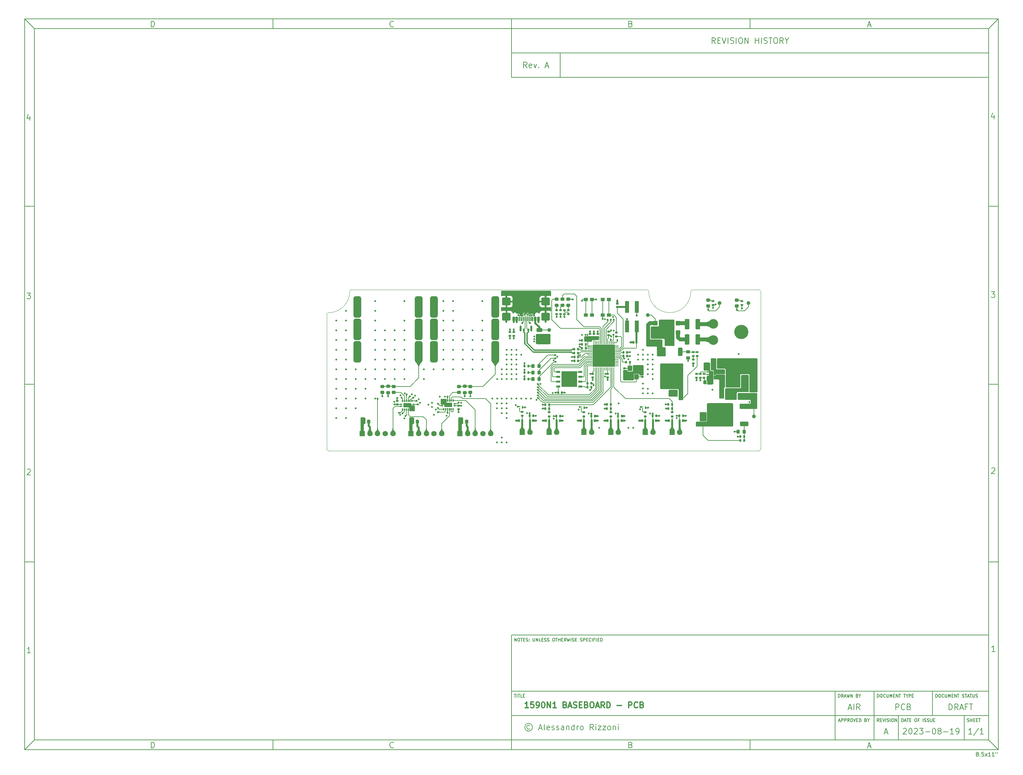
<source format=gbr>
%TF.GenerationSoftware,KiCad,Pcbnew,8.0.3*%
%TF.CreationDate,2024-07-04T15:42:03-04:00*%
%TF.ProjectId,baseboard,62617365-626f-4617-9264-2e6b69636164,A*%
%TF.SameCoordinates,Original*%
%TF.FileFunction,Copper,L1,Top*%
%TF.FilePolarity,Positive*%
%FSLAX46Y46*%
G04 Gerber Fmt 4.6, Leading zero omitted, Abs format (unit mm)*
G04 Created by KiCad (PCBNEW 8.0.3) date 2024-07-04 15:42:03*
%MOMM*%
%LPD*%
G01*
G04 APERTURE LIST*
G04 Aperture macros list*
%AMRoundRect*
0 Rectangle with rounded corners*
0 $1 Rounding radius*
0 $2 $3 $4 $5 $6 $7 $8 $9 X,Y pos of 4 corners*
0 Add a 4 corners polygon primitive as box body*
4,1,4,$2,$3,$4,$5,$6,$7,$8,$9,$2,$3,0*
0 Add four circle primitives for the rounded corners*
1,1,$1+$1,$2,$3*
1,1,$1+$1,$4,$5*
1,1,$1+$1,$6,$7*
1,1,$1+$1,$8,$9*
0 Add four rect primitives between the rounded corners*
20,1,$1+$1,$2,$3,$4,$5,0*
20,1,$1+$1,$4,$5,$6,$7,0*
20,1,$1+$1,$6,$7,$8,$9,0*
20,1,$1+$1,$8,$9,$2,$3,0*%
G04 Aperture macros list end*
%ADD10C,0.100000*%
%ADD11C,0.150000*%
%ADD12C,0.300000*%
%TA.AperFunction,SMDPad,CuDef*%
%ADD13RoundRect,0.225000X0.225000X0.250000X-0.225000X0.250000X-0.225000X-0.250000X0.225000X-0.250000X0*%
%TD*%
%TA.AperFunction,SMDPad,CuDef*%
%ADD14RoundRect,0.200000X-0.275000X0.200000X-0.275000X-0.200000X0.275000X-0.200000X0.275000X0.200000X0*%
%TD*%
%TA.AperFunction,SMDPad,CuDef*%
%ADD15C,0.500000*%
%TD*%
%TA.AperFunction,SMDPad,CuDef*%
%ADD16RoundRect,0.250000X-0.375000X-1.075000X0.375000X-1.075000X0.375000X1.075000X-0.375000X1.075000X0*%
%TD*%
%TA.AperFunction,SMDPad,CuDef*%
%ADD17RoundRect,0.125000X0.125000X0.225000X-0.125000X0.225000X-0.125000X-0.225000X0.125000X-0.225000X0*%
%TD*%
%TA.AperFunction,ComponentPad*%
%ADD18R,1.400000X1.400000*%
%TD*%
%TA.AperFunction,ComponentPad*%
%ADD19C,1.400000*%
%TD*%
%TA.AperFunction,SMDPad,CuDef*%
%ADD20RoundRect,0.135000X-0.185000X0.135000X-0.185000X-0.135000X0.185000X-0.135000X0.185000X0.135000X0*%
%TD*%
%TA.AperFunction,SMDPad,CuDef*%
%ADD21RoundRect,0.135000X0.185000X-0.135000X0.185000X0.135000X-0.185000X0.135000X-0.185000X-0.135000X0*%
%TD*%
%TA.AperFunction,SMDPad,CuDef*%
%ADD22RoundRect,0.225000X-0.250000X0.225000X-0.250000X-0.225000X0.250000X-0.225000X0.250000X0.225000X0*%
%TD*%
%TA.AperFunction,SMDPad,CuDef*%
%ADD23RoundRect,0.218750X-0.256250X0.218750X-0.256250X-0.218750X0.256250X-0.218750X0.256250X0.218750X0*%
%TD*%
%TA.AperFunction,SMDPad,CuDef*%
%ADD24RoundRect,0.225000X0.250000X-0.225000X0.250000X0.225000X-0.250000X0.225000X-0.250000X-0.225000X0*%
%TD*%
%TA.AperFunction,SMDPad,CuDef*%
%ADD25RoundRect,0.218750X0.256250X-0.218750X0.256250X0.218750X-0.256250X0.218750X-0.256250X-0.218750X0*%
%TD*%
%TA.AperFunction,SMDPad,CuDef*%
%ADD26RoundRect,0.125000X-0.125000X-0.225000X0.125000X-0.225000X0.125000X0.225000X-0.125000X0.225000X0*%
%TD*%
%TA.AperFunction,SMDPad,CuDef*%
%ADD27RoundRect,0.250000X0.250000X0.475000X-0.250000X0.475000X-0.250000X-0.475000X0.250000X-0.475000X0*%
%TD*%
%TA.AperFunction,SMDPad,CuDef*%
%ADD28RoundRect,0.120000X0.480000X-0.480000X0.480000X0.480000X-0.480000X0.480000X-0.480000X-0.480000X0*%
%TD*%
%TA.AperFunction,SMDPad,CuDef*%
%ADD29RoundRect,0.135000X-0.135000X-0.185000X0.135000X-0.185000X0.135000X0.185000X-0.135000X0.185000X0*%
%TD*%
%TA.AperFunction,SMDPad,CuDef*%
%ADD30RoundRect,0.060000X0.240000X0.515000X-0.240000X0.515000X-0.240000X-0.515000X0.240000X-0.515000X0*%
%TD*%
%TA.AperFunction,SMDPad,CuDef*%
%ADD31RoundRect,0.030000X0.120000X0.545000X-0.120000X0.545000X-0.120000X-0.545000X0.120000X-0.545000X0*%
%TD*%
%TA.AperFunction,SMDPad,CuDef*%
%ADD32RoundRect,0.200000X0.890000X0.800000X-0.890000X0.800000X-0.890000X-0.800000X0.890000X-0.800000X0*%
%TD*%
%TA.AperFunction,SMDPad,CuDef*%
%ADD33RoundRect,0.140000X0.140000X0.170000X-0.140000X0.170000X-0.140000X-0.170000X0.140000X-0.170000X0*%
%TD*%
%TA.AperFunction,SMDPad,CuDef*%
%ADD34C,1.000000*%
%TD*%
%TA.AperFunction,SMDPad,CuDef*%
%ADD35RoundRect,0.140000X-0.170000X0.140000X-0.170000X-0.140000X0.170000X-0.140000X0.170000X0.140000X0*%
%TD*%
%TA.AperFunction,SMDPad,CuDef*%
%ADD36RoundRect,0.140000X-0.140000X-0.170000X0.140000X-0.170000X0.140000X0.170000X-0.140000X0.170000X0*%
%TD*%
%TA.AperFunction,ComponentPad*%
%ADD37C,0.500000*%
%TD*%
%TA.AperFunction,SMDPad,CuDef*%
%ADD38RoundRect,0.150000X-1.050000X-0.600000X1.050000X-0.600000X1.050000X0.600000X-1.050000X0.600000X0*%
%TD*%
%TA.AperFunction,SMDPad,CuDef*%
%ADD39RoundRect,0.105000X-0.420000X-0.645000X0.420000X-0.645000X0.420000X0.645000X-0.420000X0.645000X0*%
%TD*%
%TA.AperFunction,SMDPad,CuDef*%
%ADD40RoundRect,0.024000X0.276000X-0.096000X0.276000X0.096000X-0.276000X0.096000X-0.276000X-0.096000X0*%
%TD*%
%TA.AperFunction,SMDPad,CuDef*%
%ADD41RoundRect,0.024000X0.096000X0.276000X-0.096000X0.276000X-0.096000X-0.276000X0.096000X-0.276000X0*%
%TD*%
%TA.AperFunction,SMDPad,CuDef*%
%ADD42RoundRect,0.024000X-0.096000X-0.276000X0.096000X-0.276000X0.096000X0.276000X-0.096000X0.276000X0*%
%TD*%
%TA.AperFunction,SMDPad,CuDef*%
%ADD43RoundRect,0.024000X-0.276000X0.096000X-0.276000X-0.096000X0.276000X-0.096000X0.276000X0.096000X0*%
%TD*%
%TA.AperFunction,SMDPad,CuDef*%
%ADD44RoundRect,0.100000X-0.900000X0.400000X-0.900000X-0.400000X0.900000X-0.400000X0.900000X0.400000X0*%
%TD*%
%TA.AperFunction,SMDPad,CuDef*%
%ADD45RoundRect,0.090000X0.410000X-0.360000X0.410000X0.360000X-0.410000X0.360000X-0.410000X-0.360000X0*%
%TD*%
%TA.AperFunction,SMDPad,CuDef*%
%ADD46R,0.400000X0.250000*%
%TD*%
%TA.AperFunction,SMDPad,CuDef*%
%ADD47R,0.400000X0.700000*%
%TD*%
%TA.AperFunction,SMDPad,CuDef*%
%ADD48RoundRect,0.250000X-0.350000X0.850000X-0.350000X-0.850000X0.350000X-0.850000X0.350000X0.850000X0*%
%TD*%
%TA.AperFunction,HeatsinkPad*%
%ADD49C,0.500000*%
%TD*%
%TA.AperFunction,SMDPad,CuDef*%
%ADD50RoundRect,0.249997X-2.650003X2.950003X-2.650003X-2.950003X2.650003X-2.950003X2.650003X2.950003X0*%
%TD*%
%TA.AperFunction,SMDPad,CuDef*%
%ADD51RoundRect,0.250000X0.375000X1.075000X-0.375000X1.075000X-0.375000X-1.075000X0.375000X-1.075000X0*%
%TD*%
%TA.AperFunction,SMDPad,CuDef*%
%ADD52RoundRect,0.250000X-0.500000X0.950000X-0.500000X-0.950000X0.500000X-0.950000X0.500000X0.950000X0*%
%TD*%
%TA.AperFunction,SMDPad,CuDef*%
%ADD53RoundRect,0.250000X-0.500000X0.275000X-0.500000X-0.275000X0.500000X-0.275000X0.500000X0.275000X0*%
%TD*%
%TA.AperFunction,SMDPad,CuDef*%
%ADD54RoundRect,0.140000X0.170000X-0.140000X0.170000X0.140000X-0.170000X0.140000X-0.170000X-0.140000X0*%
%TD*%
%TA.AperFunction,SMDPad,CuDef*%
%ADD55RoundRect,0.250000X-0.250000X-0.475000X0.250000X-0.475000X0.250000X0.475000X-0.250000X0.475000X0*%
%TD*%
%TA.AperFunction,SMDPad,CuDef*%
%ADD56RoundRect,0.250000X-0.475000X0.250000X-0.475000X-0.250000X0.475000X-0.250000X0.475000X0.250000X0*%
%TD*%
%TA.AperFunction,SMDPad,CuDef*%
%ADD57RoundRect,0.100000X0.775000X0.400000X-0.775000X0.400000X-0.775000X-0.400000X0.775000X-0.400000X0*%
%TD*%
%TA.AperFunction,SMDPad,CuDef*%
%ADD58RoundRect,0.135000X0.135000X0.185000X-0.135000X0.185000X-0.135000X-0.185000X0.135000X-0.185000X0*%
%TD*%
%TA.AperFunction,SMDPad,CuDef*%
%ADD59RoundRect,0.100000X0.900000X-0.400000X0.900000X0.400000X-0.900000X0.400000X-0.900000X-0.400000X0*%
%TD*%
%TA.AperFunction,WasherPad*%
%ADD60C,3.700000*%
%TD*%
%TA.AperFunction,ComponentPad*%
%ADD61C,2.500000*%
%TD*%
%TA.AperFunction,SMDPad,CuDef*%
%ADD62RoundRect,0.050000X0.050000X-0.387500X0.050000X0.387500X-0.050000X0.387500X-0.050000X-0.387500X0*%
%TD*%
%TA.AperFunction,SMDPad,CuDef*%
%ADD63RoundRect,0.050000X0.387500X-0.050000X0.387500X0.050000X-0.387500X0.050000X-0.387500X-0.050000X0*%
%TD*%
%TA.AperFunction,HeatsinkPad*%
%ADD64RoundRect,0.100000X1.500000X-1.500000X1.500000X1.500000X-1.500000X1.500000X-1.500000X-1.500000X0*%
%TD*%
%TA.AperFunction,SMDPad,CuDef*%
%ADD65R,1.200000X1.400000*%
%TD*%
%TA.AperFunction,SMDPad,CuDef*%
%ADD66RoundRect,0.225000X-0.225000X-0.250000X0.225000X-0.250000X0.225000X0.250000X-0.225000X0.250000X0*%
%TD*%
%TA.AperFunction,ComponentPad*%
%ADD67RoundRect,0.500000X-0.500000X-2.300000X0.500000X-2.300000X0.500000X2.300000X-0.500000X2.300000X0*%
%TD*%
%TA.AperFunction,SMDPad,CuDef*%
%ADD68RoundRect,0.250000X0.850000X0.350000X-0.850000X0.350000X-0.850000X-0.350000X0.850000X-0.350000X0*%
%TD*%
%TA.AperFunction,SMDPad,CuDef*%
%ADD69RoundRect,0.249997X2.950003X2.650003X-2.950003X2.650003X-2.950003X-2.650003X2.950003X-2.650003X0*%
%TD*%
%TA.AperFunction,SMDPad,CuDef*%
%ADD70RoundRect,0.218750X-0.218750X-0.256250X0.218750X-0.256250X0.218750X0.256250X-0.218750X0.256250X0*%
%TD*%
%TA.AperFunction,SMDPad,CuDef*%
%ADD71RoundRect,0.090000X-0.410000X0.360000X-0.410000X-0.360000X0.410000X-0.360000X0.410000X0.360000X0*%
%TD*%
%TA.AperFunction,SMDPad,CuDef*%
%ADD72RoundRect,0.100000X0.450000X-0.150000X0.450000X0.150000X-0.450000X0.150000X-0.450000X-0.150000X0*%
%TD*%
%TA.AperFunction,SMDPad,CuDef*%
%ADD73RoundRect,0.100000X1.900000X-1.900000X1.900000X1.900000X-1.900000X1.900000X-1.900000X-1.900000X0*%
%TD*%
%TA.AperFunction,SMDPad,CuDef*%
%ADD74RoundRect,0.093750X-0.093750X-0.106250X0.093750X-0.106250X0.093750X0.106250X-0.093750X0.106250X0*%
%TD*%
%TA.AperFunction,SMDPad,CuDef*%
%ADD75RoundRect,0.100000X-0.400000X-0.700000X0.400000X-0.700000X0.400000X0.700000X-0.400000X0.700000X0*%
%TD*%
%TA.AperFunction,SMDPad,CuDef*%
%ADD76R,1.000000X3.150000*%
%TD*%
%TA.AperFunction,SMDPad,CuDef*%
%ADD77RoundRect,0.125000X-0.225000X0.125000X-0.225000X-0.125000X0.225000X-0.125000X0.225000X0.125000X0*%
%TD*%
%TA.AperFunction,ViaPad*%
%ADD78C,0.500000*%
%TD*%
%TA.AperFunction,Conductor*%
%ADD79C,0.500000*%
%TD*%
%TA.AperFunction,Conductor*%
%ADD80C,0.200000*%
%TD*%
%TA.AperFunction,Conductor*%
%ADD81C,1.000000*%
%TD*%
%TA.AperFunction,Conductor*%
%ADD82C,0.360000*%
%TD*%
%TA.AperFunction,Profile*%
%ADD83C,0.050000*%
%TD*%
G04 APERTURE END LIST*
D10*
D11*
X259813572Y-199154128D02*
X258956429Y-199154128D01*
X259385000Y-199154128D02*
X259385000Y-197654128D01*
X259385000Y-197654128D02*
X259242143Y-197868414D01*
X259242143Y-197868414D02*
X259099286Y-198011271D01*
X259099286Y-198011271D02*
X258956429Y-198082700D01*
X261527857Y-197582700D02*
X260242143Y-199511271D01*
X262813572Y-199154128D02*
X261956429Y-199154128D01*
X262385000Y-199154128D02*
X262385000Y-197654128D01*
X262385000Y-197654128D02*
X262242143Y-197868414D01*
X262242143Y-197868414D02*
X262099286Y-198011271D01*
X262099286Y-198011271D02*
X261956429Y-198082700D01*
D10*
D11*
X140409874Y-188759295D02*
X140867017Y-188759295D01*
X140638445Y-189559295D02*
X140638445Y-188759295D01*
X141133684Y-189559295D02*
X141133684Y-188759295D01*
X141400350Y-188759295D02*
X141857493Y-188759295D01*
X141628921Y-189559295D02*
X141628921Y-188759295D01*
X142505112Y-189559295D02*
X142124160Y-189559295D01*
X142124160Y-189559295D02*
X142124160Y-188759295D01*
X142771779Y-189140247D02*
X143038445Y-189140247D01*
X143152731Y-189559295D02*
X142771779Y-189559295D01*
X142771779Y-189559295D02*
X142771779Y-188759295D01*
X142771779Y-188759295D02*
X143152731Y-188759295D01*
D10*
D11*
X235596303Y-195909295D02*
X235329636Y-195528342D01*
X235139160Y-195909295D02*
X235139160Y-195109295D01*
X235139160Y-195109295D02*
X235443922Y-195109295D01*
X235443922Y-195109295D02*
X235520112Y-195147390D01*
X235520112Y-195147390D02*
X235558207Y-195185485D01*
X235558207Y-195185485D02*
X235596303Y-195261676D01*
X235596303Y-195261676D02*
X235596303Y-195375961D01*
X235596303Y-195375961D02*
X235558207Y-195452152D01*
X235558207Y-195452152D02*
X235520112Y-195490247D01*
X235520112Y-195490247D02*
X235443922Y-195528342D01*
X235443922Y-195528342D02*
X235139160Y-195528342D01*
X235939160Y-195490247D02*
X236205826Y-195490247D01*
X236320112Y-195909295D02*
X235939160Y-195909295D01*
X235939160Y-195909295D02*
X235939160Y-195109295D01*
X235939160Y-195109295D02*
X236320112Y-195109295D01*
X236548684Y-195109295D02*
X236815351Y-195909295D01*
X236815351Y-195909295D02*
X237082017Y-195109295D01*
X237348684Y-195909295D02*
X237348684Y-195109295D01*
X237691540Y-195871200D02*
X237805826Y-195909295D01*
X237805826Y-195909295D02*
X237996302Y-195909295D01*
X237996302Y-195909295D02*
X238072493Y-195871200D01*
X238072493Y-195871200D02*
X238110588Y-195833104D01*
X238110588Y-195833104D02*
X238148683Y-195756914D01*
X238148683Y-195756914D02*
X238148683Y-195680723D01*
X238148683Y-195680723D02*
X238110588Y-195604533D01*
X238110588Y-195604533D02*
X238072493Y-195566438D01*
X238072493Y-195566438D02*
X237996302Y-195528342D01*
X237996302Y-195528342D02*
X237843921Y-195490247D01*
X237843921Y-195490247D02*
X237767731Y-195452152D01*
X237767731Y-195452152D02*
X237729636Y-195414057D01*
X237729636Y-195414057D02*
X237691540Y-195337866D01*
X237691540Y-195337866D02*
X237691540Y-195261676D01*
X237691540Y-195261676D02*
X237729636Y-195185485D01*
X237729636Y-195185485D02*
X237767731Y-195147390D01*
X237767731Y-195147390D02*
X237843921Y-195109295D01*
X237843921Y-195109295D02*
X238034398Y-195109295D01*
X238034398Y-195109295D02*
X238148683Y-195147390D01*
X238491541Y-195909295D02*
X238491541Y-195109295D01*
X239024874Y-195109295D02*
X239177255Y-195109295D01*
X239177255Y-195109295D02*
X239253445Y-195147390D01*
X239253445Y-195147390D02*
X239329636Y-195223580D01*
X239329636Y-195223580D02*
X239367731Y-195375961D01*
X239367731Y-195375961D02*
X239367731Y-195642628D01*
X239367731Y-195642628D02*
X239329636Y-195795009D01*
X239329636Y-195795009D02*
X239253445Y-195871200D01*
X239253445Y-195871200D02*
X239177255Y-195909295D01*
X239177255Y-195909295D02*
X239024874Y-195909295D01*
X239024874Y-195909295D02*
X238948683Y-195871200D01*
X238948683Y-195871200D02*
X238872493Y-195795009D01*
X238872493Y-195795009D02*
X238834397Y-195642628D01*
X238834397Y-195642628D02*
X238834397Y-195375961D01*
X238834397Y-195375961D02*
X238872493Y-195223580D01*
X238872493Y-195223580D02*
X238948683Y-195147390D01*
X238948683Y-195147390D02*
X239024874Y-195109295D01*
X239710588Y-195909295D02*
X239710588Y-195109295D01*
X239710588Y-195109295D02*
X240167731Y-195909295D01*
X240167731Y-195909295D02*
X240167731Y-195109295D01*
D10*
D11*
X241489160Y-195909295D02*
X241489160Y-195109295D01*
X241489160Y-195109295D02*
X241679636Y-195109295D01*
X241679636Y-195109295D02*
X241793922Y-195147390D01*
X241793922Y-195147390D02*
X241870112Y-195223580D01*
X241870112Y-195223580D02*
X241908207Y-195299771D01*
X241908207Y-195299771D02*
X241946303Y-195452152D01*
X241946303Y-195452152D02*
X241946303Y-195566438D01*
X241946303Y-195566438D02*
X241908207Y-195718819D01*
X241908207Y-195718819D02*
X241870112Y-195795009D01*
X241870112Y-195795009D02*
X241793922Y-195871200D01*
X241793922Y-195871200D02*
X241679636Y-195909295D01*
X241679636Y-195909295D02*
X241489160Y-195909295D01*
X242251064Y-195680723D02*
X242632017Y-195680723D01*
X242174874Y-195909295D02*
X242441541Y-195109295D01*
X242441541Y-195109295D02*
X242708207Y-195909295D01*
X242860588Y-195109295D02*
X243317731Y-195109295D01*
X243089159Y-195909295D02*
X243089159Y-195109295D01*
X243584398Y-195490247D02*
X243851064Y-195490247D01*
X243965350Y-195909295D02*
X243584398Y-195909295D01*
X243584398Y-195909295D02*
X243584398Y-195109295D01*
X243584398Y-195109295D02*
X243965350Y-195109295D01*
X245070113Y-195109295D02*
X245222494Y-195109295D01*
X245222494Y-195109295D02*
X245298684Y-195147390D01*
X245298684Y-195147390D02*
X245374875Y-195223580D01*
X245374875Y-195223580D02*
X245412970Y-195375961D01*
X245412970Y-195375961D02*
X245412970Y-195642628D01*
X245412970Y-195642628D02*
X245374875Y-195795009D01*
X245374875Y-195795009D02*
X245298684Y-195871200D01*
X245298684Y-195871200D02*
X245222494Y-195909295D01*
X245222494Y-195909295D02*
X245070113Y-195909295D01*
X245070113Y-195909295D02*
X244993922Y-195871200D01*
X244993922Y-195871200D02*
X244917732Y-195795009D01*
X244917732Y-195795009D02*
X244879636Y-195642628D01*
X244879636Y-195642628D02*
X244879636Y-195375961D01*
X244879636Y-195375961D02*
X244917732Y-195223580D01*
X244917732Y-195223580D02*
X244993922Y-195147390D01*
X244993922Y-195147390D02*
X245070113Y-195109295D01*
X246022493Y-195490247D02*
X245755827Y-195490247D01*
X245755827Y-195909295D02*
X245755827Y-195109295D01*
X245755827Y-195109295D02*
X246136779Y-195109295D01*
X247051065Y-195909295D02*
X247051065Y-195109295D01*
X247393921Y-195871200D02*
X247508207Y-195909295D01*
X247508207Y-195909295D02*
X247698683Y-195909295D01*
X247698683Y-195909295D02*
X247774874Y-195871200D01*
X247774874Y-195871200D02*
X247812969Y-195833104D01*
X247812969Y-195833104D02*
X247851064Y-195756914D01*
X247851064Y-195756914D02*
X247851064Y-195680723D01*
X247851064Y-195680723D02*
X247812969Y-195604533D01*
X247812969Y-195604533D02*
X247774874Y-195566438D01*
X247774874Y-195566438D02*
X247698683Y-195528342D01*
X247698683Y-195528342D02*
X247546302Y-195490247D01*
X247546302Y-195490247D02*
X247470112Y-195452152D01*
X247470112Y-195452152D02*
X247432017Y-195414057D01*
X247432017Y-195414057D02*
X247393921Y-195337866D01*
X247393921Y-195337866D02*
X247393921Y-195261676D01*
X247393921Y-195261676D02*
X247432017Y-195185485D01*
X247432017Y-195185485D02*
X247470112Y-195147390D01*
X247470112Y-195147390D02*
X247546302Y-195109295D01*
X247546302Y-195109295D02*
X247736779Y-195109295D01*
X247736779Y-195109295D02*
X247851064Y-195147390D01*
X248155826Y-195871200D02*
X248270112Y-195909295D01*
X248270112Y-195909295D02*
X248460588Y-195909295D01*
X248460588Y-195909295D02*
X248536779Y-195871200D01*
X248536779Y-195871200D02*
X248574874Y-195833104D01*
X248574874Y-195833104D02*
X248612969Y-195756914D01*
X248612969Y-195756914D02*
X248612969Y-195680723D01*
X248612969Y-195680723D02*
X248574874Y-195604533D01*
X248574874Y-195604533D02*
X248536779Y-195566438D01*
X248536779Y-195566438D02*
X248460588Y-195528342D01*
X248460588Y-195528342D02*
X248308207Y-195490247D01*
X248308207Y-195490247D02*
X248232017Y-195452152D01*
X248232017Y-195452152D02*
X248193922Y-195414057D01*
X248193922Y-195414057D02*
X248155826Y-195337866D01*
X248155826Y-195337866D02*
X248155826Y-195261676D01*
X248155826Y-195261676D02*
X248193922Y-195185485D01*
X248193922Y-195185485D02*
X248232017Y-195147390D01*
X248232017Y-195147390D02*
X248308207Y-195109295D01*
X248308207Y-195109295D02*
X248498684Y-195109295D01*
X248498684Y-195109295D02*
X248612969Y-195147390D01*
X248955827Y-195109295D02*
X248955827Y-195756914D01*
X248955827Y-195756914D02*
X248993922Y-195833104D01*
X248993922Y-195833104D02*
X249032017Y-195871200D01*
X249032017Y-195871200D02*
X249108208Y-195909295D01*
X249108208Y-195909295D02*
X249260589Y-195909295D01*
X249260589Y-195909295D02*
X249336779Y-195871200D01*
X249336779Y-195871200D02*
X249374874Y-195833104D01*
X249374874Y-195833104D02*
X249412970Y-195756914D01*
X249412970Y-195756914D02*
X249412970Y-195109295D01*
X249793922Y-195490247D02*
X250060588Y-195490247D01*
X250174874Y-195909295D02*
X249793922Y-195909295D01*
X249793922Y-195909295D02*
X249793922Y-195109295D01*
X249793922Y-195109295D02*
X250174874Y-195109295D01*
D10*
D11*
X258596064Y-195871200D02*
X258710350Y-195909295D01*
X258710350Y-195909295D02*
X258900826Y-195909295D01*
X258900826Y-195909295D02*
X258977017Y-195871200D01*
X258977017Y-195871200D02*
X259015112Y-195833104D01*
X259015112Y-195833104D02*
X259053207Y-195756914D01*
X259053207Y-195756914D02*
X259053207Y-195680723D01*
X259053207Y-195680723D02*
X259015112Y-195604533D01*
X259015112Y-195604533D02*
X258977017Y-195566438D01*
X258977017Y-195566438D02*
X258900826Y-195528342D01*
X258900826Y-195528342D02*
X258748445Y-195490247D01*
X258748445Y-195490247D02*
X258672255Y-195452152D01*
X258672255Y-195452152D02*
X258634160Y-195414057D01*
X258634160Y-195414057D02*
X258596064Y-195337866D01*
X258596064Y-195337866D02*
X258596064Y-195261676D01*
X258596064Y-195261676D02*
X258634160Y-195185485D01*
X258634160Y-195185485D02*
X258672255Y-195147390D01*
X258672255Y-195147390D02*
X258748445Y-195109295D01*
X258748445Y-195109295D02*
X258938922Y-195109295D01*
X258938922Y-195109295D02*
X259053207Y-195147390D01*
X259396065Y-195909295D02*
X259396065Y-195109295D01*
X259396065Y-195490247D02*
X259853208Y-195490247D01*
X259853208Y-195909295D02*
X259853208Y-195109295D01*
X260234160Y-195490247D02*
X260500826Y-195490247D01*
X260615112Y-195909295D02*
X260234160Y-195909295D01*
X260234160Y-195909295D02*
X260234160Y-195109295D01*
X260234160Y-195109295D02*
X260615112Y-195109295D01*
X260957970Y-195490247D02*
X261224636Y-195490247D01*
X261338922Y-195909295D02*
X260957970Y-195909295D01*
X260957970Y-195909295D02*
X260957970Y-195109295D01*
X260957970Y-195109295D02*
X261338922Y-195109295D01*
X261567494Y-195109295D02*
X262024637Y-195109295D01*
X261796065Y-195909295D02*
X261796065Y-195109295D01*
D10*
D11*
X239942142Y-192804128D02*
X239942142Y-191304128D01*
X239942142Y-191304128D02*
X240513571Y-191304128D01*
X240513571Y-191304128D02*
X240656428Y-191375557D01*
X240656428Y-191375557D02*
X240727857Y-191446985D01*
X240727857Y-191446985D02*
X240799285Y-191589842D01*
X240799285Y-191589842D02*
X240799285Y-191804128D01*
X240799285Y-191804128D02*
X240727857Y-191946985D01*
X240727857Y-191946985D02*
X240656428Y-192018414D01*
X240656428Y-192018414D02*
X240513571Y-192089842D01*
X240513571Y-192089842D02*
X239942142Y-192089842D01*
X242299285Y-192661271D02*
X242227857Y-192732700D01*
X242227857Y-192732700D02*
X242013571Y-192804128D01*
X242013571Y-192804128D02*
X241870714Y-192804128D01*
X241870714Y-192804128D02*
X241656428Y-192732700D01*
X241656428Y-192732700D02*
X241513571Y-192589842D01*
X241513571Y-192589842D02*
X241442142Y-192446985D01*
X241442142Y-192446985D02*
X241370714Y-192161271D01*
X241370714Y-192161271D02*
X241370714Y-191946985D01*
X241370714Y-191946985D02*
X241442142Y-191661271D01*
X241442142Y-191661271D02*
X241513571Y-191518414D01*
X241513571Y-191518414D02*
X241656428Y-191375557D01*
X241656428Y-191375557D02*
X241870714Y-191304128D01*
X241870714Y-191304128D02*
X242013571Y-191304128D01*
X242013571Y-191304128D02*
X242227857Y-191375557D01*
X242227857Y-191375557D02*
X242299285Y-191446985D01*
X243442142Y-192018414D02*
X243656428Y-192089842D01*
X243656428Y-192089842D02*
X243727857Y-192161271D01*
X243727857Y-192161271D02*
X243799285Y-192304128D01*
X243799285Y-192304128D02*
X243799285Y-192518414D01*
X243799285Y-192518414D02*
X243727857Y-192661271D01*
X243727857Y-192661271D02*
X243656428Y-192732700D01*
X243656428Y-192732700D02*
X243513571Y-192804128D01*
X243513571Y-192804128D02*
X242942142Y-192804128D01*
X242942142Y-192804128D02*
X242942142Y-191304128D01*
X242942142Y-191304128D02*
X243442142Y-191304128D01*
X243442142Y-191304128D02*
X243585000Y-191375557D01*
X243585000Y-191375557D02*
X243656428Y-191446985D01*
X243656428Y-191446985D02*
X243727857Y-191589842D01*
X243727857Y-191589842D02*
X243727857Y-191732700D01*
X243727857Y-191732700D02*
X243656428Y-191875557D01*
X243656428Y-191875557D02*
X243585000Y-191946985D01*
X243585000Y-191946985D02*
X243442142Y-192018414D01*
X243442142Y-192018414D02*
X242942142Y-192018414D01*
D10*
D11*
X225068064Y-195680723D02*
X225449017Y-195680723D01*
X224991874Y-195909295D02*
X225258541Y-195109295D01*
X225258541Y-195109295D02*
X225525207Y-195909295D01*
X225791874Y-195909295D02*
X225791874Y-195109295D01*
X225791874Y-195109295D02*
X226096636Y-195109295D01*
X226096636Y-195109295D02*
X226172826Y-195147390D01*
X226172826Y-195147390D02*
X226210921Y-195185485D01*
X226210921Y-195185485D02*
X226249017Y-195261676D01*
X226249017Y-195261676D02*
X226249017Y-195375961D01*
X226249017Y-195375961D02*
X226210921Y-195452152D01*
X226210921Y-195452152D02*
X226172826Y-195490247D01*
X226172826Y-195490247D02*
X226096636Y-195528342D01*
X226096636Y-195528342D02*
X225791874Y-195528342D01*
X226591874Y-195909295D02*
X226591874Y-195109295D01*
X226591874Y-195109295D02*
X226896636Y-195109295D01*
X226896636Y-195109295D02*
X226972826Y-195147390D01*
X226972826Y-195147390D02*
X227010921Y-195185485D01*
X227010921Y-195185485D02*
X227049017Y-195261676D01*
X227049017Y-195261676D02*
X227049017Y-195375961D01*
X227049017Y-195375961D02*
X227010921Y-195452152D01*
X227010921Y-195452152D02*
X226972826Y-195490247D01*
X226972826Y-195490247D02*
X226896636Y-195528342D01*
X226896636Y-195528342D02*
X226591874Y-195528342D01*
X227849017Y-195909295D02*
X227582350Y-195528342D01*
X227391874Y-195909295D02*
X227391874Y-195109295D01*
X227391874Y-195109295D02*
X227696636Y-195109295D01*
X227696636Y-195109295D02*
X227772826Y-195147390D01*
X227772826Y-195147390D02*
X227810921Y-195185485D01*
X227810921Y-195185485D02*
X227849017Y-195261676D01*
X227849017Y-195261676D02*
X227849017Y-195375961D01*
X227849017Y-195375961D02*
X227810921Y-195452152D01*
X227810921Y-195452152D02*
X227772826Y-195490247D01*
X227772826Y-195490247D02*
X227696636Y-195528342D01*
X227696636Y-195528342D02*
X227391874Y-195528342D01*
X228344255Y-195109295D02*
X228496636Y-195109295D01*
X228496636Y-195109295D02*
X228572826Y-195147390D01*
X228572826Y-195147390D02*
X228649017Y-195223580D01*
X228649017Y-195223580D02*
X228687112Y-195375961D01*
X228687112Y-195375961D02*
X228687112Y-195642628D01*
X228687112Y-195642628D02*
X228649017Y-195795009D01*
X228649017Y-195795009D02*
X228572826Y-195871200D01*
X228572826Y-195871200D02*
X228496636Y-195909295D01*
X228496636Y-195909295D02*
X228344255Y-195909295D01*
X228344255Y-195909295D02*
X228268064Y-195871200D01*
X228268064Y-195871200D02*
X228191874Y-195795009D01*
X228191874Y-195795009D02*
X228153778Y-195642628D01*
X228153778Y-195642628D02*
X228153778Y-195375961D01*
X228153778Y-195375961D02*
X228191874Y-195223580D01*
X228191874Y-195223580D02*
X228268064Y-195147390D01*
X228268064Y-195147390D02*
X228344255Y-195109295D01*
X228915683Y-195109295D02*
X229182350Y-195909295D01*
X229182350Y-195909295D02*
X229449016Y-195109295D01*
X229715683Y-195490247D02*
X229982349Y-195490247D01*
X230096635Y-195909295D02*
X229715683Y-195909295D01*
X229715683Y-195909295D02*
X229715683Y-195109295D01*
X229715683Y-195109295D02*
X230096635Y-195109295D01*
X230439493Y-195909295D02*
X230439493Y-195109295D01*
X230439493Y-195109295D02*
X230629969Y-195109295D01*
X230629969Y-195109295D02*
X230744255Y-195147390D01*
X230744255Y-195147390D02*
X230820445Y-195223580D01*
X230820445Y-195223580D02*
X230858540Y-195299771D01*
X230858540Y-195299771D02*
X230896636Y-195452152D01*
X230896636Y-195452152D02*
X230896636Y-195566438D01*
X230896636Y-195566438D02*
X230858540Y-195718819D01*
X230858540Y-195718819D02*
X230820445Y-195795009D01*
X230820445Y-195795009D02*
X230744255Y-195871200D01*
X230744255Y-195871200D02*
X230629969Y-195909295D01*
X230629969Y-195909295D02*
X230439493Y-195909295D01*
X232115683Y-195490247D02*
X232229969Y-195528342D01*
X232229969Y-195528342D02*
X232268064Y-195566438D01*
X232268064Y-195566438D02*
X232306160Y-195642628D01*
X232306160Y-195642628D02*
X232306160Y-195756914D01*
X232306160Y-195756914D02*
X232268064Y-195833104D01*
X232268064Y-195833104D02*
X232229969Y-195871200D01*
X232229969Y-195871200D02*
X232153779Y-195909295D01*
X232153779Y-195909295D02*
X231849017Y-195909295D01*
X231849017Y-195909295D02*
X231849017Y-195109295D01*
X231849017Y-195109295D02*
X232115683Y-195109295D01*
X232115683Y-195109295D02*
X232191874Y-195147390D01*
X232191874Y-195147390D02*
X232229969Y-195185485D01*
X232229969Y-195185485D02*
X232268064Y-195261676D01*
X232268064Y-195261676D02*
X232268064Y-195337866D01*
X232268064Y-195337866D02*
X232229969Y-195414057D01*
X232229969Y-195414057D02*
X232191874Y-195452152D01*
X232191874Y-195452152D02*
X232115683Y-195490247D01*
X232115683Y-195490247D02*
X231849017Y-195490247D01*
X232801398Y-195528342D02*
X232801398Y-195909295D01*
X232534731Y-195109295D02*
X232801398Y-195528342D01*
X232801398Y-195528342D02*
X233068064Y-195109295D01*
D10*
D11*
X144445112Y-196918271D02*
X144302255Y-196846842D01*
X144302255Y-196846842D02*
X144016541Y-196846842D01*
X144016541Y-196846842D02*
X143873684Y-196918271D01*
X143873684Y-196918271D02*
X143730826Y-197061128D01*
X143730826Y-197061128D02*
X143659398Y-197203985D01*
X143659398Y-197203985D02*
X143659398Y-197489700D01*
X143659398Y-197489700D02*
X143730826Y-197632557D01*
X143730826Y-197632557D02*
X143873684Y-197775414D01*
X143873684Y-197775414D02*
X144016541Y-197846842D01*
X144016541Y-197846842D02*
X144302255Y-197846842D01*
X144302255Y-197846842D02*
X144445112Y-197775414D01*
X144159398Y-196346842D02*
X143802255Y-196418271D01*
X143802255Y-196418271D02*
X143445112Y-196632557D01*
X143445112Y-196632557D02*
X143230826Y-196989700D01*
X143230826Y-196989700D02*
X143159398Y-197346842D01*
X143159398Y-197346842D02*
X143230826Y-197703985D01*
X143230826Y-197703985D02*
X143445112Y-198061128D01*
X143445112Y-198061128D02*
X143802255Y-198275414D01*
X143802255Y-198275414D02*
X144159398Y-198346842D01*
X144159398Y-198346842D02*
X144516541Y-198275414D01*
X144516541Y-198275414D02*
X144873684Y-198061128D01*
X144873684Y-198061128D02*
X145087969Y-197703985D01*
X145087969Y-197703985D02*
X145159398Y-197346842D01*
X145159398Y-197346842D02*
X145087969Y-196989700D01*
X145087969Y-196989700D02*
X144873684Y-196632557D01*
X144873684Y-196632557D02*
X144516541Y-196418271D01*
X144516541Y-196418271D02*
X144159398Y-196346842D01*
X146873684Y-197632557D02*
X147587970Y-197632557D01*
X146730827Y-198061128D02*
X147230827Y-196561128D01*
X147230827Y-196561128D02*
X147730827Y-198061128D01*
X148445112Y-198061128D02*
X148302255Y-197989700D01*
X148302255Y-197989700D02*
X148230826Y-197846842D01*
X148230826Y-197846842D02*
X148230826Y-196561128D01*
X149587969Y-197989700D02*
X149445112Y-198061128D01*
X149445112Y-198061128D02*
X149159398Y-198061128D01*
X149159398Y-198061128D02*
X149016540Y-197989700D01*
X149016540Y-197989700D02*
X148945112Y-197846842D01*
X148945112Y-197846842D02*
X148945112Y-197275414D01*
X148945112Y-197275414D02*
X149016540Y-197132557D01*
X149016540Y-197132557D02*
X149159398Y-197061128D01*
X149159398Y-197061128D02*
X149445112Y-197061128D01*
X149445112Y-197061128D02*
X149587969Y-197132557D01*
X149587969Y-197132557D02*
X149659398Y-197275414D01*
X149659398Y-197275414D02*
X149659398Y-197418271D01*
X149659398Y-197418271D02*
X148945112Y-197561128D01*
X150230826Y-197989700D02*
X150373683Y-198061128D01*
X150373683Y-198061128D02*
X150659397Y-198061128D01*
X150659397Y-198061128D02*
X150802254Y-197989700D01*
X150802254Y-197989700D02*
X150873683Y-197846842D01*
X150873683Y-197846842D02*
X150873683Y-197775414D01*
X150873683Y-197775414D02*
X150802254Y-197632557D01*
X150802254Y-197632557D02*
X150659397Y-197561128D01*
X150659397Y-197561128D02*
X150445112Y-197561128D01*
X150445112Y-197561128D02*
X150302254Y-197489700D01*
X150302254Y-197489700D02*
X150230826Y-197346842D01*
X150230826Y-197346842D02*
X150230826Y-197275414D01*
X150230826Y-197275414D02*
X150302254Y-197132557D01*
X150302254Y-197132557D02*
X150445112Y-197061128D01*
X150445112Y-197061128D02*
X150659397Y-197061128D01*
X150659397Y-197061128D02*
X150802254Y-197132557D01*
X151445112Y-197989700D02*
X151587969Y-198061128D01*
X151587969Y-198061128D02*
X151873683Y-198061128D01*
X151873683Y-198061128D02*
X152016540Y-197989700D01*
X152016540Y-197989700D02*
X152087969Y-197846842D01*
X152087969Y-197846842D02*
X152087969Y-197775414D01*
X152087969Y-197775414D02*
X152016540Y-197632557D01*
X152016540Y-197632557D02*
X151873683Y-197561128D01*
X151873683Y-197561128D02*
X151659398Y-197561128D01*
X151659398Y-197561128D02*
X151516540Y-197489700D01*
X151516540Y-197489700D02*
X151445112Y-197346842D01*
X151445112Y-197346842D02*
X151445112Y-197275414D01*
X151445112Y-197275414D02*
X151516540Y-197132557D01*
X151516540Y-197132557D02*
X151659398Y-197061128D01*
X151659398Y-197061128D02*
X151873683Y-197061128D01*
X151873683Y-197061128D02*
X152016540Y-197132557D01*
X153373684Y-198061128D02*
X153373684Y-197275414D01*
X153373684Y-197275414D02*
X153302255Y-197132557D01*
X153302255Y-197132557D02*
X153159398Y-197061128D01*
X153159398Y-197061128D02*
X152873684Y-197061128D01*
X152873684Y-197061128D02*
X152730826Y-197132557D01*
X153373684Y-197989700D02*
X153230826Y-198061128D01*
X153230826Y-198061128D02*
X152873684Y-198061128D01*
X152873684Y-198061128D02*
X152730826Y-197989700D01*
X152730826Y-197989700D02*
X152659398Y-197846842D01*
X152659398Y-197846842D02*
X152659398Y-197703985D01*
X152659398Y-197703985D02*
X152730826Y-197561128D01*
X152730826Y-197561128D02*
X152873684Y-197489700D01*
X152873684Y-197489700D02*
X153230826Y-197489700D01*
X153230826Y-197489700D02*
X153373684Y-197418271D01*
X154087969Y-197061128D02*
X154087969Y-198061128D01*
X154087969Y-197203985D02*
X154159398Y-197132557D01*
X154159398Y-197132557D02*
X154302255Y-197061128D01*
X154302255Y-197061128D02*
X154516541Y-197061128D01*
X154516541Y-197061128D02*
X154659398Y-197132557D01*
X154659398Y-197132557D02*
X154730827Y-197275414D01*
X154730827Y-197275414D02*
X154730827Y-198061128D01*
X156087970Y-198061128D02*
X156087970Y-196561128D01*
X156087970Y-197989700D02*
X155945112Y-198061128D01*
X155945112Y-198061128D02*
X155659398Y-198061128D01*
X155659398Y-198061128D02*
X155516541Y-197989700D01*
X155516541Y-197989700D02*
X155445112Y-197918271D01*
X155445112Y-197918271D02*
X155373684Y-197775414D01*
X155373684Y-197775414D02*
X155373684Y-197346842D01*
X155373684Y-197346842D02*
X155445112Y-197203985D01*
X155445112Y-197203985D02*
X155516541Y-197132557D01*
X155516541Y-197132557D02*
X155659398Y-197061128D01*
X155659398Y-197061128D02*
X155945112Y-197061128D01*
X155945112Y-197061128D02*
X156087970Y-197132557D01*
X156802255Y-198061128D02*
X156802255Y-197061128D01*
X156802255Y-197346842D02*
X156873684Y-197203985D01*
X156873684Y-197203985D02*
X156945113Y-197132557D01*
X156945113Y-197132557D02*
X157087970Y-197061128D01*
X157087970Y-197061128D02*
X157230827Y-197061128D01*
X157945112Y-198061128D02*
X157802255Y-197989700D01*
X157802255Y-197989700D02*
X157730826Y-197918271D01*
X157730826Y-197918271D02*
X157659398Y-197775414D01*
X157659398Y-197775414D02*
X157659398Y-197346842D01*
X157659398Y-197346842D02*
X157730826Y-197203985D01*
X157730826Y-197203985D02*
X157802255Y-197132557D01*
X157802255Y-197132557D02*
X157945112Y-197061128D01*
X157945112Y-197061128D02*
X158159398Y-197061128D01*
X158159398Y-197061128D02*
X158302255Y-197132557D01*
X158302255Y-197132557D02*
X158373684Y-197203985D01*
X158373684Y-197203985D02*
X158445112Y-197346842D01*
X158445112Y-197346842D02*
X158445112Y-197775414D01*
X158445112Y-197775414D02*
X158373684Y-197918271D01*
X158373684Y-197918271D02*
X158302255Y-197989700D01*
X158302255Y-197989700D02*
X158159398Y-198061128D01*
X158159398Y-198061128D02*
X157945112Y-198061128D01*
X161087969Y-198061128D02*
X160587969Y-197346842D01*
X160230826Y-198061128D02*
X160230826Y-196561128D01*
X160230826Y-196561128D02*
X160802255Y-196561128D01*
X160802255Y-196561128D02*
X160945112Y-196632557D01*
X160945112Y-196632557D02*
X161016541Y-196703985D01*
X161016541Y-196703985D02*
X161087969Y-196846842D01*
X161087969Y-196846842D02*
X161087969Y-197061128D01*
X161087969Y-197061128D02*
X161016541Y-197203985D01*
X161016541Y-197203985D02*
X160945112Y-197275414D01*
X160945112Y-197275414D02*
X160802255Y-197346842D01*
X160802255Y-197346842D02*
X160230826Y-197346842D01*
X161730826Y-198061128D02*
X161730826Y-197061128D01*
X161730826Y-196561128D02*
X161659398Y-196632557D01*
X161659398Y-196632557D02*
X161730826Y-196703985D01*
X161730826Y-196703985D02*
X161802255Y-196632557D01*
X161802255Y-196632557D02*
X161730826Y-196561128D01*
X161730826Y-196561128D02*
X161730826Y-196703985D01*
X162302255Y-197061128D02*
X163087970Y-197061128D01*
X163087970Y-197061128D02*
X162302255Y-198061128D01*
X162302255Y-198061128D02*
X163087970Y-198061128D01*
X163516541Y-197061128D02*
X164302256Y-197061128D01*
X164302256Y-197061128D02*
X163516541Y-198061128D01*
X163516541Y-198061128D02*
X164302256Y-198061128D01*
X165087970Y-198061128D02*
X164945113Y-197989700D01*
X164945113Y-197989700D02*
X164873684Y-197918271D01*
X164873684Y-197918271D02*
X164802256Y-197775414D01*
X164802256Y-197775414D02*
X164802256Y-197346842D01*
X164802256Y-197346842D02*
X164873684Y-197203985D01*
X164873684Y-197203985D02*
X164945113Y-197132557D01*
X164945113Y-197132557D02*
X165087970Y-197061128D01*
X165087970Y-197061128D02*
X165302256Y-197061128D01*
X165302256Y-197061128D02*
X165445113Y-197132557D01*
X165445113Y-197132557D02*
X165516542Y-197203985D01*
X165516542Y-197203985D02*
X165587970Y-197346842D01*
X165587970Y-197346842D02*
X165587970Y-197775414D01*
X165587970Y-197775414D02*
X165516542Y-197918271D01*
X165516542Y-197918271D02*
X165445113Y-197989700D01*
X165445113Y-197989700D02*
X165302256Y-198061128D01*
X165302256Y-198061128D02*
X165087970Y-198061128D01*
X166230827Y-197061128D02*
X166230827Y-198061128D01*
X166230827Y-197203985D02*
X166302256Y-197132557D01*
X166302256Y-197132557D02*
X166445113Y-197061128D01*
X166445113Y-197061128D02*
X166659399Y-197061128D01*
X166659399Y-197061128D02*
X166802256Y-197132557D01*
X166802256Y-197132557D02*
X166873685Y-197275414D01*
X166873685Y-197275414D02*
X166873685Y-198061128D01*
X167587970Y-198061128D02*
X167587970Y-197061128D01*
X167587970Y-196561128D02*
X167516542Y-196632557D01*
X167516542Y-196632557D02*
X167587970Y-196703985D01*
X167587970Y-196703985D02*
X167659399Y-196632557D01*
X167659399Y-196632557D02*
X167587970Y-196561128D01*
X167587970Y-196561128D02*
X167587970Y-196703985D01*
D10*
D11*
X227670714Y-192375557D02*
X228385000Y-192375557D01*
X227527857Y-192804128D02*
X228027857Y-191304128D01*
X228027857Y-191304128D02*
X228527857Y-192804128D01*
X229027856Y-192804128D02*
X229027856Y-191304128D01*
X230599285Y-192804128D02*
X230099285Y-192089842D01*
X229742142Y-192804128D02*
X229742142Y-191304128D01*
X229742142Y-191304128D02*
X230313571Y-191304128D01*
X230313571Y-191304128D02*
X230456428Y-191375557D01*
X230456428Y-191375557D02*
X230527857Y-191446985D01*
X230527857Y-191446985D02*
X230599285Y-191589842D01*
X230599285Y-191589842D02*
X230599285Y-191804128D01*
X230599285Y-191804128D02*
X230527857Y-191946985D01*
X230527857Y-191946985D02*
X230456428Y-192018414D01*
X230456428Y-192018414D02*
X230313571Y-192089842D01*
X230313571Y-192089842D02*
X229742142Y-192089842D01*
D10*
D11*
X250379160Y-189559295D02*
X250379160Y-188759295D01*
X250379160Y-188759295D02*
X250569636Y-188759295D01*
X250569636Y-188759295D02*
X250683922Y-188797390D01*
X250683922Y-188797390D02*
X250760112Y-188873580D01*
X250760112Y-188873580D02*
X250798207Y-188949771D01*
X250798207Y-188949771D02*
X250836303Y-189102152D01*
X250836303Y-189102152D02*
X250836303Y-189216438D01*
X250836303Y-189216438D02*
X250798207Y-189368819D01*
X250798207Y-189368819D02*
X250760112Y-189445009D01*
X250760112Y-189445009D02*
X250683922Y-189521200D01*
X250683922Y-189521200D02*
X250569636Y-189559295D01*
X250569636Y-189559295D02*
X250379160Y-189559295D01*
X251331541Y-188759295D02*
X251483922Y-188759295D01*
X251483922Y-188759295D02*
X251560112Y-188797390D01*
X251560112Y-188797390D02*
X251636303Y-188873580D01*
X251636303Y-188873580D02*
X251674398Y-189025961D01*
X251674398Y-189025961D02*
X251674398Y-189292628D01*
X251674398Y-189292628D02*
X251636303Y-189445009D01*
X251636303Y-189445009D02*
X251560112Y-189521200D01*
X251560112Y-189521200D02*
X251483922Y-189559295D01*
X251483922Y-189559295D02*
X251331541Y-189559295D01*
X251331541Y-189559295D02*
X251255350Y-189521200D01*
X251255350Y-189521200D02*
X251179160Y-189445009D01*
X251179160Y-189445009D02*
X251141064Y-189292628D01*
X251141064Y-189292628D02*
X251141064Y-189025961D01*
X251141064Y-189025961D02*
X251179160Y-188873580D01*
X251179160Y-188873580D02*
X251255350Y-188797390D01*
X251255350Y-188797390D02*
X251331541Y-188759295D01*
X252474398Y-189483104D02*
X252436302Y-189521200D01*
X252436302Y-189521200D02*
X252322017Y-189559295D01*
X252322017Y-189559295D02*
X252245826Y-189559295D01*
X252245826Y-189559295D02*
X252131540Y-189521200D01*
X252131540Y-189521200D02*
X252055350Y-189445009D01*
X252055350Y-189445009D02*
X252017255Y-189368819D01*
X252017255Y-189368819D02*
X251979159Y-189216438D01*
X251979159Y-189216438D02*
X251979159Y-189102152D01*
X251979159Y-189102152D02*
X252017255Y-188949771D01*
X252017255Y-188949771D02*
X252055350Y-188873580D01*
X252055350Y-188873580D02*
X252131540Y-188797390D01*
X252131540Y-188797390D02*
X252245826Y-188759295D01*
X252245826Y-188759295D02*
X252322017Y-188759295D01*
X252322017Y-188759295D02*
X252436302Y-188797390D01*
X252436302Y-188797390D02*
X252474398Y-188835485D01*
X252817255Y-188759295D02*
X252817255Y-189406914D01*
X252817255Y-189406914D02*
X252855350Y-189483104D01*
X252855350Y-189483104D02*
X252893445Y-189521200D01*
X252893445Y-189521200D02*
X252969636Y-189559295D01*
X252969636Y-189559295D02*
X253122017Y-189559295D01*
X253122017Y-189559295D02*
X253198207Y-189521200D01*
X253198207Y-189521200D02*
X253236302Y-189483104D01*
X253236302Y-189483104D02*
X253274398Y-189406914D01*
X253274398Y-189406914D02*
X253274398Y-188759295D01*
X253655350Y-189559295D02*
X253655350Y-188759295D01*
X253655350Y-188759295D02*
X253922016Y-189330723D01*
X253922016Y-189330723D02*
X254188683Y-188759295D01*
X254188683Y-188759295D02*
X254188683Y-189559295D01*
X254569636Y-189140247D02*
X254836302Y-189140247D01*
X254950588Y-189559295D02*
X254569636Y-189559295D01*
X254569636Y-189559295D02*
X254569636Y-188759295D01*
X254569636Y-188759295D02*
X254950588Y-188759295D01*
X255293446Y-189559295D02*
X255293446Y-188759295D01*
X255293446Y-188759295D02*
X255750589Y-189559295D01*
X255750589Y-189559295D02*
X255750589Y-188759295D01*
X256017255Y-188759295D02*
X256474398Y-188759295D01*
X256245826Y-189559295D02*
X256245826Y-188759295D01*
X257312493Y-189521200D02*
X257426779Y-189559295D01*
X257426779Y-189559295D02*
X257617255Y-189559295D01*
X257617255Y-189559295D02*
X257693446Y-189521200D01*
X257693446Y-189521200D02*
X257731541Y-189483104D01*
X257731541Y-189483104D02*
X257769636Y-189406914D01*
X257769636Y-189406914D02*
X257769636Y-189330723D01*
X257769636Y-189330723D02*
X257731541Y-189254533D01*
X257731541Y-189254533D02*
X257693446Y-189216438D01*
X257693446Y-189216438D02*
X257617255Y-189178342D01*
X257617255Y-189178342D02*
X257464874Y-189140247D01*
X257464874Y-189140247D02*
X257388684Y-189102152D01*
X257388684Y-189102152D02*
X257350589Y-189064057D01*
X257350589Y-189064057D02*
X257312493Y-188987866D01*
X257312493Y-188987866D02*
X257312493Y-188911676D01*
X257312493Y-188911676D02*
X257350589Y-188835485D01*
X257350589Y-188835485D02*
X257388684Y-188797390D01*
X257388684Y-188797390D02*
X257464874Y-188759295D01*
X257464874Y-188759295D02*
X257655351Y-188759295D01*
X257655351Y-188759295D02*
X257769636Y-188797390D01*
X257998208Y-188759295D02*
X258455351Y-188759295D01*
X258226779Y-189559295D02*
X258226779Y-188759295D01*
X258683922Y-189330723D02*
X259064875Y-189330723D01*
X258607732Y-189559295D02*
X258874399Y-188759295D01*
X258874399Y-188759295D02*
X259141065Y-189559295D01*
X259293446Y-188759295D02*
X259750589Y-188759295D01*
X259522017Y-189559295D02*
X259522017Y-188759295D01*
X260017256Y-188759295D02*
X260017256Y-189406914D01*
X260017256Y-189406914D02*
X260055351Y-189483104D01*
X260055351Y-189483104D02*
X260093446Y-189521200D01*
X260093446Y-189521200D02*
X260169637Y-189559295D01*
X260169637Y-189559295D02*
X260322018Y-189559295D01*
X260322018Y-189559295D02*
X260398208Y-189521200D01*
X260398208Y-189521200D02*
X260436303Y-189483104D01*
X260436303Y-189483104D02*
X260474399Y-189406914D01*
X260474399Y-189406914D02*
X260474399Y-188759295D01*
X260817255Y-189521200D02*
X260931541Y-189559295D01*
X260931541Y-189559295D02*
X261122017Y-189559295D01*
X261122017Y-189559295D02*
X261198208Y-189521200D01*
X261198208Y-189521200D02*
X261236303Y-189483104D01*
X261236303Y-189483104D02*
X261274398Y-189406914D01*
X261274398Y-189406914D02*
X261274398Y-189330723D01*
X261274398Y-189330723D02*
X261236303Y-189254533D01*
X261236303Y-189254533D02*
X261198208Y-189216438D01*
X261198208Y-189216438D02*
X261122017Y-189178342D01*
X261122017Y-189178342D02*
X260969636Y-189140247D01*
X260969636Y-189140247D02*
X260893446Y-189102152D01*
X260893446Y-189102152D02*
X260855351Y-189064057D01*
X260855351Y-189064057D02*
X260817255Y-188987866D01*
X260817255Y-188987866D02*
X260817255Y-188911676D01*
X260817255Y-188911676D02*
X260855351Y-188835485D01*
X260855351Y-188835485D02*
X260893446Y-188797390D01*
X260893446Y-188797390D02*
X260969636Y-188759295D01*
X260969636Y-188759295D02*
X261160113Y-188759295D01*
X261160113Y-188759295D02*
X261274398Y-188797390D01*
D10*
D11*
X224979160Y-189559295D02*
X224979160Y-188759295D01*
X224979160Y-188759295D02*
X225169636Y-188759295D01*
X225169636Y-188759295D02*
X225283922Y-188797390D01*
X225283922Y-188797390D02*
X225360112Y-188873580D01*
X225360112Y-188873580D02*
X225398207Y-188949771D01*
X225398207Y-188949771D02*
X225436303Y-189102152D01*
X225436303Y-189102152D02*
X225436303Y-189216438D01*
X225436303Y-189216438D02*
X225398207Y-189368819D01*
X225398207Y-189368819D02*
X225360112Y-189445009D01*
X225360112Y-189445009D02*
X225283922Y-189521200D01*
X225283922Y-189521200D02*
X225169636Y-189559295D01*
X225169636Y-189559295D02*
X224979160Y-189559295D01*
X226236303Y-189559295D02*
X225969636Y-189178342D01*
X225779160Y-189559295D02*
X225779160Y-188759295D01*
X225779160Y-188759295D02*
X226083922Y-188759295D01*
X226083922Y-188759295D02*
X226160112Y-188797390D01*
X226160112Y-188797390D02*
X226198207Y-188835485D01*
X226198207Y-188835485D02*
X226236303Y-188911676D01*
X226236303Y-188911676D02*
X226236303Y-189025961D01*
X226236303Y-189025961D02*
X226198207Y-189102152D01*
X226198207Y-189102152D02*
X226160112Y-189140247D01*
X226160112Y-189140247D02*
X226083922Y-189178342D01*
X226083922Y-189178342D02*
X225779160Y-189178342D01*
X226541064Y-189330723D02*
X226922017Y-189330723D01*
X226464874Y-189559295D02*
X226731541Y-188759295D01*
X226731541Y-188759295D02*
X226998207Y-189559295D01*
X227188683Y-188759295D02*
X227379159Y-189559295D01*
X227379159Y-189559295D02*
X227531540Y-188987866D01*
X227531540Y-188987866D02*
X227683921Y-189559295D01*
X227683921Y-189559295D02*
X227874398Y-188759295D01*
X228179160Y-189559295D02*
X228179160Y-188759295D01*
X228179160Y-188759295D02*
X228636303Y-189559295D01*
X228636303Y-189559295D02*
X228636303Y-188759295D01*
X229893445Y-189140247D02*
X230007731Y-189178342D01*
X230007731Y-189178342D02*
X230045826Y-189216438D01*
X230045826Y-189216438D02*
X230083922Y-189292628D01*
X230083922Y-189292628D02*
X230083922Y-189406914D01*
X230083922Y-189406914D02*
X230045826Y-189483104D01*
X230045826Y-189483104D02*
X230007731Y-189521200D01*
X230007731Y-189521200D02*
X229931541Y-189559295D01*
X229931541Y-189559295D02*
X229626779Y-189559295D01*
X229626779Y-189559295D02*
X229626779Y-188759295D01*
X229626779Y-188759295D02*
X229893445Y-188759295D01*
X229893445Y-188759295D02*
X229969636Y-188797390D01*
X229969636Y-188797390D02*
X230007731Y-188835485D01*
X230007731Y-188835485D02*
X230045826Y-188911676D01*
X230045826Y-188911676D02*
X230045826Y-188987866D01*
X230045826Y-188987866D02*
X230007731Y-189064057D01*
X230007731Y-189064057D02*
X229969636Y-189102152D01*
X229969636Y-189102152D02*
X229893445Y-189140247D01*
X229893445Y-189140247D02*
X229626779Y-189140247D01*
X230579160Y-189178342D02*
X230579160Y-189559295D01*
X230312493Y-188759295D02*
X230579160Y-189178342D01*
X230579160Y-189178342D02*
X230845826Y-188759295D01*
D10*
D11*
X235139160Y-189559295D02*
X235139160Y-188759295D01*
X235139160Y-188759295D02*
X235329636Y-188759295D01*
X235329636Y-188759295D02*
X235443922Y-188797390D01*
X235443922Y-188797390D02*
X235520112Y-188873580D01*
X235520112Y-188873580D02*
X235558207Y-188949771D01*
X235558207Y-188949771D02*
X235596303Y-189102152D01*
X235596303Y-189102152D02*
X235596303Y-189216438D01*
X235596303Y-189216438D02*
X235558207Y-189368819D01*
X235558207Y-189368819D02*
X235520112Y-189445009D01*
X235520112Y-189445009D02*
X235443922Y-189521200D01*
X235443922Y-189521200D02*
X235329636Y-189559295D01*
X235329636Y-189559295D02*
X235139160Y-189559295D01*
X236091541Y-188759295D02*
X236243922Y-188759295D01*
X236243922Y-188759295D02*
X236320112Y-188797390D01*
X236320112Y-188797390D02*
X236396303Y-188873580D01*
X236396303Y-188873580D02*
X236434398Y-189025961D01*
X236434398Y-189025961D02*
X236434398Y-189292628D01*
X236434398Y-189292628D02*
X236396303Y-189445009D01*
X236396303Y-189445009D02*
X236320112Y-189521200D01*
X236320112Y-189521200D02*
X236243922Y-189559295D01*
X236243922Y-189559295D02*
X236091541Y-189559295D01*
X236091541Y-189559295D02*
X236015350Y-189521200D01*
X236015350Y-189521200D02*
X235939160Y-189445009D01*
X235939160Y-189445009D02*
X235901064Y-189292628D01*
X235901064Y-189292628D02*
X235901064Y-189025961D01*
X235901064Y-189025961D02*
X235939160Y-188873580D01*
X235939160Y-188873580D02*
X236015350Y-188797390D01*
X236015350Y-188797390D02*
X236091541Y-188759295D01*
X237234398Y-189483104D02*
X237196302Y-189521200D01*
X237196302Y-189521200D02*
X237082017Y-189559295D01*
X237082017Y-189559295D02*
X237005826Y-189559295D01*
X237005826Y-189559295D02*
X236891540Y-189521200D01*
X236891540Y-189521200D02*
X236815350Y-189445009D01*
X236815350Y-189445009D02*
X236777255Y-189368819D01*
X236777255Y-189368819D02*
X236739159Y-189216438D01*
X236739159Y-189216438D02*
X236739159Y-189102152D01*
X236739159Y-189102152D02*
X236777255Y-188949771D01*
X236777255Y-188949771D02*
X236815350Y-188873580D01*
X236815350Y-188873580D02*
X236891540Y-188797390D01*
X236891540Y-188797390D02*
X237005826Y-188759295D01*
X237005826Y-188759295D02*
X237082017Y-188759295D01*
X237082017Y-188759295D02*
X237196302Y-188797390D01*
X237196302Y-188797390D02*
X237234398Y-188835485D01*
X237577255Y-188759295D02*
X237577255Y-189406914D01*
X237577255Y-189406914D02*
X237615350Y-189483104D01*
X237615350Y-189483104D02*
X237653445Y-189521200D01*
X237653445Y-189521200D02*
X237729636Y-189559295D01*
X237729636Y-189559295D02*
X237882017Y-189559295D01*
X237882017Y-189559295D02*
X237958207Y-189521200D01*
X237958207Y-189521200D02*
X237996302Y-189483104D01*
X237996302Y-189483104D02*
X238034398Y-189406914D01*
X238034398Y-189406914D02*
X238034398Y-188759295D01*
X238415350Y-189559295D02*
X238415350Y-188759295D01*
X238415350Y-188759295D02*
X238682016Y-189330723D01*
X238682016Y-189330723D02*
X238948683Y-188759295D01*
X238948683Y-188759295D02*
X238948683Y-189559295D01*
X239329636Y-189140247D02*
X239596302Y-189140247D01*
X239710588Y-189559295D02*
X239329636Y-189559295D01*
X239329636Y-189559295D02*
X239329636Y-188759295D01*
X239329636Y-188759295D02*
X239710588Y-188759295D01*
X240053446Y-189559295D02*
X240053446Y-188759295D01*
X240053446Y-188759295D02*
X240510589Y-189559295D01*
X240510589Y-189559295D02*
X240510589Y-188759295D01*
X240777255Y-188759295D02*
X241234398Y-188759295D01*
X241005826Y-189559295D02*
X241005826Y-188759295D01*
X241996303Y-188759295D02*
X242453446Y-188759295D01*
X242224874Y-189559295D02*
X242224874Y-188759295D01*
X242872494Y-189178342D02*
X242872494Y-189559295D01*
X242605827Y-188759295D02*
X242872494Y-189178342D01*
X242872494Y-189178342D02*
X243139160Y-188759295D01*
X243405827Y-189559295D02*
X243405827Y-188759295D01*
X243405827Y-188759295D02*
X243710589Y-188759295D01*
X243710589Y-188759295D02*
X243786779Y-188797390D01*
X243786779Y-188797390D02*
X243824874Y-188835485D01*
X243824874Y-188835485D02*
X243862970Y-188911676D01*
X243862970Y-188911676D02*
X243862970Y-189025961D01*
X243862970Y-189025961D02*
X243824874Y-189102152D01*
X243824874Y-189102152D02*
X243786779Y-189140247D01*
X243786779Y-189140247D02*
X243710589Y-189178342D01*
X243710589Y-189178342D02*
X243405827Y-189178342D01*
X244205827Y-189140247D02*
X244472493Y-189140247D01*
X244586779Y-189559295D02*
X244205827Y-189559295D01*
X244205827Y-189559295D02*
X244205827Y-188759295D01*
X244205827Y-188759295D02*
X244586779Y-188759295D01*
D10*
D11*
X253821000Y-192804128D02*
X253821000Y-191304128D01*
X253821000Y-191304128D02*
X254178143Y-191304128D01*
X254178143Y-191304128D02*
X254392429Y-191375557D01*
X254392429Y-191375557D02*
X254535286Y-191518414D01*
X254535286Y-191518414D02*
X254606715Y-191661271D01*
X254606715Y-191661271D02*
X254678143Y-191946985D01*
X254678143Y-191946985D02*
X254678143Y-192161271D01*
X254678143Y-192161271D02*
X254606715Y-192446985D01*
X254606715Y-192446985D02*
X254535286Y-192589842D01*
X254535286Y-192589842D02*
X254392429Y-192732700D01*
X254392429Y-192732700D02*
X254178143Y-192804128D01*
X254178143Y-192804128D02*
X253821000Y-192804128D01*
X256178143Y-192804128D02*
X255678143Y-192089842D01*
X255321000Y-192804128D02*
X255321000Y-191304128D01*
X255321000Y-191304128D02*
X255892429Y-191304128D01*
X255892429Y-191304128D02*
X256035286Y-191375557D01*
X256035286Y-191375557D02*
X256106715Y-191446985D01*
X256106715Y-191446985D02*
X256178143Y-191589842D01*
X256178143Y-191589842D02*
X256178143Y-191804128D01*
X256178143Y-191804128D02*
X256106715Y-191946985D01*
X256106715Y-191946985D02*
X256035286Y-192018414D01*
X256035286Y-192018414D02*
X255892429Y-192089842D01*
X255892429Y-192089842D02*
X255321000Y-192089842D01*
X256749572Y-192375557D02*
X257463858Y-192375557D01*
X256606715Y-192804128D02*
X257106715Y-191304128D01*
X257106715Y-191304128D02*
X257606715Y-192804128D01*
X258606714Y-192018414D02*
X258106714Y-192018414D01*
X258106714Y-192804128D02*
X258106714Y-191304128D01*
X258106714Y-191304128D02*
X258821000Y-191304128D01*
X259178143Y-191304128D02*
X260035286Y-191304128D01*
X259606714Y-192804128D02*
X259606714Y-191304128D01*
D10*
D11*
X241915287Y-197796985D02*
X241986715Y-197725557D01*
X241986715Y-197725557D02*
X242129573Y-197654128D01*
X242129573Y-197654128D02*
X242486715Y-197654128D01*
X242486715Y-197654128D02*
X242629573Y-197725557D01*
X242629573Y-197725557D02*
X242701001Y-197796985D01*
X242701001Y-197796985D02*
X242772430Y-197939842D01*
X242772430Y-197939842D02*
X242772430Y-198082700D01*
X242772430Y-198082700D02*
X242701001Y-198296985D01*
X242701001Y-198296985D02*
X241843858Y-199154128D01*
X241843858Y-199154128D02*
X242772430Y-199154128D01*
X243701001Y-197654128D02*
X243843858Y-197654128D01*
X243843858Y-197654128D02*
X243986715Y-197725557D01*
X243986715Y-197725557D02*
X244058144Y-197796985D01*
X244058144Y-197796985D02*
X244129572Y-197939842D01*
X244129572Y-197939842D02*
X244201001Y-198225557D01*
X244201001Y-198225557D02*
X244201001Y-198582700D01*
X244201001Y-198582700D02*
X244129572Y-198868414D01*
X244129572Y-198868414D02*
X244058144Y-199011271D01*
X244058144Y-199011271D02*
X243986715Y-199082700D01*
X243986715Y-199082700D02*
X243843858Y-199154128D01*
X243843858Y-199154128D02*
X243701001Y-199154128D01*
X243701001Y-199154128D02*
X243558144Y-199082700D01*
X243558144Y-199082700D02*
X243486715Y-199011271D01*
X243486715Y-199011271D02*
X243415286Y-198868414D01*
X243415286Y-198868414D02*
X243343858Y-198582700D01*
X243343858Y-198582700D02*
X243343858Y-198225557D01*
X243343858Y-198225557D02*
X243415286Y-197939842D01*
X243415286Y-197939842D02*
X243486715Y-197796985D01*
X243486715Y-197796985D02*
X243558144Y-197725557D01*
X243558144Y-197725557D02*
X243701001Y-197654128D01*
X244772429Y-197796985D02*
X244843857Y-197725557D01*
X244843857Y-197725557D02*
X244986715Y-197654128D01*
X244986715Y-197654128D02*
X245343857Y-197654128D01*
X245343857Y-197654128D02*
X245486715Y-197725557D01*
X245486715Y-197725557D02*
X245558143Y-197796985D01*
X245558143Y-197796985D02*
X245629572Y-197939842D01*
X245629572Y-197939842D02*
X245629572Y-198082700D01*
X245629572Y-198082700D02*
X245558143Y-198296985D01*
X245558143Y-198296985D02*
X244701000Y-199154128D01*
X244701000Y-199154128D02*
X245629572Y-199154128D01*
X246129571Y-197654128D02*
X247058143Y-197654128D01*
X247058143Y-197654128D02*
X246558143Y-198225557D01*
X246558143Y-198225557D02*
X246772428Y-198225557D01*
X246772428Y-198225557D02*
X246915286Y-198296985D01*
X246915286Y-198296985D02*
X246986714Y-198368414D01*
X246986714Y-198368414D02*
X247058143Y-198511271D01*
X247058143Y-198511271D02*
X247058143Y-198868414D01*
X247058143Y-198868414D02*
X246986714Y-199011271D01*
X246986714Y-199011271D02*
X246915286Y-199082700D01*
X246915286Y-199082700D02*
X246772428Y-199154128D01*
X246772428Y-199154128D02*
X246343857Y-199154128D01*
X246343857Y-199154128D02*
X246201000Y-199082700D01*
X246201000Y-199082700D02*
X246129571Y-199011271D01*
X247700999Y-198582700D02*
X248843857Y-198582700D01*
X249843857Y-197654128D02*
X249986714Y-197654128D01*
X249986714Y-197654128D02*
X250129571Y-197725557D01*
X250129571Y-197725557D02*
X250201000Y-197796985D01*
X250201000Y-197796985D02*
X250272428Y-197939842D01*
X250272428Y-197939842D02*
X250343857Y-198225557D01*
X250343857Y-198225557D02*
X250343857Y-198582700D01*
X250343857Y-198582700D02*
X250272428Y-198868414D01*
X250272428Y-198868414D02*
X250201000Y-199011271D01*
X250201000Y-199011271D02*
X250129571Y-199082700D01*
X250129571Y-199082700D02*
X249986714Y-199154128D01*
X249986714Y-199154128D02*
X249843857Y-199154128D01*
X249843857Y-199154128D02*
X249701000Y-199082700D01*
X249701000Y-199082700D02*
X249629571Y-199011271D01*
X249629571Y-199011271D02*
X249558142Y-198868414D01*
X249558142Y-198868414D02*
X249486714Y-198582700D01*
X249486714Y-198582700D02*
X249486714Y-198225557D01*
X249486714Y-198225557D02*
X249558142Y-197939842D01*
X249558142Y-197939842D02*
X249629571Y-197796985D01*
X249629571Y-197796985D02*
X249701000Y-197725557D01*
X249701000Y-197725557D02*
X249843857Y-197654128D01*
X251200999Y-198296985D02*
X251058142Y-198225557D01*
X251058142Y-198225557D02*
X250986713Y-198154128D01*
X250986713Y-198154128D02*
X250915285Y-198011271D01*
X250915285Y-198011271D02*
X250915285Y-197939842D01*
X250915285Y-197939842D02*
X250986713Y-197796985D01*
X250986713Y-197796985D02*
X251058142Y-197725557D01*
X251058142Y-197725557D02*
X251200999Y-197654128D01*
X251200999Y-197654128D02*
X251486713Y-197654128D01*
X251486713Y-197654128D02*
X251629571Y-197725557D01*
X251629571Y-197725557D02*
X251700999Y-197796985D01*
X251700999Y-197796985D02*
X251772428Y-197939842D01*
X251772428Y-197939842D02*
X251772428Y-198011271D01*
X251772428Y-198011271D02*
X251700999Y-198154128D01*
X251700999Y-198154128D02*
X251629571Y-198225557D01*
X251629571Y-198225557D02*
X251486713Y-198296985D01*
X251486713Y-198296985D02*
X251200999Y-198296985D01*
X251200999Y-198296985D02*
X251058142Y-198368414D01*
X251058142Y-198368414D02*
X250986713Y-198439842D01*
X250986713Y-198439842D02*
X250915285Y-198582700D01*
X250915285Y-198582700D02*
X250915285Y-198868414D01*
X250915285Y-198868414D02*
X250986713Y-199011271D01*
X250986713Y-199011271D02*
X251058142Y-199082700D01*
X251058142Y-199082700D02*
X251200999Y-199154128D01*
X251200999Y-199154128D02*
X251486713Y-199154128D01*
X251486713Y-199154128D02*
X251629571Y-199082700D01*
X251629571Y-199082700D02*
X251700999Y-199011271D01*
X251700999Y-199011271D02*
X251772428Y-198868414D01*
X251772428Y-198868414D02*
X251772428Y-198582700D01*
X251772428Y-198582700D02*
X251700999Y-198439842D01*
X251700999Y-198439842D02*
X251629571Y-198368414D01*
X251629571Y-198368414D02*
X251486713Y-198296985D01*
X252415284Y-198582700D02*
X253558142Y-198582700D01*
X255058142Y-199154128D02*
X254200999Y-199154128D01*
X254629570Y-199154128D02*
X254629570Y-197654128D01*
X254629570Y-197654128D02*
X254486713Y-197868414D01*
X254486713Y-197868414D02*
X254343856Y-198011271D01*
X254343856Y-198011271D02*
X254200999Y-198082700D01*
X255772427Y-199154128D02*
X256058141Y-199154128D01*
X256058141Y-199154128D02*
X256200998Y-199082700D01*
X256200998Y-199082700D02*
X256272427Y-199011271D01*
X256272427Y-199011271D02*
X256415284Y-198796985D01*
X256415284Y-198796985D02*
X256486713Y-198511271D01*
X256486713Y-198511271D02*
X256486713Y-197939842D01*
X256486713Y-197939842D02*
X256415284Y-197796985D01*
X256415284Y-197796985D02*
X256343856Y-197725557D01*
X256343856Y-197725557D02*
X256200998Y-197654128D01*
X256200998Y-197654128D02*
X255915284Y-197654128D01*
X255915284Y-197654128D02*
X255772427Y-197725557D01*
X255772427Y-197725557D02*
X255700998Y-197796985D01*
X255700998Y-197796985D02*
X255629570Y-197939842D01*
X255629570Y-197939842D02*
X255629570Y-198296985D01*
X255629570Y-198296985D02*
X255700998Y-198439842D01*
X255700998Y-198439842D02*
X255772427Y-198511271D01*
X255772427Y-198511271D02*
X255915284Y-198582700D01*
X255915284Y-198582700D02*
X256200998Y-198582700D01*
X256200998Y-198582700D02*
X256343856Y-198511271D01*
X256343856Y-198511271D02*
X256415284Y-198439842D01*
X256415284Y-198439842D02*
X256486713Y-198296985D01*
D10*
D11*
X237032857Y-198725557D02*
X237747143Y-198725557D01*
X236890000Y-199154128D02*
X237390000Y-197654128D01*
X237390000Y-197654128D02*
X237890000Y-199154128D01*
D10*
D12*
X144115225Y-192288328D02*
X143258082Y-192288328D01*
X143686653Y-192288328D02*
X143686653Y-190788328D01*
X143686653Y-190788328D02*
X143543796Y-191002614D01*
X143543796Y-191002614D02*
X143400939Y-191145471D01*
X143400939Y-191145471D02*
X143258082Y-191216900D01*
X145472367Y-190788328D02*
X144758081Y-190788328D01*
X144758081Y-190788328D02*
X144686653Y-191502614D01*
X144686653Y-191502614D02*
X144758081Y-191431185D01*
X144758081Y-191431185D02*
X144900939Y-191359757D01*
X144900939Y-191359757D02*
X145258081Y-191359757D01*
X145258081Y-191359757D02*
X145400939Y-191431185D01*
X145400939Y-191431185D02*
X145472367Y-191502614D01*
X145472367Y-191502614D02*
X145543796Y-191645471D01*
X145543796Y-191645471D02*
X145543796Y-192002614D01*
X145543796Y-192002614D02*
X145472367Y-192145471D01*
X145472367Y-192145471D02*
X145400939Y-192216900D01*
X145400939Y-192216900D02*
X145258081Y-192288328D01*
X145258081Y-192288328D02*
X144900939Y-192288328D01*
X144900939Y-192288328D02*
X144758081Y-192216900D01*
X144758081Y-192216900D02*
X144686653Y-192145471D01*
X146258081Y-192288328D02*
X146543795Y-192288328D01*
X146543795Y-192288328D02*
X146686652Y-192216900D01*
X146686652Y-192216900D02*
X146758081Y-192145471D01*
X146758081Y-192145471D02*
X146900938Y-191931185D01*
X146900938Y-191931185D02*
X146972367Y-191645471D01*
X146972367Y-191645471D02*
X146972367Y-191074042D01*
X146972367Y-191074042D02*
X146900938Y-190931185D01*
X146900938Y-190931185D02*
X146829510Y-190859757D01*
X146829510Y-190859757D02*
X146686652Y-190788328D01*
X146686652Y-190788328D02*
X146400938Y-190788328D01*
X146400938Y-190788328D02*
X146258081Y-190859757D01*
X146258081Y-190859757D02*
X146186652Y-190931185D01*
X146186652Y-190931185D02*
X146115224Y-191074042D01*
X146115224Y-191074042D02*
X146115224Y-191431185D01*
X146115224Y-191431185D02*
X146186652Y-191574042D01*
X146186652Y-191574042D02*
X146258081Y-191645471D01*
X146258081Y-191645471D02*
X146400938Y-191716900D01*
X146400938Y-191716900D02*
X146686652Y-191716900D01*
X146686652Y-191716900D02*
X146829510Y-191645471D01*
X146829510Y-191645471D02*
X146900938Y-191574042D01*
X146900938Y-191574042D02*
X146972367Y-191431185D01*
X147900938Y-190788328D02*
X148043795Y-190788328D01*
X148043795Y-190788328D02*
X148186652Y-190859757D01*
X148186652Y-190859757D02*
X148258081Y-190931185D01*
X148258081Y-190931185D02*
X148329509Y-191074042D01*
X148329509Y-191074042D02*
X148400938Y-191359757D01*
X148400938Y-191359757D02*
X148400938Y-191716900D01*
X148400938Y-191716900D02*
X148329509Y-192002614D01*
X148329509Y-192002614D02*
X148258081Y-192145471D01*
X148258081Y-192145471D02*
X148186652Y-192216900D01*
X148186652Y-192216900D02*
X148043795Y-192288328D01*
X148043795Y-192288328D02*
X147900938Y-192288328D01*
X147900938Y-192288328D02*
X147758081Y-192216900D01*
X147758081Y-192216900D02*
X147686652Y-192145471D01*
X147686652Y-192145471D02*
X147615223Y-192002614D01*
X147615223Y-192002614D02*
X147543795Y-191716900D01*
X147543795Y-191716900D02*
X147543795Y-191359757D01*
X147543795Y-191359757D02*
X147615223Y-191074042D01*
X147615223Y-191074042D02*
X147686652Y-190931185D01*
X147686652Y-190931185D02*
X147758081Y-190859757D01*
X147758081Y-190859757D02*
X147900938Y-190788328D01*
X149043794Y-192288328D02*
X149043794Y-190788328D01*
X149043794Y-190788328D02*
X149900937Y-192288328D01*
X149900937Y-192288328D02*
X149900937Y-190788328D01*
X151400938Y-192288328D02*
X150543795Y-192288328D01*
X150972366Y-192288328D02*
X150972366Y-190788328D01*
X150972366Y-190788328D02*
X150829509Y-191002614D01*
X150829509Y-191002614D02*
X150686652Y-191145471D01*
X150686652Y-191145471D02*
X150543795Y-191216900D01*
X153686651Y-191502614D02*
X153900937Y-191574042D01*
X153900937Y-191574042D02*
X153972366Y-191645471D01*
X153972366Y-191645471D02*
X154043794Y-191788328D01*
X154043794Y-191788328D02*
X154043794Y-192002614D01*
X154043794Y-192002614D02*
X153972366Y-192145471D01*
X153972366Y-192145471D02*
X153900937Y-192216900D01*
X153900937Y-192216900D02*
X153758080Y-192288328D01*
X153758080Y-192288328D02*
X153186651Y-192288328D01*
X153186651Y-192288328D02*
X153186651Y-190788328D01*
X153186651Y-190788328D02*
X153686651Y-190788328D01*
X153686651Y-190788328D02*
X153829509Y-190859757D01*
X153829509Y-190859757D02*
X153900937Y-190931185D01*
X153900937Y-190931185D02*
X153972366Y-191074042D01*
X153972366Y-191074042D02*
X153972366Y-191216900D01*
X153972366Y-191216900D02*
X153900937Y-191359757D01*
X153900937Y-191359757D02*
X153829509Y-191431185D01*
X153829509Y-191431185D02*
X153686651Y-191502614D01*
X153686651Y-191502614D02*
X153186651Y-191502614D01*
X154615223Y-191859757D02*
X155329509Y-191859757D01*
X154472366Y-192288328D02*
X154972366Y-190788328D01*
X154972366Y-190788328D02*
X155472366Y-192288328D01*
X155900937Y-192216900D02*
X156115223Y-192288328D01*
X156115223Y-192288328D02*
X156472365Y-192288328D01*
X156472365Y-192288328D02*
X156615223Y-192216900D01*
X156615223Y-192216900D02*
X156686651Y-192145471D01*
X156686651Y-192145471D02*
X156758080Y-192002614D01*
X156758080Y-192002614D02*
X156758080Y-191859757D01*
X156758080Y-191859757D02*
X156686651Y-191716900D01*
X156686651Y-191716900D02*
X156615223Y-191645471D01*
X156615223Y-191645471D02*
X156472365Y-191574042D01*
X156472365Y-191574042D02*
X156186651Y-191502614D01*
X156186651Y-191502614D02*
X156043794Y-191431185D01*
X156043794Y-191431185D02*
X155972365Y-191359757D01*
X155972365Y-191359757D02*
X155900937Y-191216900D01*
X155900937Y-191216900D02*
X155900937Y-191074042D01*
X155900937Y-191074042D02*
X155972365Y-190931185D01*
X155972365Y-190931185D02*
X156043794Y-190859757D01*
X156043794Y-190859757D02*
X156186651Y-190788328D01*
X156186651Y-190788328D02*
X156543794Y-190788328D01*
X156543794Y-190788328D02*
X156758080Y-190859757D01*
X157400936Y-191502614D02*
X157900936Y-191502614D01*
X158115222Y-192288328D02*
X157400936Y-192288328D01*
X157400936Y-192288328D02*
X157400936Y-190788328D01*
X157400936Y-190788328D02*
X158115222Y-190788328D01*
X159258079Y-191502614D02*
X159472365Y-191574042D01*
X159472365Y-191574042D02*
X159543794Y-191645471D01*
X159543794Y-191645471D02*
X159615222Y-191788328D01*
X159615222Y-191788328D02*
X159615222Y-192002614D01*
X159615222Y-192002614D02*
X159543794Y-192145471D01*
X159543794Y-192145471D02*
X159472365Y-192216900D01*
X159472365Y-192216900D02*
X159329508Y-192288328D01*
X159329508Y-192288328D02*
X158758079Y-192288328D01*
X158758079Y-192288328D02*
X158758079Y-190788328D01*
X158758079Y-190788328D02*
X159258079Y-190788328D01*
X159258079Y-190788328D02*
X159400937Y-190859757D01*
X159400937Y-190859757D02*
X159472365Y-190931185D01*
X159472365Y-190931185D02*
X159543794Y-191074042D01*
X159543794Y-191074042D02*
X159543794Y-191216900D01*
X159543794Y-191216900D02*
X159472365Y-191359757D01*
X159472365Y-191359757D02*
X159400937Y-191431185D01*
X159400937Y-191431185D02*
X159258079Y-191502614D01*
X159258079Y-191502614D02*
X158758079Y-191502614D01*
X160543794Y-190788328D02*
X160829508Y-190788328D01*
X160829508Y-190788328D02*
X160972365Y-190859757D01*
X160972365Y-190859757D02*
X161115222Y-191002614D01*
X161115222Y-191002614D02*
X161186651Y-191288328D01*
X161186651Y-191288328D02*
X161186651Y-191788328D01*
X161186651Y-191788328D02*
X161115222Y-192074042D01*
X161115222Y-192074042D02*
X160972365Y-192216900D01*
X160972365Y-192216900D02*
X160829508Y-192288328D01*
X160829508Y-192288328D02*
X160543794Y-192288328D01*
X160543794Y-192288328D02*
X160400937Y-192216900D01*
X160400937Y-192216900D02*
X160258079Y-192074042D01*
X160258079Y-192074042D02*
X160186651Y-191788328D01*
X160186651Y-191788328D02*
X160186651Y-191288328D01*
X160186651Y-191288328D02*
X160258079Y-191002614D01*
X160258079Y-191002614D02*
X160400937Y-190859757D01*
X160400937Y-190859757D02*
X160543794Y-190788328D01*
X161758080Y-191859757D02*
X162472366Y-191859757D01*
X161615223Y-192288328D02*
X162115223Y-190788328D01*
X162115223Y-190788328D02*
X162615223Y-192288328D01*
X163972365Y-192288328D02*
X163472365Y-191574042D01*
X163115222Y-192288328D02*
X163115222Y-190788328D01*
X163115222Y-190788328D02*
X163686651Y-190788328D01*
X163686651Y-190788328D02*
X163829508Y-190859757D01*
X163829508Y-190859757D02*
X163900937Y-190931185D01*
X163900937Y-190931185D02*
X163972365Y-191074042D01*
X163972365Y-191074042D02*
X163972365Y-191288328D01*
X163972365Y-191288328D02*
X163900937Y-191431185D01*
X163900937Y-191431185D02*
X163829508Y-191502614D01*
X163829508Y-191502614D02*
X163686651Y-191574042D01*
X163686651Y-191574042D02*
X163115222Y-191574042D01*
X164615222Y-192288328D02*
X164615222Y-190788328D01*
X164615222Y-190788328D02*
X164972365Y-190788328D01*
X164972365Y-190788328D02*
X165186651Y-190859757D01*
X165186651Y-190859757D02*
X165329508Y-191002614D01*
X165329508Y-191002614D02*
X165400937Y-191145471D01*
X165400937Y-191145471D02*
X165472365Y-191431185D01*
X165472365Y-191431185D02*
X165472365Y-191645471D01*
X165472365Y-191645471D02*
X165400937Y-191931185D01*
X165400937Y-191931185D02*
X165329508Y-192074042D01*
X165329508Y-192074042D02*
X165186651Y-192216900D01*
X165186651Y-192216900D02*
X164972365Y-192288328D01*
X164972365Y-192288328D02*
X164615222Y-192288328D01*
X167258079Y-191716900D02*
X168400937Y-191716900D01*
X170258079Y-192288328D02*
X170258079Y-190788328D01*
X170258079Y-190788328D02*
X170829508Y-190788328D01*
X170829508Y-190788328D02*
X170972365Y-190859757D01*
X170972365Y-190859757D02*
X171043794Y-190931185D01*
X171043794Y-190931185D02*
X171115222Y-191074042D01*
X171115222Y-191074042D02*
X171115222Y-191288328D01*
X171115222Y-191288328D02*
X171043794Y-191431185D01*
X171043794Y-191431185D02*
X170972365Y-191502614D01*
X170972365Y-191502614D02*
X170829508Y-191574042D01*
X170829508Y-191574042D02*
X170258079Y-191574042D01*
X172615222Y-192145471D02*
X172543794Y-192216900D01*
X172543794Y-192216900D02*
X172329508Y-192288328D01*
X172329508Y-192288328D02*
X172186651Y-192288328D01*
X172186651Y-192288328D02*
X171972365Y-192216900D01*
X171972365Y-192216900D02*
X171829508Y-192074042D01*
X171829508Y-192074042D02*
X171758079Y-191931185D01*
X171758079Y-191931185D02*
X171686651Y-191645471D01*
X171686651Y-191645471D02*
X171686651Y-191431185D01*
X171686651Y-191431185D02*
X171758079Y-191145471D01*
X171758079Y-191145471D02*
X171829508Y-191002614D01*
X171829508Y-191002614D02*
X171972365Y-190859757D01*
X171972365Y-190859757D02*
X172186651Y-190788328D01*
X172186651Y-190788328D02*
X172329508Y-190788328D01*
X172329508Y-190788328D02*
X172543794Y-190859757D01*
X172543794Y-190859757D02*
X172615222Y-190931185D01*
X173758079Y-191502614D02*
X173972365Y-191574042D01*
X173972365Y-191574042D02*
X174043794Y-191645471D01*
X174043794Y-191645471D02*
X174115222Y-191788328D01*
X174115222Y-191788328D02*
X174115222Y-192002614D01*
X174115222Y-192002614D02*
X174043794Y-192145471D01*
X174043794Y-192145471D02*
X173972365Y-192216900D01*
X173972365Y-192216900D02*
X173829508Y-192288328D01*
X173829508Y-192288328D02*
X173258079Y-192288328D01*
X173258079Y-192288328D02*
X173258079Y-190788328D01*
X173258079Y-190788328D02*
X173758079Y-190788328D01*
X173758079Y-190788328D02*
X173900937Y-190859757D01*
X173900937Y-190859757D02*
X173972365Y-190931185D01*
X173972365Y-190931185D02*
X174043794Y-191074042D01*
X174043794Y-191074042D02*
X174043794Y-191216900D01*
X174043794Y-191216900D02*
X173972365Y-191359757D01*
X173972365Y-191359757D02*
X173900937Y-191431185D01*
X173900937Y-191431185D02*
X173758079Y-191502614D01*
X173758079Y-191502614D02*
X173258079Y-191502614D01*
D10*
D11*
X140524160Y-174954295D02*
X140524160Y-174154295D01*
X140524160Y-174154295D02*
X140981303Y-174954295D01*
X140981303Y-174954295D02*
X140981303Y-174154295D01*
X141514636Y-174154295D02*
X141667017Y-174154295D01*
X141667017Y-174154295D02*
X141743207Y-174192390D01*
X141743207Y-174192390D02*
X141819398Y-174268580D01*
X141819398Y-174268580D02*
X141857493Y-174420961D01*
X141857493Y-174420961D02*
X141857493Y-174687628D01*
X141857493Y-174687628D02*
X141819398Y-174840009D01*
X141819398Y-174840009D02*
X141743207Y-174916200D01*
X141743207Y-174916200D02*
X141667017Y-174954295D01*
X141667017Y-174954295D02*
X141514636Y-174954295D01*
X141514636Y-174954295D02*
X141438445Y-174916200D01*
X141438445Y-174916200D02*
X141362255Y-174840009D01*
X141362255Y-174840009D02*
X141324159Y-174687628D01*
X141324159Y-174687628D02*
X141324159Y-174420961D01*
X141324159Y-174420961D02*
X141362255Y-174268580D01*
X141362255Y-174268580D02*
X141438445Y-174192390D01*
X141438445Y-174192390D02*
X141514636Y-174154295D01*
X142086064Y-174154295D02*
X142543207Y-174154295D01*
X142314635Y-174954295D02*
X142314635Y-174154295D01*
X142809874Y-174535247D02*
X143076540Y-174535247D01*
X143190826Y-174954295D02*
X142809874Y-174954295D01*
X142809874Y-174954295D02*
X142809874Y-174154295D01*
X142809874Y-174154295D02*
X143190826Y-174154295D01*
X143495588Y-174916200D02*
X143609874Y-174954295D01*
X143609874Y-174954295D02*
X143800350Y-174954295D01*
X143800350Y-174954295D02*
X143876541Y-174916200D01*
X143876541Y-174916200D02*
X143914636Y-174878104D01*
X143914636Y-174878104D02*
X143952731Y-174801914D01*
X143952731Y-174801914D02*
X143952731Y-174725723D01*
X143952731Y-174725723D02*
X143914636Y-174649533D01*
X143914636Y-174649533D02*
X143876541Y-174611438D01*
X143876541Y-174611438D02*
X143800350Y-174573342D01*
X143800350Y-174573342D02*
X143647969Y-174535247D01*
X143647969Y-174535247D02*
X143571779Y-174497152D01*
X143571779Y-174497152D02*
X143533684Y-174459057D01*
X143533684Y-174459057D02*
X143495588Y-174382866D01*
X143495588Y-174382866D02*
X143495588Y-174306676D01*
X143495588Y-174306676D02*
X143533684Y-174230485D01*
X143533684Y-174230485D02*
X143571779Y-174192390D01*
X143571779Y-174192390D02*
X143647969Y-174154295D01*
X143647969Y-174154295D02*
X143838446Y-174154295D01*
X143838446Y-174154295D02*
X143952731Y-174192390D01*
X144295589Y-174878104D02*
X144333684Y-174916200D01*
X144333684Y-174916200D02*
X144295589Y-174954295D01*
X144295589Y-174954295D02*
X144257493Y-174916200D01*
X144257493Y-174916200D02*
X144295589Y-174878104D01*
X144295589Y-174878104D02*
X144295589Y-174954295D01*
X144295589Y-174459057D02*
X144333684Y-174497152D01*
X144333684Y-174497152D02*
X144295589Y-174535247D01*
X144295589Y-174535247D02*
X144257493Y-174497152D01*
X144257493Y-174497152D02*
X144295589Y-174459057D01*
X144295589Y-174459057D02*
X144295589Y-174535247D01*
X145286065Y-174154295D02*
X145286065Y-174801914D01*
X145286065Y-174801914D02*
X145324160Y-174878104D01*
X145324160Y-174878104D02*
X145362255Y-174916200D01*
X145362255Y-174916200D02*
X145438446Y-174954295D01*
X145438446Y-174954295D02*
X145590827Y-174954295D01*
X145590827Y-174954295D02*
X145667017Y-174916200D01*
X145667017Y-174916200D02*
X145705112Y-174878104D01*
X145705112Y-174878104D02*
X145743208Y-174801914D01*
X145743208Y-174801914D02*
X145743208Y-174154295D01*
X146124160Y-174954295D02*
X146124160Y-174154295D01*
X146124160Y-174154295D02*
X146581303Y-174954295D01*
X146581303Y-174954295D02*
X146581303Y-174154295D01*
X147343207Y-174954295D02*
X146962255Y-174954295D01*
X146962255Y-174954295D02*
X146962255Y-174154295D01*
X147609874Y-174535247D02*
X147876540Y-174535247D01*
X147990826Y-174954295D02*
X147609874Y-174954295D01*
X147609874Y-174954295D02*
X147609874Y-174154295D01*
X147609874Y-174154295D02*
X147990826Y-174154295D01*
X148295588Y-174916200D02*
X148409874Y-174954295D01*
X148409874Y-174954295D02*
X148600350Y-174954295D01*
X148600350Y-174954295D02*
X148676541Y-174916200D01*
X148676541Y-174916200D02*
X148714636Y-174878104D01*
X148714636Y-174878104D02*
X148752731Y-174801914D01*
X148752731Y-174801914D02*
X148752731Y-174725723D01*
X148752731Y-174725723D02*
X148714636Y-174649533D01*
X148714636Y-174649533D02*
X148676541Y-174611438D01*
X148676541Y-174611438D02*
X148600350Y-174573342D01*
X148600350Y-174573342D02*
X148447969Y-174535247D01*
X148447969Y-174535247D02*
X148371779Y-174497152D01*
X148371779Y-174497152D02*
X148333684Y-174459057D01*
X148333684Y-174459057D02*
X148295588Y-174382866D01*
X148295588Y-174382866D02*
X148295588Y-174306676D01*
X148295588Y-174306676D02*
X148333684Y-174230485D01*
X148333684Y-174230485D02*
X148371779Y-174192390D01*
X148371779Y-174192390D02*
X148447969Y-174154295D01*
X148447969Y-174154295D02*
X148638446Y-174154295D01*
X148638446Y-174154295D02*
X148752731Y-174192390D01*
X149057493Y-174916200D02*
X149171779Y-174954295D01*
X149171779Y-174954295D02*
X149362255Y-174954295D01*
X149362255Y-174954295D02*
X149438446Y-174916200D01*
X149438446Y-174916200D02*
X149476541Y-174878104D01*
X149476541Y-174878104D02*
X149514636Y-174801914D01*
X149514636Y-174801914D02*
X149514636Y-174725723D01*
X149514636Y-174725723D02*
X149476541Y-174649533D01*
X149476541Y-174649533D02*
X149438446Y-174611438D01*
X149438446Y-174611438D02*
X149362255Y-174573342D01*
X149362255Y-174573342D02*
X149209874Y-174535247D01*
X149209874Y-174535247D02*
X149133684Y-174497152D01*
X149133684Y-174497152D02*
X149095589Y-174459057D01*
X149095589Y-174459057D02*
X149057493Y-174382866D01*
X149057493Y-174382866D02*
X149057493Y-174306676D01*
X149057493Y-174306676D02*
X149095589Y-174230485D01*
X149095589Y-174230485D02*
X149133684Y-174192390D01*
X149133684Y-174192390D02*
X149209874Y-174154295D01*
X149209874Y-174154295D02*
X149400351Y-174154295D01*
X149400351Y-174154295D02*
X149514636Y-174192390D01*
X150619399Y-174154295D02*
X150771780Y-174154295D01*
X150771780Y-174154295D02*
X150847970Y-174192390D01*
X150847970Y-174192390D02*
X150924161Y-174268580D01*
X150924161Y-174268580D02*
X150962256Y-174420961D01*
X150962256Y-174420961D02*
X150962256Y-174687628D01*
X150962256Y-174687628D02*
X150924161Y-174840009D01*
X150924161Y-174840009D02*
X150847970Y-174916200D01*
X150847970Y-174916200D02*
X150771780Y-174954295D01*
X150771780Y-174954295D02*
X150619399Y-174954295D01*
X150619399Y-174954295D02*
X150543208Y-174916200D01*
X150543208Y-174916200D02*
X150467018Y-174840009D01*
X150467018Y-174840009D02*
X150428922Y-174687628D01*
X150428922Y-174687628D02*
X150428922Y-174420961D01*
X150428922Y-174420961D02*
X150467018Y-174268580D01*
X150467018Y-174268580D02*
X150543208Y-174192390D01*
X150543208Y-174192390D02*
X150619399Y-174154295D01*
X151190827Y-174154295D02*
X151647970Y-174154295D01*
X151419398Y-174954295D02*
X151419398Y-174154295D01*
X151914637Y-174954295D02*
X151914637Y-174154295D01*
X151914637Y-174535247D02*
X152371780Y-174535247D01*
X152371780Y-174954295D02*
X152371780Y-174154295D01*
X152752732Y-174535247D02*
X153019398Y-174535247D01*
X153133684Y-174954295D02*
X152752732Y-174954295D01*
X152752732Y-174954295D02*
X152752732Y-174154295D01*
X152752732Y-174154295D02*
X153133684Y-174154295D01*
X153933685Y-174954295D02*
X153667018Y-174573342D01*
X153476542Y-174954295D02*
X153476542Y-174154295D01*
X153476542Y-174154295D02*
X153781304Y-174154295D01*
X153781304Y-174154295D02*
X153857494Y-174192390D01*
X153857494Y-174192390D02*
X153895589Y-174230485D01*
X153895589Y-174230485D02*
X153933685Y-174306676D01*
X153933685Y-174306676D02*
X153933685Y-174420961D01*
X153933685Y-174420961D02*
X153895589Y-174497152D01*
X153895589Y-174497152D02*
X153857494Y-174535247D01*
X153857494Y-174535247D02*
X153781304Y-174573342D01*
X153781304Y-174573342D02*
X153476542Y-174573342D01*
X154200351Y-174154295D02*
X154390827Y-174954295D01*
X154390827Y-174954295D02*
X154543208Y-174382866D01*
X154543208Y-174382866D02*
X154695589Y-174954295D01*
X154695589Y-174954295D02*
X154886066Y-174154295D01*
X155190828Y-174954295D02*
X155190828Y-174154295D01*
X155533684Y-174916200D02*
X155647970Y-174954295D01*
X155647970Y-174954295D02*
X155838446Y-174954295D01*
X155838446Y-174954295D02*
X155914637Y-174916200D01*
X155914637Y-174916200D02*
X155952732Y-174878104D01*
X155952732Y-174878104D02*
X155990827Y-174801914D01*
X155990827Y-174801914D02*
X155990827Y-174725723D01*
X155990827Y-174725723D02*
X155952732Y-174649533D01*
X155952732Y-174649533D02*
X155914637Y-174611438D01*
X155914637Y-174611438D02*
X155838446Y-174573342D01*
X155838446Y-174573342D02*
X155686065Y-174535247D01*
X155686065Y-174535247D02*
X155609875Y-174497152D01*
X155609875Y-174497152D02*
X155571780Y-174459057D01*
X155571780Y-174459057D02*
X155533684Y-174382866D01*
X155533684Y-174382866D02*
X155533684Y-174306676D01*
X155533684Y-174306676D02*
X155571780Y-174230485D01*
X155571780Y-174230485D02*
X155609875Y-174192390D01*
X155609875Y-174192390D02*
X155686065Y-174154295D01*
X155686065Y-174154295D02*
X155876542Y-174154295D01*
X155876542Y-174154295D02*
X155990827Y-174192390D01*
X156333685Y-174535247D02*
X156600351Y-174535247D01*
X156714637Y-174954295D02*
X156333685Y-174954295D01*
X156333685Y-174954295D02*
X156333685Y-174154295D01*
X156333685Y-174154295D02*
X156714637Y-174154295D01*
X157628923Y-174916200D02*
X157743209Y-174954295D01*
X157743209Y-174954295D02*
X157933685Y-174954295D01*
X157933685Y-174954295D02*
X158009876Y-174916200D01*
X158009876Y-174916200D02*
X158047971Y-174878104D01*
X158047971Y-174878104D02*
X158086066Y-174801914D01*
X158086066Y-174801914D02*
X158086066Y-174725723D01*
X158086066Y-174725723D02*
X158047971Y-174649533D01*
X158047971Y-174649533D02*
X158009876Y-174611438D01*
X158009876Y-174611438D02*
X157933685Y-174573342D01*
X157933685Y-174573342D02*
X157781304Y-174535247D01*
X157781304Y-174535247D02*
X157705114Y-174497152D01*
X157705114Y-174497152D02*
X157667019Y-174459057D01*
X157667019Y-174459057D02*
X157628923Y-174382866D01*
X157628923Y-174382866D02*
X157628923Y-174306676D01*
X157628923Y-174306676D02*
X157667019Y-174230485D01*
X157667019Y-174230485D02*
X157705114Y-174192390D01*
X157705114Y-174192390D02*
X157781304Y-174154295D01*
X157781304Y-174154295D02*
X157971781Y-174154295D01*
X157971781Y-174154295D02*
X158086066Y-174192390D01*
X158428924Y-174954295D02*
X158428924Y-174154295D01*
X158428924Y-174154295D02*
X158733686Y-174154295D01*
X158733686Y-174154295D02*
X158809876Y-174192390D01*
X158809876Y-174192390D02*
X158847971Y-174230485D01*
X158847971Y-174230485D02*
X158886067Y-174306676D01*
X158886067Y-174306676D02*
X158886067Y-174420961D01*
X158886067Y-174420961D02*
X158847971Y-174497152D01*
X158847971Y-174497152D02*
X158809876Y-174535247D01*
X158809876Y-174535247D02*
X158733686Y-174573342D01*
X158733686Y-174573342D02*
X158428924Y-174573342D01*
X159228924Y-174535247D02*
X159495590Y-174535247D01*
X159609876Y-174954295D02*
X159228924Y-174954295D01*
X159228924Y-174954295D02*
X159228924Y-174154295D01*
X159228924Y-174154295D02*
X159609876Y-174154295D01*
X160409877Y-174878104D02*
X160371781Y-174916200D01*
X160371781Y-174916200D02*
X160257496Y-174954295D01*
X160257496Y-174954295D02*
X160181305Y-174954295D01*
X160181305Y-174954295D02*
X160067019Y-174916200D01*
X160067019Y-174916200D02*
X159990829Y-174840009D01*
X159990829Y-174840009D02*
X159952734Y-174763819D01*
X159952734Y-174763819D02*
X159914638Y-174611438D01*
X159914638Y-174611438D02*
X159914638Y-174497152D01*
X159914638Y-174497152D02*
X159952734Y-174344771D01*
X159952734Y-174344771D02*
X159990829Y-174268580D01*
X159990829Y-174268580D02*
X160067019Y-174192390D01*
X160067019Y-174192390D02*
X160181305Y-174154295D01*
X160181305Y-174154295D02*
X160257496Y-174154295D01*
X160257496Y-174154295D02*
X160371781Y-174192390D01*
X160371781Y-174192390D02*
X160409877Y-174230485D01*
X160752734Y-174954295D02*
X160752734Y-174154295D01*
X161400352Y-174535247D02*
X161133686Y-174535247D01*
X161133686Y-174954295D02*
X161133686Y-174154295D01*
X161133686Y-174154295D02*
X161514638Y-174154295D01*
X161819400Y-174954295D02*
X161819400Y-174154295D01*
X162200352Y-174535247D02*
X162467018Y-174535247D01*
X162581304Y-174954295D02*
X162200352Y-174954295D01*
X162200352Y-174954295D02*
X162200352Y-174154295D01*
X162200352Y-174154295D02*
X162581304Y-174154295D01*
X162924162Y-174954295D02*
X162924162Y-174154295D01*
X162924162Y-174154295D02*
X163114638Y-174154295D01*
X163114638Y-174154295D02*
X163228924Y-174192390D01*
X163228924Y-174192390D02*
X163305114Y-174268580D01*
X163305114Y-174268580D02*
X163343209Y-174344771D01*
X163343209Y-174344771D02*
X163381305Y-174497152D01*
X163381305Y-174497152D02*
X163381305Y-174611438D01*
X163381305Y-174611438D02*
X163343209Y-174763819D01*
X163343209Y-174763819D02*
X163305114Y-174840009D01*
X163305114Y-174840009D02*
X163228924Y-174916200D01*
X163228924Y-174916200D02*
X163114638Y-174954295D01*
X163114638Y-174954295D02*
X162924162Y-174954295D01*
D10*
D11*
X12700000Y-12700000D02*
X266700000Y-12700000D01*
X266700000Y-203200000D01*
X12700000Y-203200000D01*
X12700000Y-12700000D01*
D10*
D11*
X15240000Y-15240000D02*
X264160000Y-15240000D01*
X264160000Y-200660000D01*
X15240000Y-200660000D01*
X15240000Y-15240000D01*
D10*
D11*
X15240000Y-200660000D02*
X12700000Y-203200000D01*
D10*
D11*
X264160000Y-200660000D02*
X266700000Y-203200000D01*
D10*
D11*
X264160000Y-15240000D02*
X266700000Y-12700000D01*
D10*
D11*
X15240000Y-15240000D02*
X12700000Y-12700000D01*
D10*
D11*
X139700000Y-15240000D02*
X139700000Y-12700000D01*
D10*
D11*
X139700000Y-203200000D02*
X139700000Y-200660000D01*
D10*
D11*
X12700000Y-107950000D02*
X15240000Y-107950000D01*
D10*
D11*
X266700000Y-107950000D02*
X264160000Y-107950000D01*
D10*
D11*
X77470000Y-12700000D02*
X77470000Y-15240000D01*
D10*
D11*
X201930000Y-12700000D02*
X201930000Y-15240000D01*
D10*
D11*
X77470000Y-200660000D02*
X77470000Y-203200000D01*
D10*
D11*
X201930000Y-200660000D02*
X201930000Y-203200000D01*
D10*
D11*
X12700000Y-61595000D02*
X15240000Y-61595000D01*
D10*
D11*
X15240000Y-154305000D02*
X12700000Y-154305000D01*
D10*
D11*
X264160000Y-154305000D02*
X266700000Y-154305000D01*
D10*
D11*
X264160000Y-61595000D02*
X266700000Y-61595000D01*
D10*
D11*
X139700000Y-187960000D02*
X139700000Y-173355000D01*
D10*
D11*
X264160000Y-173355000D02*
X139700000Y-173355000D01*
D10*
D11*
X139700000Y-194310000D02*
X264160000Y-194310000D01*
D10*
D11*
X139700000Y-187960000D02*
X264160000Y-187960000D01*
D10*
D11*
X257810000Y-194310000D02*
X257810000Y-200660000D01*
D10*
D11*
X240665000Y-194310000D02*
X240665000Y-200660000D01*
D10*
D11*
X234315000Y-194310000D02*
X234315000Y-200660000D01*
D10*
D11*
X249555000Y-187960000D02*
X249555000Y-194310000D01*
D10*
D11*
X234315000Y-187960000D02*
X234315000Y-194310000D01*
D10*
D11*
X224155000Y-187960000D02*
X224155000Y-194310000D01*
D10*
D11*
X224155000Y-194310000D02*
X224155000Y-200660000D01*
D10*
D11*
X232687857Y-14354557D02*
X233402143Y-14354557D01*
X232545000Y-14783128D02*
X233045000Y-13283128D01*
X233045000Y-13283128D02*
X233545000Y-14783128D01*
D10*
D11*
X170795142Y-13997414D02*
X171009428Y-14068842D01*
X171009428Y-14068842D02*
X171080857Y-14140271D01*
X171080857Y-14140271D02*
X171152285Y-14283128D01*
X171152285Y-14283128D02*
X171152285Y-14497414D01*
X171152285Y-14497414D02*
X171080857Y-14640271D01*
X171080857Y-14640271D02*
X171009428Y-14711700D01*
X171009428Y-14711700D02*
X170866571Y-14783128D01*
X170866571Y-14783128D02*
X170295142Y-14783128D01*
X170295142Y-14783128D02*
X170295142Y-13283128D01*
X170295142Y-13283128D02*
X170795142Y-13283128D01*
X170795142Y-13283128D02*
X170938000Y-13354557D01*
X170938000Y-13354557D02*
X171009428Y-13425985D01*
X171009428Y-13425985D02*
X171080857Y-13568842D01*
X171080857Y-13568842D02*
X171080857Y-13711700D01*
X171080857Y-13711700D02*
X171009428Y-13854557D01*
X171009428Y-13854557D02*
X170938000Y-13925985D01*
X170938000Y-13925985D02*
X170795142Y-13997414D01*
X170795142Y-13997414D02*
X170295142Y-13997414D01*
D10*
D11*
X108922285Y-14640271D02*
X108850857Y-14711700D01*
X108850857Y-14711700D02*
X108636571Y-14783128D01*
X108636571Y-14783128D02*
X108493714Y-14783128D01*
X108493714Y-14783128D02*
X108279428Y-14711700D01*
X108279428Y-14711700D02*
X108136571Y-14568842D01*
X108136571Y-14568842D02*
X108065142Y-14425985D01*
X108065142Y-14425985D02*
X107993714Y-14140271D01*
X107993714Y-14140271D02*
X107993714Y-13925985D01*
X107993714Y-13925985D02*
X108065142Y-13640271D01*
X108065142Y-13640271D02*
X108136571Y-13497414D01*
X108136571Y-13497414D02*
X108279428Y-13354557D01*
X108279428Y-13354557D02*
X108493714Y-13283128D01*
X108493714Y-13283128D02*
X108636571Y-13283128D01*
X108636571Y-13283128D02*
X108850857Y-13354557D01*
X108850857Y-13354557D02*
X108922285Y-13425985D01*
D10*
D11*
X45708142Y-14783128D02*
X45708142Y-13283128D01*
X45708142Y-13283128D02*
X46065285Y-13283128D01*
X46065285Y-13283128D02*
X46279571Y-13354557D01*
X46279571Y-13354557D02*
X46422428Y-13497414D01*
X46422428Y-13497414D02*
X46493857Y-13640271D01*
X46493857Y-13640271D02*
X46565285Y-13925985D01*
X46565285Y-13925985D02*
X46565285Y-14140271D01*
X46565285Y-14140271D02*
X46493857Y-14425985D01*
X46493857Y-14425985D02*
X46422428Y-14568842D01*
X46422428Y-14568842D02*
X46279571Y-14711700D01*
X46279571Y-14711700D02*
X46065285Y-14783128D01*
X46065285Y-14783128D02*
X45708142Y-14783128D01*
D10*
D11*
X13389429Y-130238985D02*
X13460857Y-130167557D01*
X13460857Y-130167557D02*
X13603715Y-130096128D01*
X13603715Y-130096128D02*
X13960857Y-130096128D01*
X13960857Y-130096128D02*
X14103715Y-130167557D01*
X14103715Y-130167557D02*
X14175143Y-130238985D01*
X14175143Y-130238985D02*
X14246572Y-130381842D01*
X14246572Y-130381842D02*
X14246572Y-130524700D01*
X14246572Y-130524700D02*
X14175143Y-130738985D01*
X14175143Y-130738985D02*
X13318000Y-131596128D01*
X13318000Y-131596128D02*
X14246572Y-131596128D01*
D10*
D11*
X13316000Y-84172128D02*
X14244572Y-84172128D01*
X14244572Y-84172128D02*
X13744572Y-84743557D01*
X13744572Y-84743557D02*
X13958857Y-84743557D01*
X13958857Y-84743557D02*
X14101715Y-84814985D01*
X14101715Y-84814985D02*
X14173143Y-84886414D01*
X14173143Y-84886414D02*
X14244572Y-85029271D01*
X14244572Y-85029271D02*
X14244572Y-85386414D01*
X14244572Y-85386414D02*
X14173143Y-85529271D01*
X14173143Y-85529271D02*
X14101715Y-85600700D01*
X14101715Y-85600700D02*
X13958857Y-85672128D01*
X13958857Y-85672128D02*
X13530286Y-85672128D01*
X13530286Y-85672128D02*
X13387429Y-85600700D01*
X13387429Y-85600700D02*
X13316000Y-85529271D01*
D10*
D11*
X45708142Y-202743128D02*
X45708142Y-201243128D01*
X45708142Y-201243128D02*
X46065285Y-201243128D01*
X46065285Y-201243128D02*
X46279571Y-201314557D01*
X46279571Y-201314557D02*
X46422428Y-201457414D01*
X46422428Y-201457414D02*
X46493857Y-201600271D01*
X46493857Y-201600271D02*
X46565285Y-201885985D01*
X46565285Y-201885985D02*
X46565285Y-202100271D01*
X46565285Y-202100271D02*
X46493857Y-202385985D01*
X46493857Y-202385985D02*
X46422428Y-202528842D01*
X46422428Y-202528842D02*
X46279571Y-202671700D01*
X46279571Y-202671700D02*
X46065285Y-202743128D01*
X46065285Y-202743128D02*
X45708142Y-202743128D01*
D10*
D11*
X232687857Y-202314557D02*
X233402143Y-202314557D01*
X232545000Y-202743128D02*
X233045000Y-201243128D01*
X233045000Y-201243128D02*
X233545000Y-202743128D01*
D10*
D11*
X170795142Y-201932414D02*
X171009428Y-202003842D01*
X171009428Y-202003842D02*
X171080857Y-202075271D01*
X171080857Y-202075271D02*
X171152285Y-202218128D01*
X171152285Y-202218128D02*
X171152285Y-202432414D01*
X171152285Y-202432414D02*
X171080857Y-202575271D01*
X171080857Y-202575271D02*
X171009428Y-202646700D01*
X171009428Y-202646700D02*
X170866571Y-202718128D01*
X170866571Y-202718128D02*
X170295142Y-202718128D01*
X170295142Y-202718128D02*
X170295142Y-201218128D01*
X170295142Y-201218128D02*
X170795142Y-201218128D01*
X170795142Y-201218128D02*
X170938000Y-201289557D01*
X170938000Y-201289557D02*
X171009428Y-201360985D01*
X171009428Y-201360985D02*
X171080857Y-201503842D01*
X171080857Y-201503842D02*
X171080857Y-201646700D01*
X171080857Y-201646700D02*
X171009428Y-201789557D01*
X171009428Y-201789557D02*
X170938000Y-201860985D01*
X170938000Y-201860985D02*
X170795142Y-201932414D01*
X170795142Y-201932414D02*
X170295142Y-201932414D01*
D10*
D11*
X108922285Y-202600271D02*
X108850857Y-202671700D01*
X108850857Y-202671700D02*
X108636571Y-202743128D01*
X108636571Y-202743128D02*
X108493714Y-202743128D01*
X108493714Y-202743128D02*
X108279428Y-202671700D01*
X108279428Y-202671700D02*
X108136571Y-202528842D01*
X108136571Y-202528842D02*
X108065142Y-202385985D01*
X108065142Y-202385985D02*
X107993714Y-202100271D01*
X107993714Y-202100271D02*
X107993714Y-201885985D01*
X107993714Y-201885985D02*
X108065142Y-201600271D01*
X108065142Y-201600271D02*
X108136571Y-201457414D01*
X108136571Y-201457414D02*
X108279428Y-201314557D01*
X108279428Y-201314557D02*
X108493714Y-201243128D01*
X108493714Y-201243128D02*
X108636571Y-201243128D01*
X108636571Y-201243128D02*
X108850857Y-201314557D01*
X108850857Y-201314557D02*
X108922285Y-201385985D01*
D10*
D11*
X14026715Y-38138128D02*
X14026715Y-39138128D01*
X13669572Y-37566700D02*
X13312429Y-38638128D01*
X13312429Y-38638128D02*
X14241000Y-38638128D01*
D10*
D11*
X14271572Y-177953128D02*
X13414429Y-177953128D01*
X13843000Y-177953128D02*
X13843000Y-176453128D01*
X13843000Y-176453128D02*
X13700143Y-176667414D01*
X13700143Y-176667414D02*
X13557286Y-176810271D01*
X13557286Y-176810271D02*
X13414429Y-176881700D01*
D10*
D11*
X15240000Y-154305000D02*
X12700000Y-154305000D01*
D10*
D11*
X12700000Y-107950000D02*
X15240000Y-107950000D01*
D10*
D11*
X12700000Y-61595000D02*
X15240000Y-61595000D01*
D10*
D11*
X264878000Y-83820128D02*
X265806572Y-83820128D01*
X265806572Y-83820128D02*
X265306572Y-84391557D01*
X265306572Y-84391557D02*
X265520857Y-84391557D01*
X265520857Y-84391557D02*
X265663715Y-84462985D01*
X265663715Y-84462985D02*
X265735143Y-84534414D01*
X265735143Y-84534414D02*
X265806572Y-84677271D01*
X265806572Y-84677271D02*
X265806572Y-85034414D01*
X265806572Y-85034414D02*
X265735143Y-85177271D01*
X265735143Y-85177271D02*
X265663715Y-85248700D01*
X265663715Y-85248700D02*
X265520857Y-85320128D01*
X265520857Y-85320128D02*
X265092286Y-85320128D01*
X265092286Y-85320128D02*
X264949429Y-85248700D01*
X264949429Y-85248700D02*
X264878000Y-85177271D01*
D10*
D11*
X265833572Y-177601128D02*
X264976429Y-177601128D01*
X265405000Y-177601128D02*
X265405000Y-176101128D01*
X265405000Y-176101128D02*
X265262143Y-176315414D01*
X265262143Y-176315414D02*
X265119286Y-176458271D01*
X265119286Y-176458271D02*
X264976429Y-176529700D01*
D10*
D11*
X265588715Y-37786128D02*
X265588715Y-38786128D01*
X265231572Y-37214700D02*
X264874429Y-38286128D01*
X264874429Y-38286128D02*
X265803000Y-38286128D01*
D10*
D11*
X264951429Y-129886985D02*
X265022857Y-129815557D01*
X265022857Y-129815557D02*
X265165715Y-129744128D01*
X265165715Y-129744128D02*
X265522857Y-129744128D01*
X265522857Y-129744128D02*
X265665715Y-129815557D01*
X265665715Y-129815557D02*
X265737143Y-129886985D01*
X265737143Y-129886985D02*
X265808572Y-130029842D01*
X265808572Y-130029842D02*
X265808572Y-130172700D01*
X265808572Y-130172700D02*
X265737143Y-130386985D01*
X265737143Y-130386985D02*
X264880000Y-131244128D01*
X264880000Y-131244128D02*
X265808572Y-131244128D01*
D10*
D11*
X139700000Y-27940000D02*
X139700000Y-14986000D01*
D10*
D11*
X264160000Y-21590000D02*
X139700000Y-21590000D01*
D10*
D11*
X192894285Y-19101128D02*
X192394285Y-18386842D01*
X192037142Y-19101128D02*
X192037142Y-17601128D01*
X192037142Y-17601128D02*
X192608571Y-17601128D01*
X192608571Y-17601128D02*
X192751428Y-17672557D01*
X192751428Y-17672557D02*
X192822857Y-17743985D01*
X192822857Y-17743985D02*
X192894285Y-17886842D01*
X192894285Y-17886842D02*
X192894285Y-18101128D01*
X192894285Y-18101128D02*
X192822857Y-18243985D01*
X192822857Y-18243985D02*
X192751428Y-18315414D01*
X192751428Y-18315414D02*
X192608571Y-18386842D01*
X192608571Y-18386842D02*
X192037142Y-18386842D01*
X193537142Y-18315414D02*
X194037142Y-18315414D01*
X194251428Y-19101128D02*
X193537142Y-19101128D01*
X193537142Y-19101128D02*
X193537142Y-17601128D01*
X193537142Y-17601128D02*
X194251428Y-17601128D01*
X194680000Y-17601128D02*
X195180000Y-19101128D01*
X195180000Y-19101128D02*
X195680000Y-17601128D01*
X196179999Y-19101128D02*
X196179999Y-17601128D01*
X196822857Y-19029700D02*
X197037143Y-19101128D01*
X197037143Y-19101128D02*
X197394285Y-19101128D01*
X197394285Y-19101128D02*
X197537143Y-19029700D01*
X197537143Y-19029700D02*
X197608571Y-18958271D01*
X197608571Y-18958271D02*
X197680000Y-18815414D01*
X197680000Y-18815414D02*
X197680000Y-18672557D01*
X197680000Y-18672557D02*
X197608571Y-18529700D01*
X197608571Y-18529700D02*
X197537143Y-18458271D01*
X197537143Y-18458271D02*
X197394285Y-18386842D01*
X197394285Y-18386842D02*
X197108571Y-18315414D01*
X197108571Y-18315414D02*
X196965714Y-18243985D01*
X196965714Y-18243985D02*
X196894285Y-18172557D01*
X196894285Y-18172557D02*
X196822857Y-18029700D01*
X196822857Y-18029700D02*
X196822857Y-17886842D01*
X196822857Y-17886842D02*
X196894285Y-17743985D01*
X196894285Y-17743985D02*
X196965714Y-17672557D01*
X196965714Y-17672557D02*
X197108571Y-17601128D01*
X197108571Y-17601128D02*
X197465714Y-17601128D01*
X197465714Y-17601128D02*
X197680000Y-17672557D01*
X198322856Y-19101128D02*
X198322856Y-17601128D01*
X199322857Y-17601128D02*
X199608571Y-17601128D01*
X199608571Y-17601128D02*
X199751428Y-17672557D01*
X199751428Y-17672557D02*
X199894285Y-17815414D01*
X199894285Y-17815414D02*
X199965714Y-18101128D01*
X199965714Y-18101128D02*
X199965714Y-18601128D01*
X199965714Y-18601128D02*
X199894285Y-18886842D01*
X199894285Y-18886842D02*
X199751428Y-19029700D01*
X199751428Y-19029700D02*
X199608571Y-19101128D01*
X199608571Y-19101128D02*
X199322857Y-19101128D01*
X199322857Y-19101128D02*
X199180000Y-19029700D01*
X199180000Y-19029700D02*
X199037142Y-18886842D01*
X199037142Y-18886842D02*
X198965714Y-18601128D01*
X198965714Y-18601128D02*
X198965714Y-18101128D01*
X198965714Y-18101128D02*
X199037142Y-17815414D01*
X199037142Y-17815414D02*
X199180000Y-17672557D01*
X199180000Y-17672557D02*
X199322857Y-17601128D01*
X200608571Y-19101128D02*
X200608571Y-17601128D01*
X200608571Y-17601128D02*
X201465714Y-19101128D01*
X201465714Y-19101128D02*
X201465714Y-17601128D01*
X203322857Y-19101128D02*
X203322857Y-17601128D01*
X203322857Y-18315414D02*
X204180000Y-18315414D01*
X204180000Y-19101128D02*
X204180000Y-17601128D01*
X204894286Y-19101128D02*
X204894286Y-17601128D01*
X205537144Y-19029700D02*
X205751430Y-19101128D01*
X205751430Y-19101128D02*
X206108572Y-19101128D01*
X206108572Y-19101128D02*
X206251430Y-19029700D01*
X206251430Y-19029700D02*
X206322858Y-18958271D01*
X206322858Y-18958271D02*
X206394287Y-18815414D01*
X206394287Y-18815414D02*
X206394287Y-18672557D01*
X206394287Y-18672557D02*
X206322858Y-18529700D01*
X206322858Y-18529700D02*
X206251430Y-18458271D01*
X206251430Y-18458271D02*
X206108572Y-18386842D01*
X206108572Y-18386842D02*
X205822858Y-18315414D01*
X205822858Y-18315414D02*
X205680001Y-18243985D01*
X205680001Y-18243985D02*
X205608572Y-18172557D01*
X205608572Y-18172557D02*
X205537144Y-18029700D01*
X205537144Y-18029700D02*
X205537144Y-17886842D01*
X205537144Y-17886842D02*
X205608572Y-17743985D01*
X205608572Y-17743985D02*
X205680001Y-17672557D01*
X205680001Y-17672557D02*
X205822858Y-17601128D01*
X205822858Y-17601128D02*
X206180001Y-17601128D01*
X206180001Y-17601128D02*
X206394287Y-17672557D01*
X206822858Y-17601128D02*
X207680001Y-17601128D01*
X207251429Y-19101128D02*
X207251429Y-17601128D01*
X208465715Y-17601128D02*
X208751429Y-17601128D01*
X208751429Y-17601128D02*
X208894286Y-17672557D01*
X208894286Y-17672557D02*
X209037143Y-17815414D01*
X209037143Y-17815414D02*
X209108572Y-18101128D01*
X209108572Y-18101128D02*
X209108572Y-18601128D01*
X209108572Y-18601128D02*
X209037143Y-18886842D01*
X209037143Y-18886842D02*
X208894286Y-19029700D01*
X208894286Y-19029700D02*
X208751429Y-19101128D01*
X208751429Y-19101128D02*
X208465715Y-19101128D01*
X208465715Y-19101128D02*
X208322858Y-19029700D01*
X208322858Y-19029700D02*
X208180000Y-18886842D01*
X208180000Y-18886842D02*
X208108572Y-18601128D01*
X208108572Y-18601128D02*
X208108572Y-18101128D01*
X208108572Y-18101128D02*
X208180000Y-17815414D01*
X208180000Y-17815414D02*
X208322858Y-17672557D01*
X208322858Y-17672557D02*
X208465715Y-17601128D01*
X210608572Y-19101128D02*
X210108572Y-18386842D01*
X209751429Y-19101128D02*
X209751429Y-17601128D01*
X209751429Y-17601128D02*
X210322858Y-17601128D01*
X210322858Y-17601128D02*
X210465715Y-17672557D01*
X210465715Y-17672557D02*
X210537144Y-17743985D01*
X210537144Y-17743985D02*
X210608572Y-17886842D01*
X210608572Y-17886842D02*
X210608572Y-18101128D01*
X210608572Y-18101128D02*
X210537144Y-18243985D01*
X210537144Y-18243985D02*
X210465715Y-18315414D01*
X210465715Y-18315414D02*
X210322858Y-18386842D01*
X210322858Y-18386842D02*
X209751429Y-18386842D01*
X211537144Y-18386842D02*
X211537144Y-19101128D01*
X211037144Y-17601128D02*
X211537144Y-18386842D01*
X211537144Y-18386842D02*
X212037144Y-17601128D01*
D10*
D11*
X264160000Y-27940000D02*
X139700000Y-27940000D01*
D10*
D11*
X152400000Y-21590000D02*
X152400000Y-27940000D01*
D10*
D11*
X139700000Y-200660000D02*
X139700000Y-187960000D01*
D10*
D11*
X143728571Y-25451128D02*
X143228571Y-24736842D01*
X142871428Y-25451128D02*
X142871428Y-23951128D01*
X142871428Y-23951128D02*
X143442857Y-23951128D01*
X143442857Y-23951128D02*
X143585714Y-24022557D01*
X143585714Y-24022557D02*
X143657143Y-24093985D01*
X143657143Y-24093985D02*
X143728571Y-24236842D01*
X143728571Y-24236842D02*
X143728571Y-24451128D01*
X143728571Y-24451128D02*
X143657143Y-24593985D01*
X143657143Y-24593985D02*
X143585714Y-24665414D01*
X143585714Y-24665414D02*
X143442857Y-24736842D01*
X143442857Y-24736842D02*
X142871428Y-24736842D01*
X144942857Y-25379700D02*
X144800000Y-25451128D01*
X144800000Y-25451128D02*
X144514286Y-25451128D01*
X144514286Y-25451128D02*
X144371428Y-25379700D01*
X144371428Y-25379700D02*
X144300000Y-25236842D01*
X144300000Y-25236842D02*
X144300000Y-24665414D01*
X144300000Y-24665414D02*
X144371428Y-24522557D01*
X144371428Y-24522557D02*
X144514286Y-24451128D01*
X144514286Y-24451128D02*
X144800000Y-24451128D01*
X144800000Y-24451128D02*
X144942857Y-24522557D01*
X144942857Y-24522557D02*
X145014286Y-24665414D01*
X145014286Y-24665414D02*
X145014286Y-24808271D01*
X145014286Y-24808271D02*
X144300000Y-24951128D01*
X145514285Y-24451128D02*
X145871428Y-25451128D01*
X145871428Y-25451128D02*
X146228571Y-24451128D01*
X146799999Y-25308271D02*
X146871428Y-25379700D01*
X146871428Y-25379700D02*
X146799999Y-25451128D01*
X146799999Y-25451128D02*
X146728571Y-25379700D01*
X146728571Y-25379700D02*
X146799999Y-25308271D01*
X146799999Y-25308271D02*
X146799999Y-25451128D01*
X148585714Y-25022557D02*
X149300000Y-25022557D01*
X148442857Y-25451128D02*
X148942857Y-23951128D01*
X148942857Y-23951128D02*
X149442857Y-25451128D01*
D10*
D11*
X261125125Y-204353390D02*
X261029887Y-204305771D01*
X261029887Y-204305771D02*
X260982268Y-204258152D01*
X260982268Y-204258152D02*
X260934649Y-204162914D01*
X260934649Y-204162914D02*
X260934649Y-204115295D01*
X260934649Y-204115295D02*
X260982268Y-204020057D01*
X260982268Y-204020057D02*
X261029887Y-203972438D01*
X261029887Y-203972438D02*
X261125125Y-203924819D01*
X261125125Y-203924819D02*
X261315601Y-203924819D01*
X261315601Y-203924819D02*
X261410839Y-203972438D01*
X261410839Y-203972438D02*
X261458458Y-204020057D01*
X261458458Y-204020057D02*
X261506077Y-204115295D01*
X261506077Y-204115295D02*
X261506077Y-204162914D01*
X261506077Y-204162914D02*
X261458458Y-204258152D01*
X261458458Y-204258152D02*
X261410839Y-204305771D01*
X261410839Y-204305771D02*
X261315601Y-204353390D01*
X261315601Y-204353390D02*
X261125125Y-204353390D01*
X261125125Y-204353390D02*
X261029887Y-204401009D01*
X261029887Y-204401009D02*
X260982268Y-204448628D01*
X260982268Y-204448628D02*
X260934649Y-204543866D01*
X260934649Y-204543866D02*
X260934649Y-204734342D01*
X260934649Y-204734342D02*
X260982268Y-204829580D01*
X260982268Y-204829580D02*
X261029887Y-204877200D01*
X261029887Y-204877200D02*
X261125125Y-204924819D01*
X261125125Y-204924819D02*
X261315601Y-204924819D01*
X261315601Y-204924819D02*
X261410839Y-204877200D01*
X261410839Y-204877200D02*
X261458458Y-204829580D01*
X261458458Y-204829580D02*
X261506077Y-204734342D01*
X261506077Y-204734342D02*
X261506077Y-204543866D01*
X261506077Y-204543866D02*
X261458458Y-204448628D01*
X261458458Y-204448628D02*
X261410839Y-204401009D01*
X261410839Y-204401009D02*
X261315601Y-204353390D01*
X261934649Y-204829580D02*
X261982268Y-204877200D01*
X261982268Y-204877200D02*
X261934649Y-204924819D01*
X261934649Y-204924819D02*
X261887030Y-204877200D01*
X261887030Y-204877200D02*
X261934649Y-204829580D01*
X261934649Y-204829580D02*
X261934649Y-204924819D01*
X262887029Y-203924819D02*
X262410839Y-203924819D01*
X262410839Y-203924819D02*
X262363220Y-204401009D01*
X262363220Y-204401009D02*
X262410839Y-204353390D01*
X262410839Y-204353390D02*
X262506077Y-204305771D01*
X262506077Y-204305771D02*
X262744172Y-204305771D01*
X262744172Y-204305771D02*
X262839410Y-204353390D01*
X262839410Y-204353390D02*
X262887029Y-204401009D01*
X262887029Y-204401009D02*
X262934648Y-204496247D01*
X262934648Y-204496247D02*
X262934648Y-204734342D01*
X262934648Y-204734342D02*
X262887029Y-204829580D01*
X262887029Y-204829580D02*
X262839410Y-204877200D01*
X262839410Y-204877200D02*
X262744172Y-204924819D01*
X262744172Y-204924819D02*
X262506077Y-204924819D01*
X262506077Y-204924819D02*
X262410839Y-204877200D01*
X262410839Y-204877200D02*
X262363220Y-204829580D01*
X263267982Y-204924819D02*
X263791791Y-204258152D01*
X263267982Y-204258152D02*
X263791791Y-204924819D01*
X264696553Y-204924819D02*
X264125125Y-204924819D01*
X264410839Y-204924819D02*
X264410839Y-203924819D01*
X264410839Y-203924819D02*
X264315601Y-204067676D01*
X264315601Y-204067676D02*
X264220363Y-204162914D01*
X264220363Y-204162914D02*
X264125125Y-204210533D01*
X265648934Y-204924819D02*
X265077506Y-204924819D01*
X265363220Y-204924819D02*
X265363220Y-203924819D01*
X265363220Y-203924819D02*
X265267982Y-204067676D01*
X265267982Y-204067676D02*
X265172744Y-204162914D01*
X265172744Y-204162914D02*
X265077506Y-204210533D01*
X266029887Y-203924819D02*
X266029887Y-204115295D01*
X266410839Y-203924819D02*
X266410839Y-204115295D01*
D13*
%TO.P,C209,1*%
%TO.N,GND*%
X115175000Y-117700000D03*
%TO.P,C209,2*%
%TO.N,+12V*%
X113625000Y-117700000D03*
%TD*%
D14*
%TO.P,R201,1*%
%TO.N,/AUDIO/AUDIO_IN*%
X107493200Y-108475000D03*
%TO.P,R201,2*%
%TO.N,GND*%
X107493200Y-110125000D03*
%TD*%
D15*
%TO.P,FID301,*%
%TO.N,*%
X192090701Y-109420000D03*
%TD*%
D16*
%TO.P,F302,1*%
%TO.N,/POWER/DC_IN_PROT-*%
X185499999Y-96300000D03*
%TO.P,F302,2*%
%TO.N,/POWER/DC_IN-*%
X188299999Y-96300000D03*
%TD*%
D17*
%TO.P,D505,1,A1*%
%TO.N,GND*%
X161393200Y-117467500D03*
%TO.P,D505,2,A2*%
%TO.N,+3V3*%
X160593200Y-117467500D03*
%TD*%
%TO.P,D404,1,A1*%
%TO.N,GND*%
X144893200Y-93820000D03*
%TO.P,D404,2,A2*%
%TO.N,USB_D-*%
X144093200Y-93820000D03*
%TD*%
D18*
%TO.P,J509,1,Pin_1*%
%TO.N,/Peripherals/V_FTSW_RAW_C*%
X181593200Y-120500000D03*
D19*
%TO.P,J509,2,Pin_2*%
%TO.N,+3V3*%
X183593200Y-120500000D03*
%TD*%
D20*
%TO.P,R304,1*%
%TO.N,/POWER/12V_FEEDBACK*%
X188953198Y-105210000D03*
%TO.P,R304,2*%
%TO.N,GND*%
X188953198Y-106230000D03*
%TD*%
D21*
%TO.P,R503,1*%
%TO.N,/Peripherals/V_LED_RAW_C*%
X174593200Y-116297500D03*
%TO.P,R503,2*%
%TO.N,/Peripherals/V_LED_PROT_C*%
X174593200Y-115277500D03*
%TD*%
D22*
%TO.P,C204,1*%
%TO.N,/AUDIO/AUDIO_OUT*%
X125993200Y-108525000D03*
%TO.P,C204,2*%
%TO.N,/AUDIO/AUDIO_OUT_FILT*%
X125993200Y-110075000D03*
%TD*%
D17*
%TO.P,D504,1,A1*%
%TO.N,GND*%
X145293200Y-117467500D03*
%TO.P,D504,2,A2*%
%TO.N,+3V3*%
X144493200Y-117467500D03*
%TD*%
D18*
%TO.P,J503,1,Pin_1*%
%TO.N,/Peripherals/V_LED_RAW_C*%
X174593200Y-120500000D03*
D19*
%TO.P,J503,2,Pin_2*%
%TO.N,+3V3*%
X176593200Y-120500000D03*
%TD*%
D23*
%TO.P,D305,1,K*%
%TO.N,Net-(D305-K)*%
X198500000Y-86012500D03*
%TO.P,D305,2,A*%
%TO.N,+3V3*%
X198500000Y-87587500D03*
%TD*%
D24*
%TO.P,C304,1*%
%TO.N,GND*%
X185795700Y-101074999D03*
%TO.P,C304,2*%
%TO.N,/POWER/+3V3REG_FBP*%
X185795700Y-99524999D03*
%TD*%
D25*
%TO.P,D405,1,K*%
%TO.N,Net-(D405-K)*%
X152993200Y-87387500D03*
%TO.P,D405,2,A*%
%TO.N,LED_USB_RX*%
X152993200Y-85812500D03*
%TD*%
D26*
%TO.P,D511,1,A1*%
%TO.N,GND*%
X164793200Y-117467500D03*
%TO.P,D511,2,A2*%
%TO.N,/Peripherals/V_FTSW_RAW_B*%
X165593200Y-117467500D03*
%TD*%
%TO.P,D512,1,A1*%
%TO.N,GND*%
X180793200Y-117467500D03*
%TO.P,D512,2,A2*%
%TO.N,/Peripherals/V_FTSW_RAW_C*%
X181593200Y-117467500D03*
%TD*%
%TO.P,D402,1,A1*%
%TO.N,GND*%
X171543201Y-97024999D03*
%TO.P,D402,2,A2*%
%TO.N,/MICROCONTROLLER/SWDCK*%
X172343201Y-97024999D03*
%TD*%
D27*
%TO.P,C302,1*%
%TO.N,GND*%
X180302497Y-97140001D03*
%TO.P,C302,2*%
%TO.N,/POWER/DC_IN_RECT*%
X178402497Y-97140001D03*
%TD*%
D28*
%TO.P,D302,1,-*%
%TO.N,GND*%
X177249998Y-94500000D03*
%TO.P,D302,2*%
%TO.N,/POWER/DC_IN_PROT-*%
X183149998Y-94500000D03*
%TO.P,D302,3*%
%TO.N,/POWER/DC_IN_PROT+*%
X183149998Y-92000000D03*
%TO.P,D302,4,+*%
%TO.N,/POWER/DC_IN_RECT*%
X177249998Y-92000000D03*
%TD*%
D29*
%TO.P,R404,1*%
%TO.N,USB_D+*%
X156083200Y-99825000D03*
%TO.P,R404,2*%
%TO.N,/MICROCONTROLLER/USB_D_uC+*%
X157103200Y-99825000D03*
%TD*%
D30*
%TO.P,J402,A1/B12,GND*%
%TO.N,GND*%
X146700000Y-90912500D03*
%TO.P,J402,A4/B9,VBUS*%
%TO.N,USB_VBUS*%
X145900000Y-90912500D03*
D31*
%TO.P,J402,A5,CC1*%
%TO.N,/MICROCONTROLLER/USB_CC1*%
X144750000Y-90912500D03*
%TO.P,J402,A6,DP1*%
%TO.N,USB_D-*%
X143750000Y-90912500D03*
%TO.P,J402,A7,DN1*%
%TO.N,USB_D+*%
X143250000Y-90912500D03*
%TO.P,J402,A8,SBU1*%
%TO.N,unconnected-(J402-SBU1-PadA8)*%
X142250000Y-90912500D03*
D30*
%TO.P,J402,B1/A12,GND*%
%TO.N,GND*%
X140300000Y-90912500D03*
%TO.P,J402,B4/A9,VBUS*%
%TO.N,USB_VBUS*%
X141100000Y-90912500D03*
D31*
%TO.P,J402,B5,CC2*%
%TO.N,/MICROCONTROLLER/USB_CC2*%
X141750000Y-90912500D03*
%TO.P,J402,B6,DP2*%
%TO.N,USB_D-*%
X142750000Y-90912500D03*
%TO.P,J402,B7,DN2*%
%TO.N,USB_D+*%
X144250000Y-90912500D03*
%TO.P,J402,B8,SBU2*%
%TO.N,unconnected-(J402-SBU2-PadB8)*%
X145250000Y-90912500D03*
D32*
%TO.P,J402,S1,GND*%
%TO.N,GND*%
X148610000Y-90337500D03*
%TO.P,J402,S2,GND*%
X138390000Y-90337500D03*
%TO.P,J402,S3,GND*%
X148610000Y-86407500D03*
%TO.P,J402,S4,GND*%
X138390000Y-86407500D03*
%TD*%
D33*
%TO.P,C411,1*%
%TO.N,+1V1*%
X159073200Y-97525000D03*
%TO.P,C411,2*%
%TO.N,GND*%
X158113200Y-97525000D03*
%TD*%
D20*
%TO.P,R309,1*%
%TO.N,/POWER/+3V3REG_FBP*%
X187095700Y-99577869D03*
%TO.P,R309,2*%
%TO.N,Net-(R302-Pad1)*%
X187095700Y-100597869D03*
%TD*%
D34*
%TO.P,TP401,1,1*%
%TO.N,USB_VBUS*%
X149500000Y-93800000D03*
%TD*%
D21*
%TO.P,R509,1*%
%TO.N,/Peripherals/V_FTSW_RAW_C*%
X181593200Y-116297500D03*
%TO.P,R509,2*%
%TO.N,FTSW_C*%
X181593200Y-115277500D03*
%TD*%
D26*
%TO.P,D501,1,A1*%
%TO.N,GND*%
X141693200Y-117467500D03*
%TO.P,D501,2,A2*%
%TO.N,/Peripherals/V_LED_RAW_A*%
X142493200Y-117467500D03*
%TD*%
D29*
%TO.P,R504,1*%
%TO.N,GND*%
X148483200Y-113287500D03*
%TO.P,R504,2*%
%TO.N,FTSW_A*%
X149503200Y-113287500D03*
%TD*%
D33*
%TO.P,C501,1*%
%TO.N,GND*%
X145373200Y-116187500D03*
%TO.P,C501,2*%
%TO.N,+3V3*%
X144413200Y-116187500D03*
%TD*%
D15*
%TO.P,FID201,*%
%TO.N,*%
X117993200Y-113300000D03*
%TD*%
D20*
%TO.P,R307,1*%
%TO.N,Net-(D305-K)*%
X199799999Y-86290001D03*
%TO.P,R307,2*%
%TO.N,GND*%
X199799999Y-87310001D03*
%TD*%
D29*
%TO.P,R308,1*%
%TO.N,GND*%
X199398202Y-121594999D03*
%TO.P,R308,2*%
%TO.N,/POWER/+12VREG_FB*%
X200418202Y-121594999D03*
%TD*%
D35*
%TO.P,C205,1*%
%TO.N,+12V*%
X125868200Y-113550000D03*
%TO.P,C205,2*%
%TO.N,GND*%
X125868200Y-114510000D03*
%TD*%
D21*
%TO.P,R409,1*%
%TO.N,GND*%
X139293200Y-95310000D03*
%TO.P,R409,2*%
%TO.N,/MICROCONTROLLER/USB_CC2*%
X139293200Y-94290000D03*
%TD*%
D36*
%TO.P,C414,1*%
%TO.N,+3V3*%
X168913201Y-100625000D03*
%TO.P,C414,2*%
%TO.N,GND*%
X169873201Y-100625000D03*
%TD*%
D13*
%TO.P,C211,1*%
%TO.N,GND*%
X102475000Y-117700000D03*
%TO.P,C211,2*%
%TO.N,+12V*%
X100925000Y-117700000D03*
%TD*%
D37*
%TO.P,D303,1,K*%
%TO.N,/POWER/+15V_RAW*%
X201005700Y-111495001D03*
X201005700Y-110695001D03*
X200155700Y-111495001D03*
D38*
X200155700Y-111095001D03*
D37*
X200155700Y-110695001D03*
X199305700Y-111495001D03*
X199305700Y-110695001D03*
%TO.P,D303,2,A*%
%TO.N,/POWER/PHASE_OUTPUT*%
X197780700Y-111495001D03*
D39*
X197780700Y-111095001D03*
D37*
X197780700Y-110695001D03*
%TD*%
D22*
%TO.P,C203,1*%
%TO.N,/AUDIO/AUDIO_IN*%
X108993200Y-108525000D03*
%TO.P,C203,2*%
%TO.N,/AUDIO/AUDIO_IN_FILT*%
X108993200Y-110075000D03*
%TD*%
D29*
%TO.P,R506,1*%
%TO.N,GND*%
X180583200Y-113207500D03*
%TO.P,R506,2*%
%TO.N,FTSW_C*%
X181603200Y-113207500D03*
%TD*%
D40*
%TO.P,U202,1,S2B*%
%TO.N,/AUDIO/EFFECT_C_BYPASS*%
X124893200Y-113050000D03*
D41*
%TO.P,U202,2,S2A*%
%TO.N,EFFECT_C_IN*%
X124493200Y-112150000D03*
D42*
%TO.P,U202,3,S3B*%
%TO.N,EFFECT_C_OUT*%
X123993200Y-112150000D03*
%TO.P,U202,4,D3*%
%TO.N,/AUDIO/AUDIO_OUT_FILT*%
X123493200Y-112150000D03*
%TO.P,U202,5,S3A*%
%TO.N,/AUDIO/EFFECT_C_BYPASS*%
X122993200Y-112150000D03*
%TO.P,U202,6,~{EN}*%
%TO.N,GND*%
X122493200Y-112150000D03*
%TO.P,U202,7,VSS*%
X121993200Y-112150000D03*
D40*
%TO.P,U202,8,GND*%
X121593200Y-113050000D03*
%TO.P,U202,9,SEL3*%
%TO.N,MUX2_A*%
X121593200Y-113550000D03*
D41*
%TO.P,U202,10,SEL2*%
%TO.N,MUX2_B*%
X121993200Y-114450000D03*
%TO.P,U202,11,SEL1*%
%TO.N,MUX2_C*%
X122493200Y-114450000D03*
%TO.P,U202,12,S1A*%
%TO.N,EFFECT_B_BYPASS*%
X122993200Y-114450000D03*
%TO.P,U202,13,S1B*%
%TO.N,EFFECT_B_OUT*%
X123493200Y-114450000D03*
%TO.P,U202,14,D1*%
%TO.N,/AUDIO/EFFECT_B_TO_C*%
X123993200Y-114450000D03*
%TO.P,U202,15,D2*%
X124493200Y-114450000D03*
D43*
%TO.P,U202,16,VDD*%
%TO.N,+12V*%
X124893200Y-113550000D03*
D44*
%TO.P,U202,17,GND*%
%TO.N,GND*%
X123193200Y-113300000D03*
%TD*%
D45*
%TO.P,SW402,1,1*%
%TO.N,GND*%
X163493200Y-89950000D03*
%TO.P,SW402,2,2*%
%TO.N,Net-(R403-Pad1)*%
X165093200Y-89950000D03*
%TO.P,SW402,3,3*%
X165093200Y-85850000D03*
%TO.P,SW402,4,4*%
%TO.N,GND*%
X163493200Y-85850000D03*
%TD*%
D46*
%TO.P,Q503,1,G*%
%TO.N,LED_C*%
X173943200Y-113862500D03*
%TO.P,Q503,2,D*%
%TO.N,/Peripherals/V_LED_PROT_C*%
X173943200Y-114312500D03*
D47*
%TO.P,Q503,3,S*%
%TO.N,GND*%
X174643200Y-114087500D03*
%TD*%
D34*
%TO.P,TP304,1,1*%
%TO.N,/POWER/+15V_RAW*%
X202940000Y-116360000D03*
%TD*%
D33*
%TO.P,C505,1*%
%TO.N,GND*%
X168473200Y-116287500D03*
%TO.P,C505,2*%
%TO.N,+3V3*%
X167513200Y-116287500D03*
%TD*%
D18*
%TO.P,J501,1,Pin_1*%
%TO.N,/Peripherals/V_LED_RAW_A*%
X142493200Y-120500000D03*
D19*
%TO.P,J501,2,Pin_2*%
%TO.N,+3V3*%
X144493200Y-120500000D03*
%TD*%
D35*
%TO.P,C407,1*%
%TO.N,GND*%
X173793200Y-105065000D03*
%TO.P,C407,2*%
%TO.N,/MICROCONTROLLER/XTAL_IN*%
X173793200Y-106025000D03*
%TD*%
D48*
%TO.P,U304,1,ADJ*%
%TO.N,/POWER/+3V3REG_FBP*%
X183773200Y-99499999D03*
D49*
%TO.P,U304,2,VO*%
%TO.N,+3V3*%
X183793200Y-103189999D03*
X181493200Y-103189999D03*
X179193200Y-103189999D03*
X182643200Y-104489999D03*
X180293200Y-104489999D03*
X183793200Y-105789999D03*
X179193200Y-105789999D03*
X181493200Y-105799999D03*
D50*
X181493200Y-105799999D03*
D49*
X182643200Y-107089999D03*
X180343200Y-107089999D03*
X183793200Y-108389999D03*
X181493200Y-108389999D03*
X179193200Y-108389999D03*
D48*
%TO.P,U304,3,VI*%
%TO.N,/POWER/DC_IN_RECT*%
X179213200Y-99499999D03*
%TD*%
D18*
%TO.P,J508,1,Pin_1*%
%TO.N,/Peripherals/V_FTSW_RAW_B*%
X165593200Y-120500000D03*
D19*
%TO.P,J508,2,Pin_2*%
%TO.N,+3V3*%
X167593200Y-120500000D03*
%TD*%
D22*
%TO.P,C202,1*%
%TO.N,/AUDIO/AUDIO_OUT*%
X128993200Y-108525000D03*
%TO.P,C202,2*%
%TO.N,GND*%
X128993200Y-110075000D03*
%TD*%
D51*
%TO.P,F301,1*%
%TO.N,/POWER/DC_IN+*%
X188299999Y-92300000D03*
%TO.P,F301,2*%
%TO.N,/POWER/DC_IN_PROT+*%
X185499999Y-92300000D03*
%TD*%
D20*
%TO.P,R407,1*%
%TO.N,Net-(D403-K)*%
X151493200Y-88690000D03*
%TO.P,R407,2*%
%TO.N,GND*%
X151493200Y-89710000D03*
%TD*%
D35*
%TO.P,C410,1*%
%TO.N,+3V3*%
X164793200Y-105225000D03*
%TO.P,C410,2*%
%TO.N,GND*%
X164793200Y-106185000D03*
%TD*%
D21*
%TO.P,R303,1*%
%TO.N,/POWER/+15V_RAW*%
X187953198Y-106229998D03*
%TO.P,R303,2*%
%TO.N,/POWER/12V_FEEDBACK*%
X187953198Y-105209998D03*
%TD*%
D29*
%TO.P,R505,1*%
%TO.N,GND*%
X164583200Y-113207500D03*
%TO.P,R505,2*%
%TO.N,FTSW_B*%
X165603200Y-113207500D03*
%TD*%
D35*
%TO.P,C405,1*%
%TO.N,+3V3*%
X160893200Y-105245000D03*
%TO.P,C405,2*%
%TO.N,GND*%
X160893200Y-106205000D03*
%TD*%
D18*
%TO.P,J205,1,Pin_1*%
%TO.N,+12V*%
X126243200Y-120800000D03*
D19*
%TO.P,J205,2,Pin_2*%
%TO.N,GND*%
X128250200Y-120800000D03*
%TO.P,J205,3,Pin_3*%
%TO.N,EFFECT_C_IN*%
X130256200Y-120800000D03*
%TO.P,J205,4,Pin_4*%
%TO.N,GND*%
X132263200Y-120800000D03*
%TO.P,J205,5,Pin_5*%
%TO.N,EFFECT_C_OUT*%
X134269200Y-120800000D03*
%TD*%
D36*
%TO.P,C507,1*%
%TO.N,GND*%
X148533200Y-114287500D03*
%TO.P,C507,2*%
%TO.N,FTSW_A*%
X149493200Y-114287500D03*
%TD*%
D52*
%TO.P,D301,1,K*%
%TO.N,/POWER/DC_IN_RECT*%
X146993200Y-96170000D03*
D53*
%TO.P,D301,2,A*%
%TO.N,USB_VBUS*%
X146993200Y-93795000D03*
%TD*%
D54*
%TO.P,C402,1*%
%TO.N,+3V3*%
X160193200Y-95805000D03*
%TO.P,C402,2*%
%TO.N,GND*%
X160193200Y-94845000D03*
%TD*%
D33*
%TO.P,C416,1*%
%TO.N,+1V1*%
X159073200Y-98524999D03*
%TO.P,C416,2*%
%TO.N,GND*%
X158113200Y-98524999D03*
%TD*%
D25*
%TO.P,D407,1,K*%
%TO.N,Net-(D407-K)*%
X154493201Y-87387501D03*
%TO.P,D407,2,A*%
%TO.N,USB_VBUS*%
X154493201Y-85812501D03*
%TD*%
D22*
%TO.P,C201,1*%
%TO.N,/AUDIO/AUDIO_IN*%
X105993200Y-108525000D03*
%TO.P,C201,2*%
%TO.N,GND*%
X105993200Y-110075000D03*
%TD*%
D21*
%TO.P,R410,1*%
%TO.N,GND*%
X140293200Y-95310000D03*
%TO.P,R410,2*%
%TO.N,/MICROCONTROLLER/USB_CC1*%
X140293200Y-94290000D03*
%TD*%
D15*
%TO.P,FID401,*%
%TO.N,*%
X158093200Y-95100000D03*
%TD*%
D55*
%TO.P,C301,1*%
%TO.N,GND*%
X190418199Y-103120001D03*
%TO.P,C301,2*%
%TO.N,/POWER/DC_IN_RECT*%
X192318199Y-103120001D03*
%TD*%
D23*
%TO.P,D306,1,K*%
%TO.N,Net-(D306-K)*%
X190993200Y-86012499D03*
%TO.P,D306,2,A*%
%TO.N,+12V*%
X190993200Y-87587499D03*
%TD*%
D20*
%TO.P,R306,1*%
%TO.N,/POWER/+3V3REG_FBP*%
X188095700Y-99589998D03*
%TO.P,R306,2*%
%TO.N,+3V3*%
X188095700Y-100609998D03*
%TD*%
D13*
%TO.P,C207,1*%
%TO.N,GND*%
X128050000Y-117700000D03*
%TO.P,C207,2*%
%TO.N,+12V*%
X126500000Y-117700000D03*
%TD*%
D56*
%TO.P,C307,1*%
%TO.N,GND*%
X202918200Y-109195001D03*
%TO.P,C307,2*%
%TO.N,/POWER/+15V_RAW*%
X202918200Y-111095001D03*
%TD*%
D57*
%TO.P,L301,1,1*%
%TO.N,/POWER/PHASE_OUTPUT*%
X200618200Y-106095000D03*
%TO.P,L301,2,2*%
%TO.N,GND*%
X200618200Y-104695000D03*
%TO.P,L301,3,3*%
%TO.N,/POWER/PHASE*%
X194418200Y-106095000D03*
%TO.P,L301,4,4*%
%TO.N,/POWER/DC_IN_RECT*%
X194418200Y-104695000D03*
%TD*%
D33*
%TO.P,C406,1*%
%TO.N,+3V3*%
X159073200Y-96525000D03*
%TO.P,C406,2*%
%TO.N,GND*%
X158113200Y-96525000D03*
%TD*%
D21*
%TO.P,R507,1*%
%TO.N,/Peripherals/V_FTSW_RAW_A*%
X149493200Y-116297500D03*
%TO.P,R507,2*%
%TO.N,FTSW_A*%
X149493200Y-115277500D03*
%TD*%
%TO.P,R508,1*%
%TO.N,/Peripherals/V_FTSW_RAW_B*%
X165593200Y-116297500D03*
%TO.P,R508,2*%
%TO.N,FTSW_B*%
X165593200Y-115277500D03*
%TD*%
D58*
%TO.P,R414,1*%
%TO.N,Net-(D409-K)*%
X144110000Y-104900000D03*
%TO.P,R414,2*%
%TO.N,GND*%
X143090000Y-104900000D03*
%TD*%
D21*
%TO.P,R501,1*%
%TO.N,/Peripherals/V_LED_RAW_A*%
X142493200Y-116197500D03*
%TO.P,R501,2*%
%TO.N,/Peripherals/V_LED_PROT_A*%
X142493200Y-115177500D03*
%TD*%
D36*
%TO.P,C509,1*%
%TO.N,GND*%
X180633200Y-114287500D03*
%TO.P,C509,2*%
%TO.N,FTSW_C*%
X181593200Y-114287500D03*
%TD*%
D20*
%TO.P,R411,1*%
%TO.N,Net-(D407-K)*%
X154493200Y-88690000D03*
%TO.P,R411,2*%
%TO.N,Net-(R411-Pad2)*%
X154493200Y-89710000D03*
%TD*%
D43*
%TO.P,U201,1,S2B*%
%TO.N,EFFECT_A_OUT*%
X110843200Y-113700000D03*
D42*
%TO.P,U201,2,S2A*%
%TO.N,/AUDIO/EFFECT_A_BYPASS*%
X111243200Y-114600000D03*
D41*
%TO.P,U201,3,S3B*%
%TO.N,EFFECT_B_BYPASS*%
X111743200Y-114600000D03*
%TO.P,U201,4,D3*%
%TO.N,/AUDIO/EFFECT_A_TO_B*%
X112243200Y-114600000D03*
%TO.P,U201,5,S3A*%
%TO.N,EFFECT_B_IN*%
X112743200Y-114600000D03*
%TO.P,U201,6,~{EN}*%
%TO.N,GND*%
X113243200Y-114600000D03*
%TO.P,U201,7,VSS*%
X113743200Y-114600000D03*
D43*
%TO.P,U201,8,GND*%
X114143200Y-113700000D03*
%TO.P,U201,9,SEL3*%
%TO.N,MUX1_A*%
X114143200Y-113200000D03*
D42*
%TO.P,U201,10,SEL2*%
%TO.N,MUX1_B*%
X113743200Y-112300000D03*
%TO.P,U201,11,SEL1*%
%TO.N,MUX1_C*%
X113243200Y-112300000D03*
%TO.P,U201,12,S1A*%
%TO.N,EFFECT_A_IN*%
X112743200Y-112300000D03*
%TO.P,U201,13,S1B*%
%TO.N,/AUDIO/EFFECT_A_BYPASS*%
X112243200Y-112300000D03*
%TO.P,U201,14,D1*%
%TO.N,/AUDIO/AUDIO_IN_FILT*%
X111743200Y-112300000D03*
%TO.P,U201,15,D2*%
%TO.N,/AUDIO/EFFECT_A_TO_B*%
X111243200Y-112300000D03*
D40*
%TO.P,U201,16,VDD*%
%TO.N,+12V*%
X110843200Y-113200000D03*
D59*
%TO.P,U201,17,GND*%
%TO.N,GND*%
X112543200Y-113450000D03*
%TD*%
D26*
%TO.P,D510,1,A1*%
%TO.N,GND*%
X148693200Y-117467500D03*
%TO.P,D510,2,A2*%
%TO.N,/Peripherals/V_FTSW_RAW_A*%
X149493200Y-117467500D03*
%TD*%
D33*
%TO.P,C502,1*%
%TO.N,GND*%
X161473200Y-116287500D03*
%TO.P,C502,2*%
%TO.N,+3V3*%
X160513200Y-116287500D03*
%TD*%
D46*
%TO.P,Q502,1,G*%
%TO.N,LED_B*%
X157943200Y-113862500D03*
%TO.P,Q502,2,D*%
%TO.N,/Peripherals/V_LED_PROT_B*%
X157943200Y-114312500D03*
D47*
%TO.P,Q502,3,S*%
%TO.N,GND*%
X158643200Y-114087500D03*
%TD*%
D54*
%TO.P,C408,1*%
%TO.N,GND*%
X169193200Y-104785000D03*
%TO.P,C408,2*%
%TO.N,/MICROCONTROLLER/XTAL_OUT*%
X169193200Y-103825000D03*
%TD*%
D18*
%TO.P,J507,1,Pin_1*%
%TO.N,/Peripherals/V_FTSW_RAW_A*%
X149493200Y-120500000D03*
D19*
%TO.P,J507,2,Pin_2*%
%TO.N,+3V3*%
X151493200Y-120500000D03*
%TD*%
D29*
%TO.P,R405,1*%
%TO.N,USB_D-*%
X156083200Y-98825001D03*
%TO.P,R405,2*%
%TO.N,/MICROCONTROLLER/USB_D_uC-*%
X157103200Y-98825001D03*
%TD*%
D60*
%TO.P,J302,*%
%TO.N,*%
X199643200Y-94300000D03*
D61*
%TO.P,J302,1,Pin_1*%
%TO.N,/POWER/DC_IN+*%
X192343200Y-92200000D03*
%TO.P,J302,2,Pin_2*%
%TO.N,/POWER/DC_IN-*%
X192343200Y-96400000D03*
%TD*%
D62*
%TO.P,U402,1,IOVDD*%
%TO.N,+3V3*%
X161193200Y-103962500D03*
%TO.P,U402,2,GPIO0*%
%TO.N,MUX1_C*%
X161593200Y-103962500D03*
%TO.P,U402,3,GPIO1*%
%TO.N,MUX1_B*%
X161993200Y-103962500D03*
%TO.P,U402,4,GPIO2*%
%TO.N,MUX1_A*%
X162393200Y-103962500D03*
%TO.P,U402,5,GPIO3*%
%TO.N,MUX2_C*%
X162793200Y-103962500D03*
%TO.P,U402,6,GPIO4*%
%TO.N,MUX2_B*%
X163193200Y-103962500D03*
%TO.P,U402,7,GPIO5*%
%TO.N,MUX2_A*%
X163593200Y-103962500D03*
%TO.P,U402,8,GPIO6*%
%TO.N,unconnected-(U402-GPIO6-Pad8)*%
X163993200Y-103962500D03*
%TO.P,U402,9,GPIO7*%
%TO.N,unconnected-(U402-GPIO7-Pad9)*%
X164393200Y-103962500D03*
%TO.P,U402,10,IOVDD*%
%TO.N,+3V3*%
X164793200Y-103962500D03*
%TO.P,U402,11,GPIO8*%
%TO.N,unconnected-(U402-GPIO8-Pad11)*%
X165193200Y-103962500D03*
%TO.P,U402,12,GPIO9*%
%TO.N,FTSW_A*%
X165593200Y-103962500D03*
%TO.P,U402,13,GPIO10*%
%TO.N,FTSW_B*%
X165993200Y-103962500D03*
%TO.P,U402,14,GPIO11*%
%TO.N,FTSW_C*%
X166393200Y-103962500D03*
D63*
%TO.P,U402,15,GPIO12*%
%TO.N,unconnected-(U402-GPIO12-Pad15)*%
X167230700Y-103125000D03*
%TO.P,U402,16,GPIO13*%
%TO.N,unconnected-(U402-GPIO13-Pad16)*%
X167230700Y-102725000D03*
%TO.P,U402,17,GPIO14*%
%TO.N,unconnected-(U402-GPIO14-Pad17)*%
X167230700Y-102325000D03*
%TO.P,U402,18,GPIO15*%
%TO.N,unconnected-(U402-GPIO15-Pad18)*%
X167230700Y-101925000D03*
%TO.P,U402,19,TESTEN*%
%TO.N,GND*%
X167230700Y-101525000D03*
%TO.P,U402,20,XIN*%
%TO.N,/MICROCONTROLLER/XTAL_IN*%
X167230700Y-101125000D03*
%TO.P,U402,21,XOUT*%
%TO.N,/MICROCONTROLLER/XTAL_OUT_uC*%
X167230700Y-100725000D03*
%TO.P,U402,22,IOVDD*%
%TO.N,+3V3*%
X167230700Y-100325000D03*
%TO.P,U402,23,DVDD*%
%TO.N,+1V1*%
X167230700Y-99925000D03*
%TO.P,U402,24,SWCLK*%
%TO.N,/MICROCONTROLLER/SWDCK*%
X167230700Y-99525000D03*
%TO.P,U402,25,SWD*%
%TO.N,/MICROCONTROLLER/SWDIO*%
X167230700Y-99125000D03*
%TO.P,U402,26,RUN*%
%TO.N,Net-(U402-RUN)*%
X167230700Y-98725000D03*
%TO.P,U402,27,GPIO16*%
%TO.N,unconnected-(U402-GPIO16-Pad27)*%
X167230700Y-98325000D03*
%TO.P,U402,28,GPIO17*%
%TO.N,unconnected-(U402-GPIO17-Pad28)*%
X167230700Y-97925000D03*
D62*
%TO.P,U402,29,GPIO18*%
%TO.N,LED_A*%
X166393200Y-97087500D03*
%TO.P,U402,30,GPIO19*%
%TO.N,LED_B*%
X165993200Y-97087500D03*
%TO.P,U402,31,GPIO20*%
%TO.N,LED_C*%
X165593200Y-97087500D03*
%TO.P,U402,32,GPIO21*%
%TO.N,unconnected-(U402-GPIO21-Pad32)*%
X165193200Y-97087500D03*
%TO.P,U402,33,IOVDD*%
%TO.N,+3V3*%
X164793200Y-97087500D03*
%TO.P,U402,34,GPIO22*%
%TO.N,STATUS_R*%
X164393200Y-97087500D03*
%TO.P,U402,35,GPIO23*%
%TO.N,STATUS_Y*%
X163993200Y-97087500D03*
%TO.P,U402,36,GPIO24*%
%TO.N,STATUS_G*%
X163593200Y-97087500D03*
%TO.P,U402,37,GPIO25*%
%TO.N,LED_USB_RX*%
X163193200Y-97087500D03*
%TO.P,U402,38,GPIO26_ADC0*%
%TO.N,LED_USB_TX*%
X162793200Y-97087500D03*
%TO.P,U402,39,GPIO27_ADC1*%
%TO.N,unconnected-(U402-GPIO27_ADC1-Pad39)*%
X162393200Y-97087500D03*
%TO.P,U402,40,GPIO28_ADC2*%
%TO.N,unconnected-(U402-GPIO28_ADC2-Pad40)*%
X161993200Y-97087500D03*
%TO.P,U402,41,GPIO29_ADC3*%
%TO.N,unconnected-(U402-GPIO29_ADC3-Pad41)*%
X161593200Y-97087500D03*
%TO.P,U402,42,IOVDD*%
%TO.N,+3V3*%
X161193200Y-97087500D03*
D63*
%TO.P,U402,43,ADC_AVDD*%
X160355700Y-97925000D03*
%TO.P,U402,44,VREG_IN*%
X160355700Y-98325000D03*
%TO.P,U402,45,VREG_VOUT*%
%TO.N,+1V1*%
X160355700Y-98725000D03*
%TO.P,U402,46,USB_DM*%
%TO.N,/MICROCONTROLLER/USB_D_uC-*%
X160355700Y-99125000D03*
%TO.P,U402,47,USB_DP*%
%TO.N,/MICROCONTROLLER/USB_D_uC+*%
X160355700Y-99525000D03*
%TO.P,U402,48,USB_VDD*%
%TO.N,+3V3*%
X160355700Y-99925000D03*
%TO.P,U402,49,IOVDD*%
X160355700Y-100325000D03*
%TO.P,U402,50,DVDD*%
%TO.N,+1V1*%
X160355700Y-100725000D03*
%TO.P,U402,51,QSPI_SD3*%
%TO.N,/MICROCONTROLLER/QSPI_SD3*%
X160355700Y-101125000D03*
%TO.P,U402,52,QSPI_SCLK*%
%TO.N,/MICROCONTROLLER/QSPI_SCLK*%
X160355700Y-101525000D03*
%TO.P,U402,53,QSPI_SD0*%
%TO.N,/MICROCONTROLLER/QSPI_SD0*%
X160355700Y-101925000D03*
%TO.P,U402,54,QSPI_SD2*%
%TO.N,/MICROCONTROLLER/QSPI_SD2*%
X160355700Y-102325000D03*
%TO.P,U402,55,QSPI_SD1*%
%TO.N,/MICROCONTROLLER/QSPI_SD1*%
X160355700Y-102725000D03*
%TO.P,U402,56,QSPI_SS*%
%TO.N,/MICROCONTROLLER/QSPI_SS*%
X160355700Y-103125000D03*
D49*
%TO.P,U402,57,GND*%
%TO.N,GND*%
X162593200Y-101725000D03*
X163793200Y-101725000D03*
X164993200Y-101725000D03*
X162593200Y-100525000D03*
X163793200Y-100525000D03*
D64*
X163793200Y-100525000D03*
D49*
X164993200Y-100525000D03*
X162593200Y-99325000D03*
X163793200Y-99325000D03*
X164993200Y-99325000D03*
%TD*%
D26*
%TO.P,D503,1,A1*%
%TO.N,GND*%
X173793200Y-117467500D03*
%TO.P,D503,2,A2*%
%TO.N,/Peripherals/V_LED_RAW_C*%
X174593200Y-117467500D03*
%TD*%
D65*
%TO.P,Y401,1,1*%
%TO.N,/MICROCONTROLLER/XTAL_OUT*%
X170643200Y-103824999D03*
%TO.P,Y401,2,2*%
%TO.N,GND*%
X170643200Y-106024999D03*
%TO.P,Y401,3,3*%
%TO.N,/MICROCONTROLLER/XTAL_IN*%
X172343200Y-106024999D03*
%TO.P,Y401,4,4*%
%TO.N,GND*%
X172343200Y-103824999D03*
%TD*%
D58*
%TO.P,R402,1*%
%TO.N,Net-(R402-Pad1)*%
X160503200Y-108700000D03*
%TO.P,R402,2*%
%TO.N,/MICROCONTROLLER/QSPI_SS*%
X159483200Y-108700000D03*
%TD*%
%TO.P,R401,1*%
%TO.N,+3V3*%
X160503200Y-107675000D03*
%TO.P,R401,2*%
%TO.N,/MICROCONTROLLER/QSPI_SS*%
X159483200Y-107675000D03*
%TD*%
D54*
%TO.P,C409,1*%
%TO.N,+3V3*%
X162193200Y-95804999D03*
%TO.P,C409,2*%
%TO.N,GND*%
X162193200Y-94844999D03*
%TD*%
D17*
%TO.P,D513,1,A1*%
%TO.N,GND*%
X152293200Y-117467500D03*
%TO.P,D513,2,A2*%
%TO.N,+3V3*%
X151493200Y-117467500D03*
%TD*%
D20*
%TO.P,R408,1*%
%TO.N,Net-(D405-K)*%
X152493200Y-88690000D03*
%TO.P,R408,2*%
%TO.N,GND*%
X152493200Y-89710000D03*
%TD*%
D66*
%TO.P,C309,1*%
%TO.N,GND*%
X198843199Y-120294999D03*
%TO.P,C309,2*%
%TO.N,/POWER/+12VREG_FB*%
X200393199Y-120294999D03*
%TD*%
D58*
%TO.P,R413,1*%
%TO.N,Net-(D408-K)*%
X144110000Y-103200000D03*
%TO.P,R413,2*%
%TO.N,GND*%
X143090000Y-103200000D03*
%TD*%
D33*
%TO.P,C412,1*%
%TO.N,+3V3*%
X157073200Y-100825000D03*
%TO.P,C412,2*%
%TO.N,GND*%
X156113200Y-100825000D03*
%TD*%
D14*
%TO.P,R202,1*%
%TO.N,/AUDIO/AUDIO_OUT*%
X127493200Y-108475000D03*
%TO.P,R202,2*%
%TO.N,GND*%
X127493200Y-110125000D03*
%TD*%
D34*
%TO.P,TP305,1,1*%
%TO.N,/POWER/DC_IN_RECT*%
X175300000Y-89900000D03*
%TD*%
%TO.P,TP303,1,1*%
%TO.N,+12V*%
X194000000Y-86800000D03*
%TD*%
D26*
%TO.P,D502,1,A1*%
%TO.N,GND*%
X157793200Y-117467500D03*
%TO.P,D502,2,A2*%
%TO.N,/Peripherals/V_LED_RAW_B*%
X158593200Y-117467500D03*
%TD*%
D17*
%TO.P,D515,1,A1*%
%TO.N,GND*%
X184393200Y-117467500D03*
%TO.P,D515,2,A2*%
%TO.N,+3V3*%
X183593200Y-117467500D03*
%TD*%
D36*
%TO.P,C415,1*%
%TO.N,+1V1*%
X168913200Y-99625000D03*
%TO.P,C415,2*%
%TO.N,GND*%
X169873200Y-99625000D03*
%TD*%
D67*
%TO.P,J202,R*%
%TO.N,GND*%
X135493200Y-93650000D03*
%TO.P,J202,RN*%
X119493200Y-93650000D03*
%TO.P,J202,S*%
X135493200Y-87800000D03*
%TO.P,J202,SN*%
X119493200Y-87800000D03*
%TO.P,J202,T*%
%TO.N,/AUDIO/AUDIO_OUT*%
X135493200Y-99500000D03*
%TO.P,J202,TN*%
%TO.N,GND*%
X119493200Y-99500000D03*
%TD*%
%TO.P,J201,R*%
%TO.N,GND*%
X115493200Y-93650000D03*
%TO.P,J201,RN*%
X99493200Y-93650000D03*
%TO.P,J201,S*%
X115493200Y-87800000D03*
%TO.P,J201,SN*%
X99493200Y-87800000D03*
%TO.P,J201,T*%
%TO.N,/AUDIO/AUDIO_IN*%
X115493200Y-99500000D03*
%TO.P,J201,TN*%
%TO.N,GND*%
X99493200Y-99500000D03*
%TD*%
D20*
%TO.P,R302,1*%
%TO.N,Net-(R302-Pad1)*%
X187095700Y-101489998D03*
%TO.P,R302,2*%
%TO.N,GND*%
X187095700Y-102509998D03*
%TD*%
D34*
%TO.P,TP302,1,1*%
%TO.N,+3V3*%
X201500000Y-86800000D03*
%TD*%
D25*
%TO.P,D403,1,K*%
%TO.N,Net-(D403-K)*%
X151493200Y-87387500D03*
%TO.P,D403,2,A*%
%TO.N,LED_USB_TX*%
X151493200Y-85812500D03*
%TD*%
D54*
%TO.P,C403,1*%
%TO.N,+3V3*%
X161193200Y-95804999D03*
%TO.P,C403,2*%
%TO.N,GND*%
X161193200Y-94844999D03*
%TD*%
D68*
%TO.P,U302,1,ADJ*%
%TO.N,/POWER/+12VREG_FB*%
X200418200Y-118255000D03*
D49*
%TO.P,U302,2,VO*%
%TO.N,+12V*%
X196728200Y-118275000D03*
X196728200Y-115975000D03*
X196728200Y-113675000D03*
X195428200Y-117125000D03*
X195428200Y-114775000D03*
X194128200Y-118275000D03*
X194128200Y-113675000D03*
X194118200Y-115975000D03*
D69*
X194118200Y-115975000D03*
D49*
X192828200Y-117125000D03*
X192828200Y-114825000D03*
X191528200Y-118275000D03*
X191528200Y-115975000D03*
X191528200Y-113675000D03*
D68*
%TO.P,U302,3,VI*%
%TO.N,/POWER/+15V_RAW*%
X200418200Y-113695000D03*
%TD*%
D70*
%TO.P,D410,1,K*%
%TO.N,Net-(D410-K)*%
X145312500Y-106600000D03*
%TO.P,D410,2,A*%
%TO.N,STATUS_R*%
X146887500Y-106600000D03*
%TD*%
D58*
%TO.P,R305,1*%
%TO.N,/POWER/+12VREG_FB*%
X200418200Y-122594998D03*
%TO.P,R305,2*%
%TO.N,+12V*%
X199398200Y-122594998D03*
%TD*%
D36*
%TO.P,C508,1*%
%TO.N,GND*%
X164633200Y-114287500D03*
%TO.P,C508,2*%
%TO.N,FTSW_B*%
X165593200Y-114287500D03*
%TD*%
D26*
%TO.P,D406,1,A1*%
%TO.N,GND*%
X142093200Y-93820000D03*
%TO.P,D406,2,A2*%
%TO.N,USB_D+*%
X142893200Y-93820000D03*
%TD*%
D71*
%TO.P,SW401,1,1*%
%TO.N,GND*%
X160693200Y-85850000D03*
%TO.P,SW401,2,2*%
%TO.N,Net-(R402-Pad1)*%
X159093200Y-85850000D03*
%TO.P,SW401,3,3*%
X159093200Y-89950000D03*
%TO.P,SW401,4,4*%
%TO.N,GND*%
X160693200Y-89950000D03*
%TD*%
D66*
%TO.P,C303,1*%
%TO.N,Net-(C303-Pad1)*%
X190178196Y-107420000D03*
%TO.P,C303,2*%
%TO.N,GND*%
X191728196Y-107420000D03*
%TD*%
D72*
%TO.P,U401,1,~{CS}*%
%TO.N,/MICROCONTROLLER/QSPI_SS*%
X157693201Y-108530000D03*
%TO.P,U401,2,MISO*%
%TO.N,/MICROCONTROLLER/QSPI_SD1*%
X157693201Y-107260000D03*
%TO.P,U401,3,~{WP}*%
%TO.N,/MICROCONTROLLER/QSPI_SD2*%
X157693201Y-105990000D03*
%TO.P,U401,4,GND*%
%TO.N,GND*%
X157693201Y-104720000D03*
%TO.P,U401,5,MOSI*%
%TO.N,/MICROCONTROLLER/QSPI_SD0*%
X151893201Y-104720000D03*
%TO.P,U401,6,SCK*%
%TO.N,/MICROCONTROLLER/QSPI_SCLK*%
X151893201Y-105990000D03*
%TO.P,U401,7,~{HOLD}*%
%TO.N,/MICROCONTROLLER/QSPI_SD3*%
X151893201Y-107260000D03*
%TO.P,U401,8,VCC*%
%TO.N,+3V3*%
X151893201Y-108530000D03*
D49*
%TO.P,U401,9,GND*%
%TO.N,GND*%
X156393201Y-108225000D03*
X156393201Y-106625000D03*
X156393201Y-105025000D03*
X154793201Y-108225000D03*
X154793201Y-106625000D03*
D73*
X154793201Y-106625000D03*
D49*
X154793201Y-105025000D03*
X153193201Y-108225000D03*
X153193201Y-106625000D03*
X153193201Y-105025000D03*
%TD*%
D58*
%TO.P,R415,1*%
%TO.N,Net-(D410-K)*%
X144100001Y-106600000D03*
%TO.P,R415,2*%
%TO.N,GND*%
X143080001Y-106600000D03*
%TD*%
D20*
%TO.P,R311,1*%
%TO.N,Net-(D306-K)*%
X192293198Y-86290000D03*
%TO.P,R311,2*%
%TO.N,GND*%
X192293198Y-87310000D03*
%TD*%
D66*
%TO.P,C305,1*%
%TO.N,/POWER/PHASE*%
X194430699Y-111094998D03*
%TO.P,C305,2*%
%TO.N,/POWER/PHASE_OUTPUT*%
X195980699Y-111094998D03*
%TD*%
D17*
%TO.P,D514,1,A1*%
%TO.N,GND*%
X168393200Y-117467500D03*
%TO.P,D514,2,A2*%
%TO.N,+3V3*%
X167593200Y-117467500D03*
%TD*%
D18*
%TO.P,J204,1,Pin_1*%
%TO.N,+12V*%
X113480700Y-120800000D03*
D19*
%TO.P,J204,2,Pin_2*%
%TO.N,GND*%
X115487700Y-120800000D03*
%TO.P,J204,3,Pin_3*%
%TO.N,EFFECT_B_IN*%
X117493700Y-120800000D03*
%TO.P,J204,4,Pin_4*%
%TO.N,GND*%
X119500700Y-120800000D03*
%TO.P,J204,5,Pin_5*%
%TO.N,EFFECT_B_OUT*%
X121506700Y-120800000D03*
%TD*%
D18*
%TO.P,J203,1,Pin_1*%
%TO.N,+12V*%
X100743200Y-120800000D03*
D19*
%TO.P,J203,2,Pin_2*%
%TO.N,GND*%
X102750200Y-120800000D03*
%TO.P,J203,3,Pin_3*%
%TO.N,EFFECT_A_IN*%
X104756200Y-120800000D03*
%TO.P,J203,4,Pin_4*%
%TO.N,GND*%
X106763200Y-120800000D03*
%TO.P,J203,5,Pin_5*%
%TO.N,EFFECT_A_OUT*%
X108769200Y-120800000D03*
%TD*%
D56*
%TO.P,C310,1*%
%TO.N,GND*%
X189643197Y-116449999D03*
%TO.P,C310,2*%
%TO.N,+12V*%
X189643197Y-118349999D03*
%TD*%
D20*
%TO.P,R412,1*%
%TO.N,Net-(R411-Pad2)*%
X153493200Y-88690000D03*
%TO.P,R412,2*%
%TO.N,GND*%
X153493200Y-89710000D03*
%TD*%
D33*
%TO.P,C504,1*%
%TO.N,GND*%
X152373200Y-116287500D03*
%TO.P,C504,2*%
%TO.N,+3V3*%
X151413200Y-116287500D03*
%TD*%
D17*
%TO.P,D506,1,A1*%
%TO.N,GND*%
X177393200Y-117467500D03*
%TO.P,D506,2,A2*%
%TO.N,+3V3*%
X176593200Y-117467500D03*
%TD*%
D70*
%TO.P,D408,1,K*%
%TO.N,Net-(D408-K)*%
X145312500Y-103199999D03*
%TO.P,D408,2,A*%
%TO.N,STATUS_G*%
X146887500Y-103199999D03*
%TD*%
D33*
%TO.P,C506,1*%
%TO.N,GND*%
X184473200Y-116187500D03*
%TO.P,C506,2*%
%TO.N,+3V3*%
X183513200Y-116187500D03*
%TD*%
%TO.P,C413,1*%
%TO.N,+1V1*%
X157073200Y-101824999D03*
%TO.P,C413,2*%
%TO.N,GND*%
X156113200Y-101824999D03*
%TD*%
D21*
%TO.P,R502,1*%
%TO.N,/Peripherals/V_LED_RAW_B*%
X158593200Y-116297500D03*
%TO.P,R502,2*%
%TO.N,/Peripherals/V_LED_PROT_B*%
X158593200Y-115277500D03*
%TD*%
D74*
%TO.P,U301,1,FB*%
%TO.N,/POWER/12V_FEEDBACK*%
X190893199Y-104744999D03*
%TO.P,U301,2,COMP*%
%TO.N,Net-(U301-COMP)*%
X190893199Y-105394999D03*
%TO.P,U301,3,GND*%
%TO.N,GND*%
X190893199Y-106044999D03*
%TO.P,U301,4,SW*%
%TO.N,/POWER/PHASE*%
X192668199Y-106044999D03*
%TO.P,U301,5,EN*%
%TO.N,/POWER/DC_IN_RECT*%
X192668199Y-105394999D03*
%TO.P,U301,6,VIN*%
X192668199Y-104744999D03*
D49*
%TO.P,U301,7,GND*%
%TO.N,GND*%
X191780699Y-104894999D03*
X191780699Y-105394999D03*
D75*
X191780699Y-105394999D03*
D49*
X191780699Y-105894999D03*
%TD*%
D20*
%TO.P,R403,1*%
%TO.N,Net-(R403-Pad1)*%
X167093200Y-94515000D03*
%TO.P,R403,2*%
%TO.N,Net-(U402-RUN)*%
X167093200Y-95535000D03*
%TD*%
D36*
%TO.P,C401,1*%
%TO.N,+3V3*%
X151893200Y-110125000D03*
%TO.P,C401,2*%
%TO.N,GND*%
X152853200Y-110125000D03*
%TD*%
D55*
%TO.P,C306,1*%
%TO.N,GND*%
X181990703Y-110274999D03*
%TO.P,C306,2*%
%TO.N,+3V3*%
X183890703Y-110274999D03*
%TD*%
D46*
%TO.P,Q501,1,G*%
%TO.N,LED_A*%
X141843200Y-113762500D03*
%TO.P,Q501,2,D*%
%TO.N,/Peripherals/V_LED_PROT_A*%
X141843200Y-114212500D03*
D47*
%TO.P,Q501,3,S*%
%TO.N,GND*%
X142543200Y-113987500D03*
%TD*%
D18*
%TO.P,J502,1,Pin_1*%
%TO.N,/Peripherals/V_LED_RAW_B*%
X158593200Y-120500000D03*
D19*
%TO.P,J502,2,Pin_2*%
%TO.N,+3V3*%
X160593200Y-120500000D03*
%TD*%
D70*
%TO.P,D409,1,K*%
%TO.N,Net-(D409-K)*%
X145312498Y-104899999D03*
%TO.P,D409,2,A*%
%TO.N,STATUS_Y*%
X146887498Y-104899999D03*
%TD*%
D33*
%TO.P,C503,1*%
%TO.N,GND*%
X177473200Y-116187500D03*
%TO.P,C503,2*%
%TO.N,+3V3*%
X176513200Y-116187500D03*
%TD*%
D76*
%TO.P,J401,1,Pin_1*%
%TO.N,+3V3*%
X172363200Y-87800000D03*
%TO.P,J401,2,Pin_2*%
%TO.N,/MICROCONTROLLER/SWDCK*%
X172363200Y-92850000D03*
%TO.P,J401,3,Pin_3*%
%TO.N,/MICROCONTROLLER/SWDIO*%
X169823200Y-87800000D03*
%TO.P,J401,4,Pin_4*%
%TO.N,GND*%
X169823200Y-92850000D03*
%TD*%
D54*
%TO.P,C206,1*%
%TO.N,+12V*%
X109868200Y-113200000D03*
%TO.P,C206,2*%
%TO.N,GND*%
X109868200Y-112240000D03*
%TD*%
%TO.P,C404,1*%
%TO.N,+3V3*%
X165000000Y-95180000D03*
%TO.P,C404,2*%
%TO.N,GND*%
X165000000Y-94220000D03*
%TD*%
D77*
%TO.P,D401,1,A1*%
%TO.N,GND*%
X167293200Y-86975001D03*
%TO.P,D401,2,A2*%
%TO.N,/MICROCONTROLLER/SWDIO*%
X167293200Y-87775001D03*
%TD*%
D20*
%TO.P,R301,1*%
%TO.N,Net-(U301-COMP)*%
X189953199Y-105209999D03*
%TO.P,R301,2*%
%TO.N,Net-(C303-Pad1)*%
X189953199Y-106229999D03*
%TD*%
D58*
%TO.P,R406,1*%
%TO.N,/MICROCONTROLLER/XTAL_OUT*%
X170593200Y-102225000D03*
%TO.P,R406,2*%
%TO.N,/MICROCONTROLLER/XTAL_OUT_uC*%
X169573200Y-102225000D03*
%TD*%
D78*
%TO.N,GND*%
X138390000Y-91720000D03*
X124488200Y-86270000D03*
X104168200Y-93890000D03*
X111788200Y-86270000D03*
X94008200Y-111670000D03*
X119408200Y-104050000D03*
X179960000Y-117470000D03*
X138458200Y-112940000D03*
X101628200Y-104050000D03*
X179968200Y-114275000D03*
X140293200Y-96000000D03*
X152493200Y-90400000D03*
X139743200Y-111650000D03*
X135918200Y-123100000D03*
X151493200Y-90400000D03*
X116868200Y-104050000D03*
X96548200Y-88810000D03*
X175287800Y-105315599D03*
X106708200Y-93890000D03*
X140998200Y-105320000D03*
X146700000Y-91800000D03*
X94008200Y-98970000D03*
X106708200Y-98970000D03*
X174018200Y-101510000D03*
X143090000Y-102430000D03*
X99088200Y-114210000D03*
X138443200Y-106600000D03*
X132108200Y-86270000D03*
X121948200Y-98970000D03*
X159493200Y-95050000D03*
X94008200Y-106590000D03*
X163960000Y-117460000D03*
X127493200Y-111075000D03*
X173982400Y-110364800D03*
X162190000Y-116290000D03*
X121948200Y-91350000D03*
X104168200Y-86270000D03*
X157443200Y-96525000D03*
X201793200Y-112600000D03*
X104168200Y-104050000D03*
X124488200Y-88810000D03*
X140998200Y-100240000D03*
X153493200Y-90400000D03*
X138458200Y-98970000D03*
X132108200Y-98970000D03*
X104168200Y-101510000D03*
X94008200Y-109130000D03*
X127028200Y-96430000D03*
X109118200Y-112500000D03*
X150693200Y-101650000D03*
X128993200Y-111075000D03*
X198693200Y-121600000D03*
X167668200Y-112940000D03*
X118993200Y-113900000D03*
X99088200Y-111670000D03*
X121948200Y-104050000D03*
X107493200Y-111075000D03*
X96548200Y-111670000D03*
X124488200Y-104050000D03*
X109248200Y-101510000D03*
X111788200Y-101510000D03*
X96548200Y-93890000D03*
X166393200Y-93950000D03*
X175288200Y-102780000D03*
X137188200Y-115480000D03*
X132108200Y-96430000D03*
X164793200Y-106850000D03*
X180349998Y-95850000D03*
X148610000Y-91730000D03*
X96548200Y-109130000D03*
X172748200Y-100240000D03*
X160893200Y-106875000D03*
X139293200Y-96000000D03*
X132108200Y-104050000D03*
X171478200Y-119290000D03*
X110693200Y-115900000D03*
X170593200Y-100600000D03*
X121948200Y-86270000D03*
X143090000Y-104120000D03*
X147868200Y-114275000D03*
X121948200Y-96430000D03*
X135918200Y-112940000D03*
X143080000Y-105820000D03*
X111788200Y-91350000D03*
X96548200Y-101510000D03*
X137188200Y-105320000D03*
X105993200Y-111075000D03*
X179918200Y-113175000D03*
X140998200Y-98970000D03*
X115493200Y-111850000D03*
X132108200Y-91350000D03*
X197843200Y-120300000D03*
X138458200Y-105320000D03*
X138390000Y-85010000D03*
X106708200Y-96430000D03*
X142243200Y-111650000D03*
X114593200Y-110900000D03*
X144893200Y-92900000D03*
X182793200Y-116800000D03*
X106708200Y-106590000D03*
X169200000Y-116290000D03*
X122793200Y-116200000D03*
X121948200Y-88810000D03*
X110743200Y-110850000D03*
X185230000Y-117470000D03*
X172960000Y-117470000D03*
X181549998Y-95850000D03*
X94008200Y-93890000D03*
X166193200Y-90400000D03*
X156960000Y-117470000D03*
X129568200Y-98970000D03*
X163490000Y-90930000D03*
X202214197Y-105550000D03*
X175318200Y-114075000D03*
X94008200Y-101510000D03*
X162588200Y-119290000D03*
X134693200Y-111650000D03*
X143543200Y-111650000D03*
X118993200Y-112800000D03*
X96548200Y-98970000D03*
X174018200Y-100240000D03*
X176557800Y-110364800D03*
X116868200Y-106590000D03*
X180949998Y-95850000D03*
X143538200Y-86270000D03*
X99088200Y-109130000D03*
X172748200Y-101510000D03*
X181093200Y-110300000D03*
X140998200Y-102780000D03*
X173987800Y-107768600D03*
X162230000Y-117470000D03*
X104168200Y-91350000D03*
X111788200Y-93890000D03*
X124488200Y-96430000D03*
X145643200Y-96150000D03*
X111788200Y-98970000D03*
X127028200Y-101510000D03*
X96548200Y-96430000D03*
X150493200Y-110200000D03*
X124488200Y-91350000D03*
X111843200Y-110300000D03*
X94008200Y-114210000D03*
X188968200Y-106925000D03*
X164093200Y-105900000D03*
X111788200Y-96430000D03*
X138458200Y-114210000D03*
X120993200Y-111200000D03*
X192975000Y-87100000D03*
X96548200Y-114210000D03*
X140998200Y-101510000D03*
X138458200Y-115480000D03*
X173987800Y-109064000D03*
X164093200Y-91000000D03*
X158993200Y-95050000D03*
X138458200Y-100240000D03*
X164043200Y-114275000D03*
X96548200Y-116750000D03*
X137188200Y-104050000D03*
X140843200Y-113350000D03*
X129568200Y-96430000D03*
X127028200Y-104050000D03*
X135943200Y-106600000D03*
X109868200Y-111525000D03*
X96548200Y-104050000D03*
X96548200Y-91350000D03*
X111793200Y-116850000D03*
X175287800Y-104065600D03*
X143538200Y-85000000D03*
X140993200Y-106600000D03*
X137188200Y-114210000D03*
X178200000Y-116190000D03*
X175287800Y-110360200D03*
X122343200Y-111200000D03*
X166893200Y-115600000D03*
X138458200Y-116750000D03*
X115793200Y-112750000D03*
X94008200Y-91350000D03*
X137193200Y-111650000D03*
X137193200Y-106600000D03*
X99088200Y-106590000D03*
X124488200Y-101510000D03*
X146193200Y-112000000D03*
X104143200Y-111700000D03*
X175282400Y-110364800D03*
X124488200Y-93890000D03*
X164018200Y-113200000D03*
X170593200Y-99600000D03*
X140998200Y-104050000D03*
X192300000Y-88100000D03*
X127028200Y-93890000D03*
X139728200Y-101510000D03*
X142093200Y-92900000D03*
X170208200Y-119290000D03*
X159893200Y-115600000D03*
X199000000Y-100100000D03*
X189093200Y-115600000D03*
X161780000Y-85850000D03*
X125868200Y-115225000D03*
X173992400Y-107774000D03*
X176558200Y-100240000D03*
X101628200Y-106590000D03*
X129568200Y-104050000D03*
X178220000Y-117470000D03*
X129568200Y-93890000D03*
X173243200Y-114500000D03*
X159343200Y-114075000D03*
X113693200Y-110600000D03*
X135918200Y-114210000D03*
X119493200Y-115900000D03*
X109248200Y-93890000D03*
X187093200Y-103200000D03*
X157443200Y-97525000D03*
X138458200Y-104050000D03*
X170710000Y-97020000D03*
X176558200Y-102780000D03*
X157243200Y-114550000D03*
X94008200Y-104050000D03*
X146080000Y-116190000D03*
X99088200Y-104050000D03*
X175287800Y-109110200D03*
X144793200Y-111650000D03*
X161193200Y-94175000D03*
X189693200Y-115600000D03*
X145643200Y-96750000D03*
X147870000Y-117470000D03*
X138458200Y-102780000D03*
X106708200Y-101510000D03*
X106708200Y-104050000D03*
X140998200Y-85000000D03*
X138443200Y-111650000D03*
X146120000Y-117470000D03*
X145643200Y-95550000D03*
X147818200Y-113275000D03*
X155443200Y-101825000D03*
X157443200Y-98100000D03*
X109248200Y-106590000D03*
X101628200Y-111670000D03*
X142268200Y-86270000D03*
X96548200Y-106590000D03*
X139728200Y-104050000D03*
X142268200Y-85000000D03*
X147243200Y-107900000D03*
X140993200Y-111650000D03*
X137188200Y-121830000D03*
X185210000Y-116190000D03*
X142268200Y-100240000D03*
X162193200Y-94175000D03*
X175893200Y-115550000D03*
X148610000Y-85010000D03*
X132108200Y-101510000D03*
X139728200Y-102780000D03*
X119993200Y-114600000D03*
X139728200Y-100240000D03*
X169220000Y-117470000D03*
X121948200Y-93890000D03*
X138458200Y-123100000D03*
X169818200Y-90975000D03*
X190293200Y-115600000D03*
X109248200Y-104050000D03*
X181093200Y-110900000D03*
X153100000Y-116290000D03*
X175288200Y-101510000D03*
X176558200Y-105320000D03*
X167290000Y-86140000D03*
X160193200Y-94175000D03*
X111788200Y-106590000D03*
X176558200Y-104050000D03*
X139728200Y-98970000D03*
X127028200Y-98970000D03*
X153120000Y-117470000D03*
X170193200Y-101400000D03*
X203472203Y-105550000D03*
X153568200Y-110125000D03*
X109248200Y-98970000D03*
X155443200Y-100825000D03*
X139728200Y-105320000D03*
X185793200Y-101900000D03*
X104168200Y-106590000D03*
X202843200Y-105550000D03*
X139743200Y-106600000D03*
X140870000Y-117470000D03*
X199800000Y-88250000D03*
X132108200Y-93890000D03*
X135943200Y-111650000D03*
X104168200Y-98970000D03*
X140998200Y-86270000D03*
X94008200Y-96430000D03*
X111788200Y-104050000D03*
X137188200Y-123100000D03*
X129568200Y-101510000D03*
X138458200Y-101510000D03*
X150693200Y-116950000D03*
X121948200Y-101510000D03*
X151643200Y-100750000D03*
X104168200Y-88810000D03*
X121693200Y-112650000D03*
X114093200Y-114100000D03*
X126593200Y-112800000D03*
X137188200Y-112940000D03*
X143793200Y-115500000D03*
X94008200Y-116750000D03*
X176557800Y-106580200D03*
X124488200Y-98970000D03*
X109248200Y-96430000D03*
X101628200Y-109130000D03*
X181093200Y-109700000D03*
X165700000Y-93900000D03*
X176558200Y-101510000D03*
X140300000Y-91800000D03*
X143243200Y-113975000D03*
X174018200Y-98970000D03*
X175288200Y-100240000D03*
X104168200Y-96430000D03*
X171493200Y-104900000D03*
%TO.N,+12V*%
X191000000Y-88550000D03*
X100600000Y-116900000D03*
X188493200Y-118350000D03*
X109118200Y-113200000D03*
X126812500Y-116900000D03*
X113300000Y-116900000D03*
X126618200Y-113550000D03*
X126112500Y-116900000D03*
X188043200Y-118000000D03*
X188043200Y-118700000D03*
X101300000Y-116900000D03*
X114000000Y-116900000D03*
%TO.N,/POWER/DC_IN_RECT*%
X148393200Y-96200000D03*
X192793200Y-101500000D03*
X177349998Y-96600000D03*
X148393200Y-95600000D03*
X177349998Y-97200000D03*
X191993200Y-101500000D03*
X177349998Y-97800000D03*
X148393200Y-96800000D03*
X192393200Y-101900000D03*
%TO.N,+3V3*%
X198500000Y-88550000D03*
X183543201Y-111850000D03*
X160518200Y-115600000D03*
X167518200Y-115600000D03*
X159000000Y-95700000D03*
X182800000Y-116190000D03*
X183893200Y-111400000D03*
X157593200Y-100375000D03*
X161093200Y-108200000D03*
X169093200Y-101225000D03*
X176518200Y-115575000D03*
X144418200Y-115500000D03*
X160293200Y-105225000D03*
X165700000Y-95500000D03*
X159500000Y-95700000D03*
X150690000Y-116290000D03*
X151168200Y-110125000D03*
X184243199Y-111850000D03*
X172368200Y-90100000D03*
X164193200Y-105225000D03*
%TO.N,/POWER/+15V_RAW*%
X187993200Y-106925000D03*
X201830000Y-113290000D03*
%TO.N,USB_VBUS*%
X155670000Y-85820000D03*
X141100000Y-91800000D03*
X145900000Y-91800000D03*
%TO.N,/AUDIO/EFFECT_A_BYPASS*%
X112393200Y-110600000D03*
X110300000Y-115400000D03*
%TO.N,EFFECT_A_IN*%
X113200000Y-111100000D03*
X104762500Y-111700000D03*
%TO.N,/MICROCONTROLLER/USB_CC2*%
X139293200Y-93625000D03*
X141500000Y-89900000D03*
%TO.N,Net-(R402-Pad1)*%
X160200000Y-109500000D03*
X158050000Y-86200000D03*
%TO.N,/MICROCONTROLLER/USB_CC1*%
X145000000Y-89900000D03*
X140293200Y-93625000D03*
%TO.N,MUX2_B*%
X120496600Y-114103400D03*
X146593200Y-110800000D03*
%TO.N,/AUDIO/EFFECT_A_TO_B*%
X110993200Y-111400000D03*
X112050000Y-116250000D03*
%TO.N,MUX2_C*%
X120500000Y-115200000D03*
X146593200Y-110100000D03*
%TO.N,MUX2_A*%
X120493200Y-113000000D03*
X146593200Y-111500000D03*
%TO.N,EFFECT_B_BYPASS*%
X111250000Y-115550000D03*
X122993200Y-115400000D03*
%TO.N,/AUDIO/EFFECT_C_BYPASS*%
X123000000Y-111200000D03*
X125900000Y-112700000D03*
%TO.N,MUX1_C*%
X114103400Y-111396600D03*
X146593200Y-107900000D03*
%TO.N,MUX1_A*%
X146593200Y-109400000D03*
X115300000Y-113200000D03*
%TO.N,MUX1_B*%
X146593200Y-108700000D03*
X114993200Y-112300000D03*
%TO.N,STATUS_G*%
X164800000Y-91100000D03*
X151150000Y-100350000D03*
%TO.N,LED_A*%
X167300000Y-96400000D03*
X141343200Y-113775000D03*
%TO.N,LED_B*%
X166300000Y-95000000D03*
X157443200Y-113875000D03*
%TO.N,LED_C*%
X173443200Y-113875000D03*
X165593200Y-96300000D03*
%TO.N,USB_D-*%
X142500000Y-92000000D03*
X144000000Y-89700000D03*
%TO.N,USB_D+*%
X144500000Y-92000000D03*
X143000000Y-89700000D03*
%TO.N,STATUS_Y*%
X165600000Y-91100000D03*
X151200000Y-101200000D03*
%TO.N,STATUS_R*%
X166400000Y-91100000D03*
X151200000Y-102100000D03*
%TD*%
D79*
%TO.N,GND*%
X184393200Y-117467500D02*
X185227500Y-117467500D01*
X173793200Y-117467500D02*
X172962500Y-117467500D01*
D80*
X164025700Y-113207500D02*
X164018200Y-113200000D01*
X153493200Y-89710000D02*
X153493200Y-90400000D01*
D79*
X169197500Y-116287500D02*
X169200000Y-116290000D01*
X138390000Y-90337500D02*
X138390000Y-91720000D01*
D80*
X167230700Y-101525000D02*
X164793200Y-101525000D01*
X160193200Y-94845000D02*
X160193200Y-94175000D01*
X175305700Y-114087500D02*
X175318200Y-114075000D01*
D79*
X162227500Y-117467500D02*
X162230000Y-117470000D01*
D80*
X156593200Y-104800000D02*
X157613201Y-104800000D01*
X160693200Y-85850000D02*
X160693200Y-89950000D01*
X164793200Y-106185000D02*
X164793200Y-106850000D01*
D79*
X162187500Y-116287500D02*
X162190000Y-116290000D01*
X153117500Y-117467500D02*
X153120000Y-117470000D01*
X156962500Y-117467500D02*
X156960000Y-117470000D01*
D80*
X165380000Y-94220000D02*
X165700000Y-93900000D01*
D79*
X185227500Y-117467500D02*
X185230000Y-117470000D01*
D80*
X163493200Y-90926800D02*
X163490000Y-90930000D01*
X152493200Y-89710000D02*
X152493200Y-90400000D01*
D79*
X102475000Y-117700000D02*
X102475000Y-118825000D01*
D80*
X164055700Y-114287500D02*
X164043200Y-114275000D01*
D79*
X171543201Y-97024999D02*
X170714999Y-97024999D01*
D80*
X143090001Y-102430001D02*
X143090000Y-102430000D01*
D79*
X167293200Y-86143200D02*
X167290000Y-86140000D01*
D80*
X170568200Y-100625000D02*
X170593200Y-100600000D01*
D79*
X164793200Y-117467500D02*
X163967500Y-117467500D01*
X148693200Y-117467500D02*
X147872500Y-117467500D01*
D80*
X147880700Y-114287500D02*
X147868200Y-114275000D01*
X188953198Y-106909998D02*
X188968200Y-106925000D01*
X143090001Y-104120001D02*
X143090000Y-104120000D01*
X163493200Y-89950000D02*
X163493200Y-90926800D01*
X157868199Y-98524999D02*
X157443200Y-98100000D01*
D79*
X115175000Y-118925000D02*
X115494000Y-119244000D01*
X146117500Y-117467500D02*
X146120000Y-117470000D01*
D80*
X170568200Y-99625000D02*
X170593200Y-99600000D01*
X185795700Y-101897500D02*
X185793200Y-101900000D01*
X161780000Y-85850000D02*
X160693200Y-85850000D01*
X187095700Y-103197500D02*
X187093200Y-103200000D01*
X107493200Y-110125000D02*
X107493200Y-111075000D01*
X192765001Y-87309999D02*
X192975000Y-87100000D01*
X158113200Y-96525000D02*
X157443200Y-96525000D01*
X145373200Y-116187500D02*
X146077500Y-116187500D01*
D79*
X144893200Y-93820000D02*
X144893200Y-92900000D01*
X138390000Y-86407500D02*
X138390000Y-85010000D01*
D80*
X169823200Y-92850000D02*
X169823200Y-90980000D01*
D79*
X148610000Y-90337500D02*
X148610000Y-91730000D01*
X163967500Y-117467500D02*
X163960000Y-117460000D01*
X180793200Y-117467500D02*
X179962500Y-117467500D01*
D80*
X158113200Y-97525000D02*
X157443200Y-97525000D01*
X152373200Y-116287500D02*
X153097500Y-116287500D01*
X143080002Y-105820002D02*
X143080000Y-105820000D01*
D79*
X147872500Y-117467500D02*
X147870000Y-117470000D01*
D80*
X159330700Y-114087500D02*
X159343200Y-114075000D01*
D79*
X167293200Y-86975001D02*
X167293200Y-86143200D01*
D80*
X109868200Y-112240000D02*
X109868200Y-111525000D01*
D79*
X115494000Y-119244000D02*
X115494000Y-120500000D01*
X161473200Y-116287500D02*
X162187500Y-116287500D01*
X146077500Y-116187500D02*
X146080000Y-116190000D01*
D80*
X164583200Y-113207500D02*
X164025700Y-113207500D01*
X122493200Y-112150000D02*
X122493200Y-113300000D01*
X143080002Y-106600000D02*
X143080002Y-105820002D01*
X125868200Y-114510000D02*
X125868200Y-115225000D01*
X105993200Y-110075000D02*
X105993200Y-111075000D01*
D79*
X172962500Y-117467500D02*
X172960000Y-117470000D01*
X146700000Y-90912500D02*
X146700000Y-91800000D01*
D80*
X199799999Y-87310000D02*
X199799999Y-88249999D01*
X180633200Y-114287500D02*
X179980700Y-114287500D01*
X179950700Y-113207500D02*
X179918200Y-113175000D01*
D79*
X102756500Y-119106500D02*
X102756500Y-120500000D01*
D80*
X148483200Y-113287500D02*
X147830700Y-113287500D01*
X169873201Y-100625000D02*
X170568200Y-100625000D01*
D79*
X142093200Y-93820000D02*
X142093200Y-92900000D01*
D80*
X169873200Y-99625000D02*
X170568200Y-99625000D01*
X184473200Y-116187500D02*
X185207500Y-116187500D01*
D79*
X128256500Y-120500000D02*
X128256500Y-119056500D01*
X141693200Y-117467500D02*
X140872500Y-117467500D01*
X168393200Y-117467500D02*
X169217500Y-117467500D01*
X178217500Y-117467500D02*
X178220000Y-117470000D01*
D80*
X156113200Y-101824999D02*
X155443201Y-101824999D01*
X121993200Y-112150000D02*
X122493200Y-112150000D01*
X169823200Y-90980000D02*
X169818200Y-90975000D01*
X139293200Y-95310000D02*
X139293200Y-96000000D01*
X127493200Y-110125000D02*
X127493200Y-111075000D01*
X148533200Y-114287500D02*
X147880700Y-114287500D01*
X142543200Y-113987500D02*
X143230700Y-113987500D01*
X163493200Y-89950000D02*
X163493200Y-85850000D01*
D79*
X140872500Y-117467500D02*
X140870000Y-117470000D01*
D80*
X155443201Y-101824999D02*
X155443200Y-101825000D01*
X198843199Y-120294999D02*
X197848201Y-120294999D01*
D79*
X148610000Y-86407500D02*
X148610000Y-85010000D01*
D80*
X177473200Y-116187500D02*
X178197500Y-116187500D01*
X140293200Y-95310000D02*
X140293200Y-96000000D01*
D79*
X102475000Y-118825000D02*
X102756500Y-119106500D01*
X178197500Y-116187500D02*
X178200000Y-116190000D01*
D80*
X160893200Y-106205000D02*
X160893200Y-106875000D01*
X165000000Y-94220000D02*
X165380000Y-94220000D01*
D79*
X177393200Y-117467500D02*
X178217500Y-117467500D01*
D80*
X198698201Y-121594999D02*
X198693200Y-121600000D01*
X121593200Y-113050000D02*
X123743200Y-113050000D01*
X161193200Y-94844999D02*
X161193200Y-94175000D01*
D79*
X152293200Y-117467500D02*
X153117500Y-117467500D01*
D80*
X164633200Y-114287500D02*
X164055700Y-114287500D01*
X188953198Y-106229999D02*
X188953198Y-106909998D01*
D79*
X140300000Y-90912500D02*
X140300000Y-91800000D01*
D80*
X156113200Y-100825000D02*
X155443200Y-100825000D01*
X179980700Y-114287500D02*
X179968200Y-114275000D01*
D79*
X161393200Y-117467500D02*
X162227500Y-117467500D01*
D80*
X151493200Y-89710000D02*
X151493200Y-90400000D01*
D79*
X157793200Y-117467500D02*
X156962500Y-117467500D01*
D80*
X174643200Y-114087500D02*
X175305700Y-114087500D01*
D79*
X128050000Y-118850000D02*
X128050000Y-117700000D01*
X115175000Y-117700000D02*
X115175000Y-118925000D01*
X185207500Y-116187500D02*
X185210000Y-116190000D01*
D80*
X199398203Y-121594999D02*
X198698201Y-121594999D01*
X143230700Y-113987500D02*
X143243200Y-113975000D01*
D79*
X179962500Y-117467500D02*
X179960000Y-117470000D01*
D80*
X147830700Y-113287500D02*
X147818200Y-113275000D01*
D79*
X169217500Y-117467500D02*
X169220000Y-117470000D01*
D80*
X199799999Y-88249999D02*
X199800000Y-88250000D01*
X197848201Y-120294999D02*
X197843200Y-120300000D01*
D79*
X128256500Y-119056500D02*
X128050000Y-118850000D01*
D80*
X192293198Y-87309999D02*
X192765001Y-87309999D01*
X158643200Y-114087500D02*
X159330700Y-114087500D01*
X185795700Y-101074999D02*
X185795700Y-101897500D01*
X187095700Y-102509997D02*
X187095700Y-103197500D01*
X158113200Y-98524999D02*
X157868199Y-98524999D01*
X143090001Y-103200000D02*
X143090001Y-102430001D01*
D79*
X145293200Y-117467500D02*
X146117500Y-117467500D01*
D80*
X162193200Y-94844999D02*
X162193200Y-94175000D01*
X152853200Y-110125000D02*
X153568200Y-110125000D01*
X143090001Y-104900000D02*
X143090001Y-104120001D01*
X192293198Y-87309999D02*
X192293198Y-88093198D01*
X192293198Y-88093198D02*
X192300000Y-88100000D01*
X128993200Y-110075000D02*
X128993200Y-111075000D01*
D79*
X168473200Y-116287500D02*
X169197500Y-116287500D01*
D80*
X180583200Y-113207500D02*
X179950700Y-113207500D01*
D79*
X153097500Y-116287500D02*
X153100000Y-116290000D01*
X170714999Y-97024999D02*
X170710000Y-97020000D01*
D80*
%TO.N,/AUDIO/AUDIO_IN*%
X113268200Y-108525000D02*
X108993200Y-108525000D01*
X107493200Y-108475000D02*
X108943200Y-108475000D01*
X115493200Y-106300000D02*
X113268200Y-108525000D01*
X115493200Y-99500000D02*
X115493200Y-106300000D01*
X105993200Y-108525000D02*
X107443200Y-108525000D01*
%TO.N,/AUDIO/AUDIO_OUT*%
X127493200Y-108475000D02*
X128943200Y-108475000D01*
X135493200Y-105300000D02*
X135493200Y-99500000D01*
X128993200Y-108525000D02*
X132268200Y-108525000D01*
X132268200Y-108525000D02*
X135493200Y-105300000D01*
X125993200Y-108525000D02*
X127443200Y-108525000D01*
%TO.N,/AUDIO/AUDIO_IN_FILT*%
X111743200Y-111011295D02*
X110806905Y-110075000D01*
X110806905Y-110075000D02*
X108993200Y-110075000D01*
X111743200Y-112300000D02*
X111743200Y-111011295D01*
%TO.N,/AUDIO/AUDIO_OUT_FILT*%
X124418200Y-110075000D02*
X123493200Y-111000000D01*
X123493200Y-111000000D02*
X123493200Y-112150000D01*
X125993200Y-110075000D02*
X124418200Y-110075000D01*
%TO.N,+12V*%
X189643197Y-121249997D02*
X190988198Y-122594998D01*
X189643197Y-118349998D02*
X189643197Y-121249997D01*
X125868200Y-113550000D02*
X126618200Y-113550000D01*
X125868200Y-113550000D02*
X124893200Y-113550000D01*
X109868200Y-113200000D02*
X109118200Y-113200000D01*
X191000000Y-88550000D02*
X191000000Y-87594300D01*
X191300000Y-88850000D02*
X192950000Y-88850000D01*
X191000000Y-88550000D02*
X191300000Y-88850000D01*
X190988198Y-122594998D02*
X199398201Y-122594998D01*
X109868200Y-113200000D02*
X110843200Y-113200000D01*
X194000000Y-87800000D02*
X194000000Y-86800000D01*
X192950000Y-88850000D02*
X194000000Y-87800000D01*
D81*
%TO.N,/POWER/DC_IN_RECT*%
X176050000Y-97200000D02*
X177349998Y-97200000D01*
D80*
X177249998Y-90949998D02*
X177249998Y-92000000D01*
D81*
X175350000Y-96500000D02*
X176050000Y-97200000D01*
X175800000Y-92000000D02*
X175350000Y-92450000D01*
D80*
X176200000Y-89900000D02*
X177249998Y-90949998D01*
D81*
X175350000Y-92450000D02*
X175350000Y-96500000D01*
D80*
X175300000Y-89900000D02*
X176200000Y-89900000D01*
D81*
X177249998Y-92000000D02*
X175800000Y-92000000D01*
D80*
%TO.N,Net-(C303-Pad1)*%
X189953199Y-106620001D02*
X190178199Y-106845001D01*
X189953199Y-106229999D02*
X189953199Y-106620001D01*
X190178199Y-106845001D02*
X190178199Y-107419999D01*
D81*
%TO.N,/POWER/DC_IN_PROT+*%
X185200000Y-92000000D02*
X185500000Y-92300000D01*
X183149998Y-92000000D02*
X185200000Y-92000000D01*
D80*
%TO.N,+3V3*%
X151893200Y-110125000D02*
X151168200Y-110125000D01*
X167513200Y-116820000D02*
X167593200Y-116900000D01*
X167230700Y-100325000D02*
X168093200Y-100325000D01*
X164793200Y-105225000D02*
X164793200Y-103962500D01*
X160513200Y-116287500D02*
X160513200Y-115605000D01*
X160355700Y-97925000D02*
X159618200Y-97925000D01*
X184693200Y-111400000D02*
X185693200Y-110400000D01*
D79*
X182802500Y-116187500D02*
X182800000Y-116190000D01*
X183593200Y-120300000D02*
X183593200Y-117467500D01*
D80*
X164793200Y-96106800D02*
X165000000Y-95900000D01*
X160513200Y-116820000D02*
X160593200Y-116900000D01*
X157593200Y-100375000D02*
X157168200Y-100375000D01*
X159593200Y-100225000D02*
X159593200Y-99924998D01*
X144493200Y-116880000D02*
X144413200Y-116800000D01*
X160893200Y-104825000D02*
X160893201Y-105245000D01*
X157993200Y-100825000D02*
X158893202Y-99924998D01*
X160513200Y-115605000D02*
X160518200Y-115600000D01*
X157993200Y-100825000D02*
X157073201Y-100825000D01*
X200475000Y-88825000D02*
X201500000Y-87800000D01*
X172363200Y-90095000D02*
X172363200Y-87800000D01*
X151493200Y-116900000D02*
X151493200Y-117467500D01*
D79*
X150692500Y-116287500D02*
X150690000Y-116290000D01*
D80*
X159593200Y-98100000D02*
X159593200Y-97900000D01*
X160513200Y-116287500D02*
X160513200Y-116820000D01*
X159818200Y-98325000D02*
X159593200Y-98100000D01*
X165380000Y-95180000D02*
X165700000Y-95500000D01*
X188095700Y-103297500D02*
X188095700Y-100609997D01*
X183893200Y-111400000D02*
X184693200Y-111400000D01*
X151893200Y-110125000D02*
X151893200Y-108529999D01*
D79*
X151493200Y-120300000D02*
X151493200Y-117467500D01*
D80*
X160503200Y-107675000D02*
X160868200Y-107675000D01*
X198500000Y-88550000D02*
X198500000Y-87587501D01*
X176513200Y-116187500D02*
X176513200Y-116820000D01*
X160893200Y-105245000D02*
X160313200Y-105245000D01*
X159618200Y-97925000D02*
X159593200Y-97900000D01*
X159693200Y-100325000D02*
X159593200Y-100225000D01*
X167513200Y-116287500D02*
X167513200Y-115605000D01*
X183513200Y-116187500D02*
X182802500Y-116187500D01*
X167513200Y-116287500D02*
X167513200Y-116820000D01*
X158893202Y-99924998D02*
X159493201Y-99924998D01*
X144413200Y-116187500D02*
X144413200Y-115505000D01*
X176593200Y-116900000D02*
X176593200Y-117467500D01*
X144413200Y-116800000D02*
X144413200Y-116187500D01*
X160355700Y-100325000D02*
X159693200Y-100325000D01*
X183593200Y-116900000D02*
X183593200Y-117467500D01*
X168913201Y-100625000D02*
X168913201Y-101045001D01*
X185693200Y-110400000D02*
X185693200Y-105700000D01*
D79*
X144493200Y-120300000D02*
X144493200Y-117467500D01*
D80*
X176513200Y-116187500D02*
X176513200Y-115580000D01*
X165000000Y-95180000D02*
X165380000Y-95180000D01*
X168393200Y-100625000D02*
X168913200Y-100625000D01*
X144413200Y-115505000D02*
X144418200Y-115500000D01*
X183513200Y-116820000D02*
X183593200Y-116900000D01*
X161093200Y-107900000D02*
X161093200Y-108200000D01*
X172368200Y-90100000D02*
X172363200Y-90095000D01*
X198775000Y-88825000D02*
X200475000Y-88825000D01*
X164793200Y-105225000D02*
X164193200Y-105225000D01*
X151413200Y-116287500D02*
X150692500Y-116287500D01*
X201500000Y-87800000D02*
X201500000Y-86800000D01*
X161193200Y-104525000D02*
X160893200Y-104825000D01*
X160313200Y-105245000D02*
X160293200Y-105225000D01*
X160868200Y-107675000D02*
X161093200Y-107900000D01*
X151413200Y-116287500D02*
X151413200Y-116820000D01*
X185693200Y-105700000D02*
X188095700Y-103297500D01*
X159593200Y-96700000D02*
X159418200Y-96525000D01*
X144493200Y-117467500D02*
X144493200Y-116880000D01*
X168913201Y-101045001D02*
X169093200Y-101225000D01*
D79*
X160593200Y-120300000D02*
X160593200Y-117467500D01*
D80*
X151413200Y-116820000D02*
X151493200Y-116900000D01*
X157168200Y-100375000D02*
X157073200Y-100470000D01*
X161193200Y-97087500D02*
X161193200Y-95804999D01*
X198500000Y-88550000D02*
X198775000Y-88825000D01*
X176513200Y-116820000D02*
X176593200Y-116900000D01*
X159418200Y-96525000D02*
X159073200Y-96525000D01*
D79*
X167593200Y-120300000D02*
X167593200Y-117467500D01*
D80*
X167593200Y-116900000D02*
X167593200Y-117467500D01*
X176513200Y-115580000D02*
X176518200Y-115575000D01*
X160355700Y-98325000D02*
X159818200Y-98325000D01*
X168093200Y-100325000D02*
X168393200Y-100625000D01*
X167513200Y-115605000D02*
X167518200Y-115600000D01*
X165000000Y-95900000D02*
X165000000Y-95180000D01*
X159593200Y-99924998D02*
X159493201Y-99924998D01*
X160355700Y-99924999D02*
X159593200Y-99924998D01*
X183513200Y-116187500D02*
X183513200Y-116820000D01*
X160593200Y-116900000D02*
X160593200Y-117467500D01*
X161193200Y-103962500D02*
X161193200Y-104525000D01*
D79*
X176593200Y-120300000D02*
X176593200Y-117467500D01*
D80*
X164793200Y-97087500D02*
X164793200Y-96106800D01*
X157073200Y-100470000D02*
X157073200Y-100825000D01*
X159593200Y-97900000D02*
X159593200Y-96700000D01*
%TO.N,/POWER/+15V_RAW*%
X202390000Y-113290000D02*
X201830000Y-113290000D01*
X187993200Y-106925000D02*
X187993200Y-106269999D01*
X202940000Y-116360000D02*
X202940000Y-113840000D01*
X202940000Y-113840000D02*
X202390000Y-113290000D01*
%TO.N,/POWER/+12VREG_FB*%
X200418201Y-121594999D02*
X200418201Y-122594996D01*
X200418200Y-118255000D02*
X200418200Y-120269998D01*
X200393199Y-120294999D02*
X200393199Y-121569997D01*
%TO.N,/MICROCONTROLLER/XTAL_IN*%
X168393200Y-107325000D02*
X168193200Y-107125000D01*
X172193200Y-107325000D02*
X168393200Y-107325000D01*
X168193200Y-101425000D02*
X167893201Y-101125001D01*
X172343200Y-106024999D02*
X173793199Y-106024999D01*
X168193200Y-107125000D02*
X168193200Y-101425000D01*
X172343200Y-107175000D02*
X172193200Y-107325000D01*
X172343201Y-106025000D02*
X172343200Y-107175000D01*
X167893201Y-101125001D02*
X167230700Y-101125001D01*
%TO.N,/MICROCONTROLLER/XTAL_OUT*%
X169193200Y-103825000D02*
X170643199Y-103825000D01*
X170593200Y-102225000D02*
X170593200Y-103774999D01*
%TO.N,+1V1*%
X168393200Y-99624999D02*
X168913200Y-99625000D01*
X167230700Y-99924998D02*
X168093201Y-99924998D01*
X158693200Y-100725000D02*
X160355700Y-100725000D01*
X159593200Y-98525000D02*
X159073200Y-98525000D01*
X157593200Y-101825000D02*
X158693200Y-100725000D01*
X168093201Y-99924998D02*
X168393200Y-99624999D01*
X159793200Y-98725000D02*
X159593200Y-98525000D01*
X157073200Y-101824999D02*
X157593200Y-101825000D01*
X160355700Y-98724999D02*
X159793200Y-98725000D01*
X159073200Y-97525000D02*
X159073200Y-98524999D01*
%TO.N,FTSW_A*%
X161005700Y-113287500D02*
X149503200Y-113287500D01*
X149493200Y-114287500D02*
X149493200Y-113297500D01*
X165593200Y-103962500D02*
X165593200Y-108700000D01*
X165593200Y-108700000D02*
X161005700Y-113287500D01*
X149493200Y-115277500D02*
X149493200Y-114287500D01*
%TO.N,FTSW_B*%
X165993200Y-103962500D02*
X165993200Y-108900000D01*
X165593200Y-114287500D02*
X165593200Y-113217500D01*
X165993200Y-108900000D02*
X165603200Y-109290000D01*
X165593200Y-115277500D02*
X165593200Y-114287500D01*
X165603200Y-109290000D02*
X165603200Y-113207500D01*
%TO.N,LED_USB_TX*%
X162500000Y-93400000D02*
X152500000Y-93400000D01*
X162600000Y-93500000D02*
X162500000Y-93400000D01*
X162793200Y-97087500D02*
X162793200Y-93693200D01*
X150200000Y-91100000D02*
X150200000Y-86100000D01*
X152500000Y-93400000D02*
X150200000Y-91100000D01*
X162793200Y-93693200D02*
X162600000Y-93500000D01*
X150487500Y-85812500D02*
X151493200Y-85812500D01*
X150200000Y-86100000D02*
X150487500Y-85812500D01*
%TO.N,LED_USB_RX*%
X156700000Y-85000000D02*
X156100000Y-84400000D01*
X152993200Y-84806800D02*
X152993200Y-85812500D01*
X163000000Y-93300000D02*
X162700000Y-93000000D01*
X162700000Y-93000000D02*
X158600000Y-93000000D01*
X156700000Y-91100000D02*
X156700000Y-85000000D01*
X163193200Y-93493200D02*
X163000000Y-93300000D01*
X158600000Y-93000000D02*
X156700000Y-91100000D01*
X156100000Y-84400000D02*
X153400000Y-84400000D01*
X153400000Y-84400000D02*
X152993200Y-84806800D01*
X163193200Y-97087500D02*
X163193200Y-93493200D01*
%TO.N,FTSW_C*%
X166393200Y-103962500D02*
X166393200Y-108700000D01*
X166393200Y-108700000D02*
X169393200Y-111700000D01*
X181593200Y-114287500D02*
X181593200Y-113217500D01*
X181593200Y-115277500D02*
X181593200Y-114287500D01*
X180893200Y-111700000D02*
X181603200Y-112410000D01*
X169393200Y-111700000D02*
X180893200Y-111700000D01*
X181603200Y-112410000D02*
X181603200Y-113207500D01*
%TO.N,USB_VBUS*%
X149500000Y-93800000D02*
X146998200Y-93800000D01*
D79*
X145900000Y-90912500D02*
X145900000Y-91800000D01*
X146993200Y-93093200D02*
X146993200Y-93795000D01*
D80*
X155662501Y-85812501D02*
X155670000Y-85820000D01*
X154493201Y-85812501D02*
X155662501Y-85812501D01*
D79*
X145900000Y-92000000D02*
X146993200Y-93093200D01*
X145900000Y-91800000D02*
X145900000Y-92000000D01*
X141100000Y-90912500D02*
X141100000Y-91800000D01*
D81*
%TO.N,/POWER/DC_IN_PROT-*%
X183149998Y-95724998D02*
X183725000Y-96300000D01*
X183725000Y-96300000D02*
X185500000Y-96300000D01*
X183149998Y-94500000D02*
X183149998Y-95724998D01*
%TO.N,/POWER/DC_IN+*%
X188299998Y-92300000D02*
X192250000Y-92300000D01*
D80*
%TO.N,Net-(D305-K)*%
X199390002Y-86290002D02*
X199112499Y-86012499D01*
X199112499Y-86012499D02*
X198500000Y-86012499D01*
X199799999Y-86290002D02*
X199390002Y-86290002D01*
%TO.N,Net-(D306-K)*%
X191605698Y-86012498D02*
X190993200Y-86012498D01*
X191883201Y-86290001D02*
X191605698Y-86012498D01*
X192293198Y-86290001D02*
X191883201Y-86290001D01*
%TO.N,/MICROCONTROLLER/SWDCK*%
X168993200Y-98525000D02*
X167993200Y-99525000D01*
X172343201Y-97024999D02*
X172343201Y-98374999D01*
D79*
X172343201Y-97024999D02*
X172343201Y-92869999D01*
D80*
X172343201Y-98374999D02*
X172193200Y-98525000D01*
X167993200Y-99525000D02*
X167230700Y-99524999D01*
X172193200Y-98525000D02*
X168993200Y-98525000D01*
%TO.N,/MICROCONTROLLER/SWDIO*%
X168793200Y-90925000D02*
X168793201Y-98225000D01*
X167293200Y-87775000D02*
X167293200Y-89425000D01*
X167293200Y-89425000D02*
X168793200Y-90925000D01*
D79*
X167293200Y-87775001D02*
X169798201Y-87775001D01*
D80*
X168793201Y-98225000D02*
X167893201Y-99125000D01*
X167893201Y-99125000D02*
X167230700Y-99125000D01*
D81*
%TO.N,/POWER/DC_IN-*%
X188299998Y-96300000D02*
X192250000Y-96300000D01*
D80*
%TO.N,/AUDIO/EFFECT_A_BYPASS*%
X110300000Y-115400000D02*
X110700000Y-115400000D01*
X112243200Y-110750000D02*
X112243200Y-112300000D01*
X112393200Y-110600000D02*
X112243200Y-110750000D01*
X110700000Y-115400000D02*
X111243200Y-114856800D01*
X111243200Y-114856800D02*
X111243200Y-114600000D01*
%TO.N,EFFECT_A_IN*%
X104762500Y-111700000D02*
X104762500Y-120500000D01*
X112743200Y-111556800D02*
X112743200Y-112300000D01*
X113200000Y-111100000D02*
X112743200Y-111556800D01*
%TO.N,EFFECT_A_OUT*%
X108775500Y-120500000D02*
X108775500Y-114217700D01*
X108946600Y-114046600D02*
X109293200Y-113700000D01*
X108775500Y-114217700D02*
X108946600Y-114046600D01*
X109293200Y-113700000D02*
X110843200Y-113700000D01*
%TO.N,EFFECT_C_OUT*%
X134275500Y-120500000D02*
X134275500Y-113019800D01*
X134275500Y-113019800D02*
X132955700Y-111700000D01*
X126468200Y-111275000D02*
X124268200Y-111275000D01*
X126893200Y-111700000D02*
X126468200Y-111275000D01*
X124268200Y-111275000D02*
X123993200Y-111550000D01*
X132955700Y-111700000D02*
X126893200Y-111700000D01*
X123993200Y-111550000D02*
X123993200Y-112150000D01*
%TO.N,EFFECT_C_IN*%
X127750000Y-112150000D02*
X124493200Y-112150000D01*
X130262500Y-120500000D02*
X130262500Y-114662500D01*
X130262500Y-114662500D02*
X127750000Y-112150000D01*
%TO.N,EFFECT_B_IN*%
X113293200Y-116400000D02*
X116700000Y-116400000D01*
X117500000Y-120500000D02*
X117500000Y-117200000D01*
X117500000Y-117200000D02*
X116700000Y-116400000D01*
X112743200Y-114600000D02*
X112743200Y-115850000D01*
X112743200Y-115850000D02*
X113293200Y-116400000D01*
%TO.N,EFFECT_B_OUT*%
X121513000Y-120500000D02*
X121513000Y-118187000D01*
X123493200Y-116206800D02*
X123493200Y-114450000D01*
X121513000Y-118187000D02*
X123493200Y-116206800D01*
%TO.N,Net-(D403-K)*%
X151493200Y-87387500D02*
X151493200Y-88690000D01*
%TO.N,Net-(D405-K)*%
X152493200Y-88690000D02*
X152493200Y-87887500D01*
X152493200Y-87887500D02*
X152993200Y-87387500D01*
%TO.N,Net-(D407-K)*%
X154493201Y-87387501D02*
X154493201Y-88689999D01*
%TO.N,Net-(U301-COMP)*%
X190893200Y-105395001D02*
X190628199Y-105395001D01*
X190443200Y-105210001D02*
X189953199Y-105210001D01*
X190628199Y-105395001D02*
X190443200Y-105210001D01*
%TO.N,/MICROCONTROLLER/USB_CC2*%
X141750000Y-90912500D02*
X141750000Y-90150000D01*
X139293200Y-93625000D02*
X139293200Y-94290000D01*
X141750000Y-90150000D02*
X141500000Y-89900000D01*
%TO.N,/Peripherals/V_LED_RAW_A*%
X142493200Y-117467500D02*
X142493200Y-116197500D01*
D79*
X142493200Y-120300000D02*
X142493200Y-117467500D01*
D80*
%TO.N,/MICROCONTROLLER/QSPI_SS*%
X159693200Y-103125000D02*
X159483200Y-103335000D01*
X160355700Y-103125000D02*
X159693200Y-103125000D01*
X159483200Y-103335000D02*
X159483200Y-107675000D01*
X159483200Y-108700000D02*
X158893200Y-108700000D01*
X158723200Y-108530000D02*
X157693201Y-108530000D01*
X159483200Y-107675000D02*
X159483200Y-108700000D01*
X158893200Y-108700000D02*
X158723200Y-108530000D01*
%TO.N,Net-(R402-Pad1)*%
X160503200Y-108700000D02*
X160503200Y-109196800D01*
X160503200Y-109196800D02*
X160200000Y-109500000D01*
X159093200Y-85850000D02*
X159093200Y-89950000D01*
X158050000Y-86200000D02*
X158400000Y-85850000D01*
X158400000Y-85850000D02*
X159093200Y-85850000D01*
%TO.N,Net-(R403-Pad1)*%
X165093200Y-85850000D02*
X165093200Y-89950000D01*
X166443200Y-89950000D02*
X167093200Y-90600000D01*
X165093200Y-89950000D02*
X166443200Y-89950000D01*
X167093200Y-90600000D02*
X167093200Y-94515000D01*
%TO.N,Net-(U402-RUN)*%
X168393200Y-95725000D02*
X168393200Y-98124999D01*
X168218200Y-95550000D02*
X168393200Y-95725000D01*
X168393200Y-98124999D02*
X167793200Y-98724999D01*
X167093200Y-95549999D02*
X168218200Y-95550000D01*
X167793200Y-98724999D02*
X167230700Y-98725000D01*
%TO.N,/MICROCONTROLLER/USB_D_uC+*%
X157789100Y-99525000D02*
X160355700Y-99525000D01*
X157489100Y-99825000D02*
X157789100Y-99525000D01*
X157103200Y-99825000D02*
X157489100Y-99825000D01*
%TO.N,/MICROCONTROLLER/USB_D_uC-*%
X157814099Y-99125000D02*
X160355700Y-99125000D01*
X157103200Y-98825001D02*
X157514100Y-98825001D01*
X157514100Y-98825001D02*
X157814099Y-99125000D01*
%TO.N,/MICROCONTROLLER/USB_CC1*%
X144750000Y-90150000D02*
X145000000Y-89900000D01*
X140293200Y-93625000D02*
X140293200Y-94290000D01*
X144750000Y-90912500D02*
X144750000Y-90150000D01*
%TO.N,MUX2_B*%
X160783078Y-112300000D02*
X163193200Y-109889878D01*
X120843200Y-114450000D02*
X121993200Y-114450000D01*
X148068200Y-112300000D02*
X160783078Y-112300000D01*
X163193200Y-109889878D02*
X163193200Y-103962500D01*
X120496600Y-114103400D02*
X120843200Y-114450000D01*
X146593200Y-110800000D02*
X146593200Y-110825000D01*
X146593200Y-110825000D02*
X148068200Y-112300000D01*
%TO.N,/AUDIO/EFFECT_A_TO_B*%
X112243200Y-116056800D02*
X112243200Y-114600000D01*
X111243200Y-111650000D02*
X110993200Y-111400000D01*
X111243200Y-112300000D02*
X111243200Y-111650000D01*
X112050000Y-116250000D02*
X112243200Y-116056800D01*
%TO.N,/AUDIO/EFFECT_B_TO_C*%
X124368200Y-115175000D02*
X124493200Y-115050000D01*
X123993200Y-115050000D02*
X124118200Y-115175000D01*
X124493200Y-115050000D02*
X124493200Y-114450000D01*
X124118200Y-115175000D02*
X124368200Y-115175000D01*
X123993200Y-114450000D02*
X123993200Y-115050000D01*
%TO.N,MUX2_C*%
X122493200Y-114906800D02*
X122493200Y-114450000D01*
X122200000Y-115200000D02*
X122493200Y-114906800D01*
X162793200Y-103962500D02*
X162793200Y-109700000D01*
X120500000Y-115200000D02*
X122200000Y-115200000D01*
X160593200Y-111900000D02*
X148393200Y-111900000D01*
X162793200Y-109700000D02*
X160593200Y-111900000D01*
X148393200Y-111900000D02*
X146593200Y-110100000D01*
%TO.N,MUX2_A*%
X163593200Y-110100000D02*
X163593200Y-103962500D01*
X121043200Y-113550000D02*
X121593200Y-113550000D01*
X146593200Y-111500000D02*
X147793200Y-112700000D01*
X147793200Y-112700000D02*
X160993200Y-112700000D01*
X120493200Y-113000000D02*
X121043200Y-113550000D01*
X160993200Y-112700000D02*
X163593200Y-110100000D01*
%TO.N,EFFECT_B_BYPASS*%
X122993200Y-115400000D02*
X122993200Y-114450000D01*
X111743200Y-115056800D02*
X111743200Y-114600000D01*
X111250000Y-115550000D02*
X111743200Y-115056800D01*
%TO.N,/AUDIO/EFFECT_C_BYPASS*%
X122993200Y-112150000D02*
X122993200Y-111206800D01*
X125900000Y-112700000D02*
X125550000Y-113050000D01*
X125550000Y-113050000D02*
X124893200Y-113050000D01*
X122993200Y-111206800D02*
X123000000Y-111200000D01*
%TO.N,MUX1_C*%
X161593200Y-109100000D02*
X159993200Y-110700000D01*
X113971292Y-111396600D02*
X113243200Y-112124692D01*
X114103400Y-111396600D02*
X113971292Y-111396600D01*
X149293200Y-110700000D02*
X146593200Y-108000000D01*
X161593200Y-103962500D02*
X161593200Y-109100000D01*
X146593200Y-108000000D02*
X146593200Y-107900000D01*
X113243200Y-112124692D02*
X113243200Y-112300000D01*
X159993200Y-110700000D02*
X149293200Y-110700000D01*
%TO.N,MUX1_A*%
X160393200Y-111500000D02*
X148693200Y-111500000D01*
X162393200Y-109500000D02*
X160393200Y-111500000D01*
X162393200Y-103962500D02*
X162393200Y-109500000D01*
X148693200Y-111500000D02*
X146593200Y-109400000D01*
X114143200Y-113200000D02*
X115300000Y-113200000D01*
%TO.N,MUX1_B*%
X146593200Y-108700000D02*
X148993200Y-111100000D01*
X161993200Y-109300000D02*
X161993200Y-103962500D01*
X160193200Y-111100000D02*
X161993200Y-109300000D01*
X148993200Y-111100000D02*
X160193200Y-111100000D01*
X113743200Y-112300000D02*
X114993200Y-112300000D01*
%TO.N,/MICROCONTROLLER/QSPI_SCLK*%
X151893200Y-105990000D02*
X150558200Y-105990000D01*
X159093200Y-101524999D02*
X160355700Y-101524999D01*
X150793200Y-103224999D02*
X157393200Y-103224999D01*
X150393200Y-103625000D02*
X150793200Y-103224999D01*
X157393200Y-103224999D02*
X159093200Y-101524999D01*
X150558200Y-105990000D02*
X150393200Y-105825000D01*
X150393200Y-105825000D02*
X150393200Y-103625000D01*
%TO.N,/MICROCONTROLLER/QSPI_SD2*%
X158693201Y-105825000D02*
X158693201Y-103104756D01*
X159472956Y-102325000D02*
X160355700Y-102325000D01*
X157693200Y-105990000D02*
X158528200Y-105990000D01*
X158528200Y-105990000D02*
X158693201Y-105825000D01*
X158693201Y-103104756D02*
X159472956Y-102325000D01*
%TO.N,/MICROCONTROLLER/QSPI_SD3*%
X149993200Y-103425000D02*
X149993200Y-107124999D01*
X150593200Y-102825000D02*
X149993200Y-103425000D01*
X160355700Y-101125000D02*
X158893199Y-101125000D01*
X158893199Y-101125000D02*
X157193200Y-102825000D01*
X157193200Y-102825000D02*
X150593200Y-102825000D01*
X149993200Y-107124999D02*
X150128200Y-107260000D01*
X150128200Y-107260000D02*
X151893200Y-107260000D01*
%TO.N,/MICROCONTROLLER/QSPI_SD1*%
X159593201Y-102724999D02*
X159093200Y-103225000D01*
X158958200Y-107260000D02*
X157693200Y-107260000D01*
X159093200Y-103225000D02*
X159093200Y-107124999D01*
X160355700Y-102724999D02*
X159593201Y-102724999D01*
X159093200Y-107124999D02*
X158958200Y-107260000D01*
%TO.N,/MICROCONTROLLER/QSPI_SD0*%
X150793200Y-103824999D02*
X150993199Y-103625000D01*
X150793200Y-104525000D02*
X150793200Y-103824999D01*
X151893200Y-104719999D02*
X150988200Y-104720000D01*
X150988200Y-104720000D02*
X150793200Y-104525000D01*
X159293200Y-101925000D02*
X160355700Y-101925000D01*
X150993199Y-103625000D02*
X157593200Y-103625000D01*
X157593200Y-103625000D02*
X159293200Y-101925000D01*
D79*
%TO.N,/Peripherals/V_LED_RAW_B*%
X158593200Y-117467500D02*
X158593200Y-120300000D01*
D80*
X158593200Y-117467500D02*
X158593200Y-116297500D01*
%TO.N,Net-(D408-K)*%
X144109999Y-103200000D02*
X145312498Y-103200000D01*
X145312498Y-103200000D02*
X145312499Y-103199999D01*
%TO.N,STATUS_G*%
X146887501Y-102612499D02*
X149150000Y-100350000D01*
X163593200Y-92906800D02*
X163593200Y-97087500D01*
X164800000Y-91700000D02*
X163593200Y-92906800D01*
X149150000Y-100350000D02*
X151150000Y-100350000D01*
X146887501Y-103199999D02*
X146887501Y-102612499D01*
X164800000Y-91100000D02*
X164800000Y-91700000D01*
%TO.N,/Peripherals/V_LED_RAW_C*%
X174593200Y-117467500D02*
X174593200Y-116297500D01*
D79*
X174593200Y-117467500D02*
X174593200Y-120300000D01*
D80*
%TO.N,Net-(D409-K)*%
X145312496Y-104900000D02*
X145312497Y-104899999D01*
X144109999Y-104900000D02*
X145312496Y-104900000D01*
%TO.N,/Peripherals/V_FTSW_RAW_A*%
X149493200Y-117467500D02*
X149493200Y-116297500D01*
D79*
X149493200Y-117467500D02*
X149493200Y-120300000D01*
D80*
%TO.N,/Peripherals/V_FTSW_RAW_B*%
X165593200Y-117467500D02*
X165593200Y-116297500D01*
D79*
X165593200Y-117467500D02*
X165593200Y-120300000D01*
%TO.N,/Peripherals/V_FTSW_RAW_C*%
X181593200Y-117467500D02*
X181593200Y-120300000D01*
D80*
X181593200Y-117467500D02*
X181593200Y-116297500D01*
%TO.N,/POWER/12V_FEEDBACK*%
X190893199Y-104744999D02*
X189028198Y-104744999D01*
X189028198Y-104744999D02*
X188953198Y-104820002D01*
X188953198Y-104820002D02*
X188953199Y-105210000D01*
X187953198Y-105210000D02*
X188953199Y-105210000D01*
%TO.N,/MICROCONTROLLER/XTAL_OUT_uC*%
X167993200Y-100725000D02*
X167230700Y-100725000D01*
X168593200Y-101325000D02*
X167993200Y-100725000D01*
X169573200Y-102225000D02*
X168793200Y-102225000D01*
X168593200Y-102025000D02*
X168593200Y-101325000D01*
X168793200Y-102225000D02*
X168593200Y-102025000D01*
%TO.N,/Peripherals/V_LED_PROT_A*%
X142070700Y-115177500D02*
X141843200Y-114950000D01*
X141843200Y-114950000D02*
X141843200Y-114212500D01*
X142493200Y-115177500D02*
X142070700Y-115177500D01*
%TO.N,LED_A*%
X167300000Y-96800000D02*
X167300000Y-96400000D01*
X141843200Y-113762500D02*
X141355700Y-113762500D01*
X141355700Y-113762500D02*
X141343200Y-113775000D01*
X166393200Y-97087500D02*
X167012500Y-97087500D01*
X167012500Y-97087500D02*
X167300000Y-96800000D01*
%TO.N,LED_B*%
X157943200Y-113862500D02*
X157455700Y-113862500D01*
X157455700Y-113862500D02*
X157443200Y-113875000D01*
X165993200Y-97087500D02*
X166000000Y-97080700D01*
X166300000Y-95000000D02*
X166300000Y-96343200D01*
X165993200Y-96650000D02*
X165993200Y-97087500D01*
X166300000Y-96343200D02*
X165993200Y-96650000D01*
%TO.N,/Peripherals/V_LED_PROT_B*%
X158593200Y-115277500D02*
X158170700Y-115277500D01*
X158170700Y-115277500D02*
X157943200Y-115050000D01*
X157943200Y-115050000D02*
X157943200Y-114312500D01*
%TO.N,LED_C*%
X165593200Y-96300000D02*
X165593200Y-97087500D01*
X173455700Y-113862500D02*
X173443200Y-113875000D01*
X173943200Y-113862500D02*
X173455700Y-113862500D01*
%TO.N,/Peripherals/V_LED_PROT_C*%
X174170700Y-115277500D02*
X173943200Y-115050000D01*
X173943200Y-115050000D02*
X173943200Y-114312500D01*
X174593200Y-115277500D02*
X174170700Y-115277500D01*
%TO.N,Net-(R411-Pad2)*%
X154393200Y-89200000D02*
X154493200Y-89300000D01*
X153493200Y-88690000D02*
X153493200Y-89100000D01*
X154493200Y-89300000D02*
X154493200Y-89710000D01*
X153493200Y-89100000D02*
X153593200Y-89200000D01*
X153593200Y-89200000D02*
X154393200Y-89200000D01*
%TO.N,Net-(R302-Pad1)*%
X187095700Y-100597868D02*
X187095700Y-101489999D01*
%TO.N,/POWER/+3V3REG_FBP*%
X187095700Y-99577870D02*
X185848571Y-99577870D01*
X183773200Y-99499999D02*
X185770700Y-99499999D01*
X188095700Y-99589999D02*
X187107829Y-99589999D01*
%TO.N,USB_D-*%
X142750000Y-90912500D02*
X142750000Y-91750000D01*
X143725000Y-93351800D02*
X143725000Y-91362500D01*
X143750000Y-90912500D02*
X143750000Y-89950000D01*
D82*
X144093200Y-94345001D02*
X144093200Y-93820000D01*
X156083200Y-98825001D02*
X155603199Y-98825001D01*
D80*
X143750000Y-91337500D02*
X143750000Y-90912500D01*
D82*
X145643053Y-99040001D02*
X143778200Y-97175148D01*
D80*
X144093200Y-93720000D02*
X143725000Y-93351800D01*
D82*
X155388199Y-99040001D02*
X145643053Y-99040001D01*
X143778200Y-94660001D02*
X144093200Y-94345001D01*
X143778200Y-97175148D02*
X143778200Y-94660001D01*
D80*
X142750000Y-91750000D02*
X142500000Y-92000000D01*
X144093200Y-93820000D02*
X144093200Y-93720000D01*
D82*
X155603199Y-98825001D02*
X155388199Y-99040001D01*
D80*
X143750000Y-89950000D02*
X144000000Y-89700000D01*
X143725000Y-91362500D02*
X143750000Y-91337500D01*
%TO.N,USB_D+*%
X143250000Y-90912500D02*
X143250000Y-89950000D01*
D82*
X145406948Y-99610000D02*
X143208200Y-97411252D01*
X155603199Y-99825000D02*
X155388199Y-99610000D01*
D80*
X142893200Y-93720000D02*
X143268200Y-93345000D01*
X143275000Y-91362500D02*
X143250000Y-91337500D01*
D82*
X143208200Y-97411252D02*
X143208200Y-94660001D01*
D80*
X143250000Y-89950000D02*
X143000000Y-89700000D01*
X144250000Y-90912500D02*
X144250000Y-91750000D01*
D82*
X143208200Y-94660001D02*
X142893200Y-94345001D01*
D80*
X143268200Y-91437238D02*
X143275000Y-91430438D01*
X143275000Y-91430438D02*
X143275000Y-91362500D01*
D82*
X156083200Y-99825000D02*
X155603199Y-99825000D01*
X142893200Y-94345001D02*
X142893200Y-93820000D01*
X155388199Y-99610000D02*
X145406948Y-99610000D01*
D80*
X143268200Y-93345000D02*
X143268200Y-91437238D01*
X142893200Y-93820000D02*
X142893200Y-93720000D01*
X144250000Y-91750000D02*
X144500000Y-92000000D01*
X143250000Y-91337500D02*
X143250000Y-90912500D01*
%TO.N,STATUS_Y*%
X150000000Y-101200000D02*
X151200000Y-101200000D01*
X146887499Y-104899999D02*
X146887499Y-104312501D01*
X165600000Y-91100000D02*
X165600000Y-91700000D01*
X163993200Y-93306800D02*
X163993200Y-97087500D01*
X146887499Y-104312501D02*
X150000000Y-101200000D01*
X165600000Y-91700000D02*
X163993200Y-93306800D01*
%TO.N,STATUS_R*%
X146887501Y-106012499D02*
X150800000Y-102100000D01*
X166400000Y-91625000D02*
X164393200Y-93631800D01*
X150800000Y-102100000D02*
X151200000Y-102100000D01*
X146887501Y-106600000D02*
X146887501Y-106012499D01*
X164393200Y-93631800D02*
X164393200Y-97087500D01*
X166400000Y-91100000D02*
X166400000Y-91625000D01*
%TO.N,Net-(D410-K)*%
X144100000Y-106600000D02*
X145312499Y-106600000D01*
%TD*%
%TA.AperFunction,Conductor*%
%TO.N,GND*%
G36*
X122633965Y-111754225D02*
G01*
X122647629Y-111757886D01*
X122707291Y-111794249D01*
X122735312Y-111845564D01*
X122738974Y-111859229D01*
X122743200Y-111891326D01*
X122743200Y-112624997D01*
X122743201Y-112624999D01*
X122759948Y-112687500D01*
X122759948Y-112687501D01*
X122805699Y-112733252D01*
X122805700Y-112733252D01*
X122805701Y-112733253D01*
X122868201Y-112750000D01*
X124101874Y-112750000D01*
X124133965Y-112754225D01*
X124147629Y-112757886D01*
X124207291Y-112794249D01*
X124235312Y-112845564D01*
X124238974Y-112859229D01*
X124243200Y-112891326D01*
X124243200Y-113708673D01*
X124238974Y-113740770D01*
X124235312Y-113754435D01*
X124198945Y-113814095D01*
X124147638Y-113842111D01*
X124133974Y-113845773D01*
X124101874Y-113850000D01*
X122284526Y-113850000D01*
X122252429Y-113845774D01*
X122238764Y-113842112D01*
X122179104Y-113805745D01*
X122151085Y-113754427D01*
X122147424Y-113740762D01*
X122143200Y-113708673D01*
X122143200Y-113375002D01*
X122143200Y-113375000D01*
X122126453Y-113312500D01*
X122126452Y-113312499D01*
X122126452Y-113312498D01*
X122080701Y-113266747D01*
X122049450Y-113258373D01*
X122018200Y-113250000D01*
X122018199Y-113250000D01*
X121384526Y-113250000D01*
X121352429Y-113245774D01*
X121338764Y-113242112D01*
X121279104Y-113205745D01*
X121251085Y-113154427D01*
X121247424Y-113140762D01*
X121243200Y-113108673D01*
X121243200Y-111891326D01*
X121247424Y-111859237D01*
X121251085Y-111845572D01*
X121287448Y-111785910D01*
X121338770Y-111757885D01*
X121345832Y-111755993D01*
X121352437Y-111754224D01*
X121384526Y-111750000D01*
X122601874Y-111750000D01*
X122633965Y-111754225D01*
G37*
%TD.AperFunction*%
%TD*%
%TA.AperFunction,Conductor*%
%TO.N,GND*%
G36*
X173955180Y-103002383D02*
G01*
X174014680Y-103014218D01*
X174059375Y-103032730D01*
X174099472Y-103059522D01*
X174133677Y-103093727D01*
X174160467Y-103133822D01*
X174178981Y-103178517D01*
X174190817Y-103238022D01*
X174193200Y-103262210D01*
X174193200Y-105387789D01*
X174190817Y-105411982D01*
X174178981Y-105471482D01*
X174160467Y-105516179D01*
X174133681Y-105556268D01*
X174099469Y-105590479D01*
X174065175Y-105613394D01*
X174059379Y-105617267D01*
X174014682Y-105635781D01*
X173981057Y-105642469D01*
X173955178Y-105647617D01*
X173930989Y-105650000D01*
X173157699Y-105650000D01*
X173090660Y-105630315D01*
X173044905Y-105577511D01*
X173033699Y-105526000D01*
X173033699Y-105316090D01*
X173033699Y-105316087D01*
X173028449Y-105289688D01*
X173028448Y-105289686D01*
X173028447Y-105289684D01*
X173008447Y-105259751D01*
X172978511Y-105239749D01*
X172952115Y-105234499D01*
X171734291Y-105234499D01*
X171707887Y-105239750D01*
X171707885Y-105239751D01*
X171677952Y-105259751D01*
X171657950Y-105289687D01*
X171652700Y-105316083D01*
X171652700Y-106738632D01*
X171633015Y-106805671D01*
X171597591Y-106841734D01*
X171559380Y-106867266D01*
X171514682Y-106885781D01*
X171481057Y-106892469D01*
X171455178Y-106897617D01*
X171430989Y-106900000D01*
X169055411Y-106900000D01*
X169031220Y-106897617D01*
X169016389Y-106894667D01*
X168971718Y-106885781D01*
X168927022Y-106867267D01*
X168886927Y-106840477D01*
X168852722Y-106806272D01*
X168825930Y-106766175D01*
X168807418Y-106721480D01*
X168795583Y-106661980D01*
X168793200Y-106637789D01*
X168793200Y-104462210D01*
X168795583Y-104438019D01*
X168807418Y-104378519D01*
X168825929Y-104333826D01*
X168852724Y-104293724D01*
X168886924Y-104259524D01*
X168927026Y-104232729D01*
X168971714Y-104214219D01*
X169031228Y-104202381D01*
X169055411Y-104200000D01*
X169828701Y-104200000D01*
X169895740Y-104219685D01*
X169941495Y-104272489D01*
X169952701Y-104324000D01*
X169952701Y-104533911D01*
X169952702Y-104533914D01*
X169957951Y-104560311D01*
X169957952Y-104560313D01*
X169977952Y-104590246D01*
X170007888Y-104610248D01*
X170016607Y-104611982D01*
X170034287Y-104615499D01*
X171252112Y-104615498D01*
X171278511Y-104610248D01*
X171308447Y-104590246D01*
X171328449Y-104560310D01*
X171333700Y-104533912D01*
X171333699Y-103161366D01*
X171353384Y-103094328D01*
X171388805Y-103058267D01*
X171427023Y-103032730D01*
X171471714Y-103014219D01*
X171531228Y-103002381D01*
X171555411Y-103000000D01*
X173930989Y-103000000D01*
X173955180Y-103002383D01*
G37*
%TD.AperFunction*%
%TD*%
%TA.AperFunction,Conductor*%
%TO.N,+12V*%
G36*
X101361980Y-116602383D02*
G01*
X101421480Y-116614218D01*
X101466175Y-116632730D01*
X101506272Y-116659522D01*
X101540477Y-116693727D01*
X101567267Y-116733822D01*
X101585781Y-116778517D01*
X101589542Y-116797427D01*
X101597617Y-116838019D01*
X101600000Y-116862210D01*
X101600000Y-118087789D01*
X101597617Y-118111982D01*
X101589588Y-118152344D01*
X101571072Y-118197043D01*
X101555122Y-118220913D01*
X101520913Y-118255122D01*
X101497043Y-118271072D01*
X101452343Y-118289588D01*
X101416385Y-118296740D01*
X101400000Y-118300000D01*
X101338686Y-118312195D01*
X101323462Y-118315224D01*
X101258578Y-118358578D01*
X101215223Y-118423463D01*
X101215222Y-118423464D01*
X101200000Y-118499995D01*
X101200000Y-120737789D01*
X101197617Y-120761982D01*
X101185781Y-120821482D01*
X101167267Y-120866179D01*
X101140481Y-120906268D01*
X101106269Y-120940479D01*
X101071975Y-120963394D01*
X101066179Y-120967267D01*
X101021482Y-120985781D01*
X100987857Y-120992469D01*
X100961978Y-120997617D01*
X100937789Y-121000000D01*
X100562211Y-121000000D01*
X100538020Y-120997617D01*
X100523189Y-120994667D01*
X100478518Y-120985781D01*
X100433822Y-120967267D01*
X100393727Y-120940477D01*
X100359522Y-120906272D01*
X100332730Y-120866175D01*
X100314218Y-120821480D01*
X100302383Y-120761980D01*
X100300000Y-120737789D01*
X100300000Y-116862210D01*
X100302383Y-116838019D01*
X100314218Y-116778517D01*
X100332729Y-116733826D01*
X100359524Y-116693724D01*
X100393724Y-116659524D01*
X100433826Y-116632729D01*
X100478514Y-116614219D01*
X100538028Y-116602381D01*
X100562211Y-116600000D01*
X101337789Y-116600000D01*
X101361980Y-116602383D01*
G37*
%TD.AperFunction*%
%TD*%
%TA.AperFunction,Conductor*%
%TO.N,GND*%
G36*
X113483965Y-112904225D02*
G01*
X113497629Y-112907886D01*
X113557291Y-112944249D01*
X113585312Y-112995564D01*
X113588974Y-113009229D01*
X113593200Y-113041326D01*
X113593200Y-113374999D01*
X113609947Y-113437500D01*
X113609947Y-113437501D01*
X113655698Y-113483252D01*
X113655699Y-113483252D01*
X113655700Y-113483253D01*
X113718200Y-113500000D01*
X114351874Y-113500000D01*
X114383965Y-113504225D01*
X114397629Y-113507886D01*
X114457291Y-113544249D01*
X114485312Y-113595564D01*
X114488974Y-113609229D01*
X114493200Y-113641326D01*
X114493200Y-114858673D01*
X114488974Y-114890770D01*
X114485312Y-114904435D01*
X114448945Y-114964095D01*
X114397638Y-114992111D01*
X114383974Y-114995773D01*
X114351874Y-115000000D01*
X113134526Y-115000000D01*
X113102429Y-114995774D01*
X113088764Y-114992112D01*
X113029104Y-114955745D01*
X113001085Y-114904427D01*
X112997424Y-114890762D01*
X112993200Y-114858673D01*
X112993200Y-114125002D01*
X112993200Y-114125000D01*
X112976453Y-114062500D01*
X112976452Y-114062499D01*
X112976452Y-114062498D01*
X112930701Y-114016747D01*
X112899450Y-114008373D01*
X112868200Y-114000000D01*
X112868199Y-114000000D01*
X111634526Y-114000000D01*
X111602429Y-113995774D01*
X111588764Y-113992112D01*
X111529104Y-113955745D01*
X111501085Y-113904427D01*
X111497424Y-113890762D01*
X111493200Y-113858673D01*
X111493200Y-113041326D01*
X111497424Y-113009237D01*
X111501085Y-112995572D01*
X111537448Y-112935910D01*
X111588770Y-112907885D01*
X111595832Y-112905993D01*
X111602437Y-112904224D01*
X111634526Y-112900000D01*
X113451874Y-112900000D01*
X113483965Y-112904225D01*
G37*
%TD.AperFunction*%
%TD*%
%TA.AperFunction,Conductor*%
%TO.N,/POWER/PHASE*%
G36*
X195155180Y-105402383D02*
G01*
X195214680Y-105414218D01*
X195259375Y-105432730D01*
X195299472Y-105459522D01*
X195333677Y-105493727D01*
X195360467Y-105533822D01*
X195378981Y-105578517D01*
X195390817Y-105638022D01*
X195393200Y-105662210D01*
X195393200Y-108675336D01*
X195383698Y-108722938D01*
X195383503Y-108723411D01*
X195339589Y-108777755D01*
X195316460Y-108790365D01*
X195300392Y-108797021D01*
X195293200Y-108800000D01*
X195222489Y-108829288D01*
X195193200Y-108899998D01*
X195193200Y-111437789D01*
X195190817Y-111461982D01*
X195178981Y-111521482D01*
X195160467Y-111566179D01*
X195133681Y-111606268D01*
X195099469Y-111640479D01*
X195065175Y-111663394D01*
X195059379Y-111667267D01*
X195014682Y-111685781D01*
X194981057Y-111692469D01*
X194955178Y-111697617D01*
X194930989Y-111700000D01*
X194155411Y-111700000D01*
X194131220Y-111697617D01*
X194116389Y-111694667D01*
X194071718Y-111685781D01*
X194027022Y-111667267D01*
X193986927Y-111640477D01*
X193952722Y-111606272D01*
X193925930Y-111566175D01*
X193907418Y-111521480D01*
X193895583Y-111461980D01*
X193893200Y-111437789D01*
X193893200Y-106949999D01*
X193893199Y-106949995D01*
X193874170Y-106854329D01*
X193874170Y-106854328D01*
X193852462Y-106821842D01*
X193819977Y-106773223D01*
X193787490Y-106751515D01*
X193738871Y-106719029D01*
X193643204Y-106700000D01*
X193643200Y-106700000D01*
X192655411Y-106700000D01*
X192631220Y-106697617D01*
X192616389Y-106694667D01*
X192571718Y-106685781D01*
X192527019Y-106667265D01*
X192518806Y-106661778D01*
X192474003Y-106608166D01*
X192463700Y-106558678D01*
X192463700Y-105809498D01*
X192483385Y-105742459D01*
X192536189Y-105696704D01*
X192587696Y-105685498D01*
X192780097Y-105685498D01*
X192833840Y-105674809D01*
X192894786Y-105634086D01*
X192935509Y-105573140D01*
X192946199Y-105519398D01*
X192946198Y-105519391D01*
X192946796Y-105513338D01*
X192949258Y-105513580D01*
X192965884Y-105456961D01*
X193018688Y-105411206D01*
X193070199Y-105400000D01*
X195130989Y-105400000D01*
X195155180Y-105402383D01*
G37*
%TD.AperFunction*%
%TD*%
%TA.AperFunction,Conductor*%
%TO.N,+12V*%
G36*
X197255180Y-112902383D02*
G01*
X197314680Y-112914218D01*
X197359375Y-112932730D01*
X197399472Y-112959522D01*
X197433677Y-112993727D01*
X197460467Y-113033822D01*
X197478981Y-113078517D01*
X197482742Y-113097427D01*
X197490817Y-113138019D01*
X197493200Y-113162210D01*
X197493200Y-118737789D01*
X197490817Y-118761982D01*
X197478981Y-118821482D01*
X197460467Y-118866179D01*
X197433681Y-118906268D01*
X197399469Y-118940479D01*
X197365175Y-118963394D01*
X197359379Y-118967267D01*
X197314682Y-118985781D01*
X197281057Y-118992469D01*
X197255178Y-118997617D01*
X197230989Y-119000000D01*
X188055411Y-119000000D01*
X188031220Y-118997617D01*
X188016389Y-118994667D01*
X187971718Y-118985781D01*
X187927022Y-118967267D01*
X187886927Y-118940477D01*
X187852722Y-118906272D01*
X187825930Y-118866175D01*
X187807418Y-118821480D01*
X187795583Y-118761980D01*
X187793200Y-118737789D01*
X187793200Y-117962210D01*
X187795583Y-117938019D01*
X187807418Y-117878519D01*
X187825929Y-117833826D01*
X187852724Y-117793724D01*
X187886924Y-117759524D01*
X187927026Y-117732729D01*
X187971714Y-117714219D01*
X188031228Y-117702381D01*
X188055411Y-117700000D01*
X190443201Y-117700000D01*
X190443202Y-117699999D01*
X190538871Y-117680970D01*
X190619977Y-117626777D01*
X190674170Y-117545671D01*
X190693200Y-117450000D01*
X190693200Y-113162210D01*
X190695583Y-113138019D01*
X190707418Y-113078517D01*
X190725929Y-113033826D01*
X190752724Y-112993724D01*
X190786924Y-112959524D01*
X190827026Y-112932729D01*
X190871714Y-112914219D01*
X190931228Y-112902381D01*
X190955411Y-112900000D01*
X197230989Y-112900000D01*
X197255180Y-112902383D01*
G37*
%TD.AperFunction*%
%TD*%
%TA.AperFunction,Conductor*%
%TO.N,+3V3*%
G36*
X159446528Y-95401526D02*
G01*
X159451934Y-95402383D01*
X159493199Y-95408919D01*
X159493200Y-95408919D01*
X159493201Y-95408919D01*
X159534466Y-95402383D01*
X159539871Y-95401526D01*
X159559269Y-95400000D01*
X162380989Y-95400000D01*
X162405180Y-95402383D01*
X162464680Y-95414218D01*
X162509376Y-95432731D01*
X162547590Y-95458265D01*
X162592395Y-95511874D01*
X162602700Y-95561366D01*
X162602700Y-96238633D01*
X162583015Y-96305672D01*
X162547589Y-96341736D01*
X162509378Y-96367267D01*
X162464682Y-96385781D01*
X162431057Y-96392469D01*
X162405178Y-96397617D01*
X162380989Y-96400000D01*
X160943195Y-96400000D01*
X160847529Y-96419029D01*
X160847528Y-96419029D01*
X160766423Y-96473223D01*
X160712230Y-96554327D01*
X160712230Y-96554329D01*
X160693200Y-96650000D01*
X160693200Y-96650001D01*
X160678981Y-96721481D01*
X160660467Y-96766179D01*
X160633681Y-96806268D01*
X160599469Y-96840479D01*
X160565175Y-96863394D01*
X160559379Y-96867267D01*
X160514682Y-96885781D01*
X160481057Y-96892469D01*
X160455178Y-96897617D01*
X160430989Y-96900000D01*
X158955411Y-96900000D01*
X158931220Y-96897617D01*
X158916389Y-96894667D01*
X158871718Y-96885781D01*
X158827022Y-96867267D01*
X158786927Y-96840477D01*
X158752722Y-96806272D01*
X158725930Y-96766175D01*
X158707418Y-96721480D01*
X158695583Y-96661980D01*
X158693200Y-96637789D01*
X158693200Y-95662210D01*
X158695583Y-95638019D01*
X158707418Y-95578519D01*
X158725929Y-95533826D01*
X158752724Y-95493724D01*
X158786924Y-95459524D01*
X158827026Y-95432729D01*
X158871715Y-95414219D01*
X158918686Y-95404875D01*
X158962270Y-95404020D01*
X158993200Y-95408919D01*
X159039871Y-95401526D01*
X159059269Y-95400000D01*
X159427131Y-95400000D01*
X159446528Y-95401526D01*
G37*
%TD.AperFunction*%
%TD*%
%TA.AperFunction,Conductor*%
%TO.N,+3V3*%
G36*
X184255180Y-102502383D02*
G01*
X184314680Y-102514218D01*
X184359375Y-102532730D01*
X184399472Y-102559522D01*
X184433677Y-102593727D01*
X184460467Y-102633822D01*
X184478981Y-102678517D01*
X184482742Y-102697427D01*
X184490817Y-102738019D01*
X184493200Y-102762210D01*
X184493200Y-111837789D01*
X184490817Y-111861982D01*
X184478981Y-111921482D01*
X184460466Y-111966179D01*
X184433682Y-112006267D01*
X184433681Y-112006268D01*
X184399469Y-112040479D01*
X184365175Y-112063394D01*
X184359379Y-112067267D01*
X184314680Y-112085781D01*
X184255180Y-112097616D01*
X184230989Y-112099999D01*
X183555410Y-112099999D01*
X183531222Y-112097616D01*
X183490627Y-112089541D01*
X183471717Y-112085780D01*
X183427022Y-112067266D01*
X183386927Y-112040476D01*
X183352722Y-112006271D01*
X183325930Y-111966174D01*
X183307418Y-111921479D01*
X183295583Y-111861979D01*
X183293200Y-111837788D01*
X183293200Y-109449999D01*
X183293199Y-109449995D01*
X183274170Y-109354329D01*
X183274170Y-109354328D01*
X183252462Y-109321842D01*
X183219977Y-109273223D01*
X183187490Y-109251515D01*
X183138871Y-109219029D01*
X183043204Y-109200000D01*
X183043200Y-109199999D01*
X180893200Y-109199999D01*
X178755410Y-109199999D01*
X178731222Y-109197616D01*
X178690627Y-109189541D01*
X178671717Y-109185780D01*
X178627022Y-109167266D01*
X178586927Y-109140476D01*
X178552722Y-109106271D01*
X178525930Y-109066174D01*
X178507418Y-109021479D01*
X178495583Y-108961979D01*
X178493200Y-108937788D01*
X178493200Y-102762210D01*
X178495583Y-102738019D01*
X178507418Y-102678517D01*
X178525929Y-102633826D01*
X178552724Y-102593724D01*
X178586924Y-102559524D01*
X178627026Y-102532729D01*
X178671714Y-102514219D01*
X178731228Y-102502381D01*
X178755411Y-102500000D01*
X184230989Y-102500000D01*
X184255180Y-102502383D01*
G37*
%TD.AperFunction*%
%TD*%
%TA.AperFunction,Conductor*%
%TO.N,/POWER/PHASE_OUTPUT*%
G36*
X201355180Y-105502383D02*
G01*
X201414680Y-105514218D01*
X201459375Y-105532730D01*
X201499472Y-105559522D01*
X201533677Y-105593727D01*
X201560467Y-105633822D01*
X201578981Y-105678517D01*
X201582742Y-105697427D01*
X201590817Y-105738019D01*
X201593200Y-105762210D01*
X201593200Y-109737789D01*
X201590817Y-109761982D01*
X201578981Y-109821482D01*
X201560467Y-109866179D01*
X201533681Y-109906268D01*
X201499469Y-109940479D01*
X201465175Y-109963394D01*
X201459379Y-109967267D01*
X201414682Y-109985781D01*
X201381057Y-109992469D01*
X201355178Y-109997617D01*
X201330989Y-110000000D01*
X198743195Y-110000000D01*
X198647529Y-110019029D01*
X198647528Y-110019029D01*
X198566423Y-110073223D01*
X198512229Y-110154328D01*
X198512229Y-110154329D01*
X198493200Y-110249995D01*
X198493200Y-111737789D01*
X198490817Y-111761982D01*
X198478981Y-111821482D01*
X198460467Y-111866179D01*
X198433681Y-111906268D01*
X198399469Y-111940479D01*
X198365175Y-111963394D01*
X198359379Y-111967267D01*
X198314682Y-111985781D01*
X198281057Y-111992469D01*
X198255178Y-111997617D01*
X198230989Y-112000000D01*
X195655411Y-112000000D01*
X195631220Y-111997617D01*
X195616389Y-111994667D01*
X195571718Y-111985781D01*
X195527022Y-111967267D01*
X195486927Y-111940477D01*
X195452722Y-111906272D01*
X195425930Y-111866175D01*
X195407418Y-111821480D01*
X195395583Y-111761980D01*
X195393200Y-111737789D01*
X195393200Y-109262210D01*
X195395583Y-109238019D01*
X195407418Y-109178519D01*
X195425929Y-109133826D01*
X195452724Y-109093724D01*
X195486924Y-109059524D01*
X195527026Y-109032729D01*
X195571714Y-109014219D01*
X195631228Y-109002381D01*
X195655411Y-109000000D01*
X199343201Y-109000000D01*
X199343202Y-108999999D01*
X199438871Y-108980970D01*
X199519977Y-108926777D01*
X199574170Y-108845671D01*
X199593200Y-108750000D01*
X199593200Y-105762210D01*
X199595583Y-105738019D01*
X199607418Y-105678517D01*
X199625929Y-105633826D01*
X199652724Y-105593724D01*
X199686924Y-105559524D01*
X199727026Y-105532729D01*
X199771714Y-105514219D01*
X199831228Y-105502381D01*
X199855411Y-105500000D01*
X201330989Y-105500000D01*
X201355180Y-105502383D01*
G37*
%TD.AperFunction*%
%TD*%
%TA.AperFunction,Conductor*%
%TO.N,GND*%
G36*
X166455180Y-97627383D02*
G01*
X166514680Y-97639218D01*
X166559375Y-97657730D01*
X166599472Y-97684522D01*
X166633677Y-97718727D01*
X166660467Y-97758822D01*
X166678981Y-97803517D01*
X166682742Y-97822427D01*
X166690817Y-97863019D01*
X166693200Y-97887210D01*
X166693200Y-103162789D01*
X166690817Y-103186982D01*
X166678981Y-103246482D01*
X166660467Y-103291179D01*
X166633681Y-103331268D01*
X166599469Y-103365479D01*
X166565175Y-103388394D01*
X166559379Y-103392267D01*
X166514682Y-103410781D01*
X166481057Y-103417469D01*
X166455178Y-103422617D01*
X166430989Y-103425000D01*
X161155411Y-103425000D01*
X161131220Y-103422617D01*
X161116389Y-103419667D01*
X161071718Y-103410781D01*
X161027022Y-103392267D01*
X160986927Y-103365477D01*
X160952722Y-103331272D01*
X160925930Y-103291175D01*
X160907418Y-103246480D01*
X160895583Y-103186980D01*
X160893200Y-103162789D01*
X160893200Y-97887210D01*
X160895583Y-97863019D01*
X160907418Y-97803517D01*
X160925929Y-97758826D01*
X160952724Y-97718724D01*
X160986924Y-97684524D01*
X161027026Y-97657729D01*
X161071714Y-97639219D01*
X161131228Y-97627381D01*
X161155411Y-97625000D01*
X166430989Y-97625000D01*
X166455180Y-97627383D01*
G37*
%TD.AperFunction*%
%TD*%
%TA.AperFunction,Conductor*%
%TO.N,GND*%
G36*
X182855181Y-109402383D02*
G01*
X182914681Y-109414218D01*
X182959376Y-109432730D01*
X182999473Y-109459522D01*
X183033678Y-109493727D01*
X183060468Y-109533822D01*
X183078982Y-109578519D01*
X183090817Y-109638019D01*
X183093200Y-109662210D01*
X183093200Y-110937789D01*
X183090817Y-110961982D01*
X183078981Y-111021482D01*
X183060467Y-111066179D01*
X183033681Y-111106268D01*
X182999469Y-111140479D01*
X182965175Y-111163394D01*
X182959379Y-111167267D01*
X182914682Y-111185781D01*
X182881057Y-111192469D01*
X182855178Y-111197617D01*
X182830989Y-111200000D01*
X180955411Y-111200000D01*
X180931220Y-111197617D01*
X180916389Y-111194667D01*
X180871718Y-111185781D01*
X180827022Y-111167267D01*
X180786927Y-111140477D01*
X180752722Y-111106272D01*
X180725930Y-111066175D01*
X180707418Y-111021480D01*
X180695583Y-110961980D01*
X180693200Y-110937789D01*
X180693200Y-109662210D01*
X180695583Y-109638019D01*
X180707418Y-109578519D01*
X180725929Y-109533826D01*
X180752724Y-109493724D01*
X180786924Y-109459524D01*
X180827026Y-109432729D01*
X180871714Y-109414219D01*
X180931228Y-109402381D01*
X180955411Y-109400000D01*
X182830990Y-109400000D01*
X182855181Y-109402383D01*
G37*
%TD.AperFunction*%
%TD*%
%TA.AperFunction,Conductor*%
%TO.N,+12V*%
G36*
X114061980Y-116602383D02*
G01*
X114121480Y-116614218D01*
X114166175Y-116632730D01*
X114206272Y-116659522D01*
X114240477Y-116693727D01*
X114267267Y-116733822D01*
X114285781Y-116778517D01*
X114289542Y-116797427D01*
X114297617Y-116838019D01*
X114300000Y-11686221
... [224580 chars truncated]
</source>
